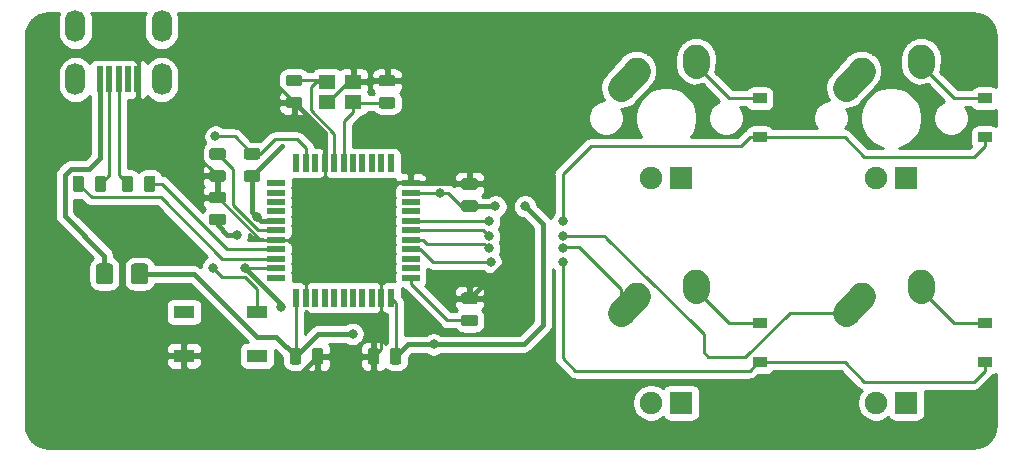
<source format=gbr>
G04 #@! TF.GenerationSoftware,KiCad,Pcbnew,5.1.5*
G04 #@! TF.CreationDate,2020-05-13T22:07:09+08:00*
G04 #@! TF.ProjectId,Balisong,42616c69-736f-46e6-972e-6b696361645f,rev?*
G04 #@! TF.SameCoordinates,Original*
G04 #@! TF.FileFunction,Copper,L2,Bot*
G04 #@! TF.FilePolarity,Positive*
%FSLAX46Y46*%
G04 Gerber Fmt 4.6, Leading zero omitted, Abs format (unit mm)*
G04 Created by KiCad (PCBNEW 5.1.5) date 2020-05-13 22:07:09*
%MOMM*%
%LPD*%
G04 APERTURE LIST*
%ADD10R,1.400000X1.200000*%
%ADD11O,1.700000X2.700000*%
%ADD12R,0.500000X2.250000*%
%ADD13R,0.550000X1.500000*%
%ADD14R,1.500000X0.550000*%
%ADD15R,1.800000X1.100000*%
%ADD16C,0.100000*%
%ADD17R,1.905000X1.905000*%
%ADD18C,1.905000*%
%ADD19C,2.250000*%
%ADD20C,2.250000*%
%ADD21R,1.200000X0.900000*%
%ADD22C,0.800000*%
%ADD23C,0.254000*%
%ADD24C,0.381000*%
G04 APERTURE END LIST*
D10*
X56048000Y-60452000D03*
X53848000Y-60452000D03*
X53848000Y-62152000D03*
X56048000Y-62152000D03*
D11*
X32545000Y-55753000D03*
X39845000Y-55753000D03*
X39845000Y-60253000D03*
X32545000Y-60253000D03*
D12*
X34595000Y-60253000D03*
X35395000Y-60253000D03*
X36195000Y-60253000D03*
X36995000Y-60253000D03*
X37795000Y-60253000D03*
D13*
X51245000Y-78725000D03*
X52045000Y-78725000D03*
X52845000Y-78725000D03*
X53645000Y-78725000D03*
X54445000Y-78725000D03*
X55245000Y-78725000D03*
X56045000Y-78725000D03*
X56845000Y-78725000D03*
X57645000Y-78725000D03*
X58445000Y-78725000D03*
X59245000Y-78725000D03*
D14*
X60945000Y-77025000D03*
X60945000Y-76225000D03*
X60945000Y-75425000D03*
X60945000Y-74625000D03*
X60945000Y-73825000D03*
X60945000Y-73025000D03*
X60945000Y-72225000D03*
X60945000Y-71425000D03*
X60945000Y-70625000D03*
X60945000Y-69825000D03*
X60945000Y-69025000D03*
D13*
X59245000Y-67325000D03*
X58445000Y-67325000D03*
X57645000Y-67325000D03*
X56845000Y-67325000D03*
X56045000Y-67325000D03*
X55245000Y-67325000D03*
X54445000Y-67325000D03*
X53645000Y-67325000D03*
X52845000Y-67325000D03*
X52045000Y-67325000D03*
X51245000Y-67325000D03*
D14*
X49545000Y-69025000D03*
X49545000Y-69825000D03*
X49545000Y-70625000D03*
X49545000Y-71425000D03*
X49545000Y-72225000D03*
X49545000Y-73025000D03*
X49545000Y-73825000D03*
X49545000Y-74625000D03*
X49545000Y-75425000D03*
X49545000Y-76225000D03*
X49545000Y-77025000D03*
D15*
X47931000Y-83638000D03*
X41731000Y-79938000D03*
X47931000Y-79938000D03*
X41731000Y-83638000D03*
G04 #@! TA.AperFunction,SMDPad,CuDef*
D16*
G36*
X47978142Y-66061674D02*
G01*
X48001803Y-66065184D01*
X48025007Y-66070996D01*
X48047529Y-66079054D01*
X48069153Y-66089282D01*
X48089670Y-66101579D01*
X48108883Y-66115829D01*
X48126607Y-66131893D01*
X48142671Y-66149617D01*
X48156921Y-66168830D01*
X48169218Y-66189347D01*
X48179446Y-66210971D01*
X48187504Y-66233493D01*
X48193316Y-66256697D01*
X48196826Y-66280358D01*
X48198000Y-66304250D01*
X48198000Y-66791750D01*
X48196826Y-66815642D01*
X48193316Y-66839303D01*
X48187504Y-66862507D01*
X48179446Y-66885029D01*
X48169218Y-66906653D01*
X48156921Y-66927170D01*
X48142671Y-66946383D01*
X48126607Y-66964107D01*
X48108883Y-66980171D01*
X48089670Y-66994421D01*
X48069153Y-67006718D01*
X48047529Y-67016946D01*
X48025007Y-67025004D01*
X48001803Y-67030816D01*
X47978142Y-67034326D01*
X47954250Y-67035500D01*
X47041750Y-67035500D01*
X47017858Y-67034326D01*
X46994197Y-67030816D01*
X46970993Y-67025004D01*
X46948471Y-67016946D01*
X46926847Y-67006718D01*
X46906330Y-66994421D01*
X46887117Y-66980171D01*
X46869393Y-66964107D01*
X46853329Y-66946383D01*
X46839079Y-66927170D01*
X46826782Y-66906653D01*
X46816554Y-66885029D01*
X46808496Y-66862507D01*
X46802684Y-66839303D01*
X46799174Y-66815642D01*
X46798000Y-66791750D01*
X46798000Y-66304250D01*
X46799174Y-66280358D01*
X46802684Y-66256697D01*
X46808496Y-66233493D01*
X46816554Y-66210971D01*
X46826782Y-66189347D01*
X46839079Y-66168830D01*
X46853329Y-66149617D01*
X46869393Y-66131893D01*
X46887117Y-66115829D01*
X46906330Y-66101579D01*
X46926847Y-66089282D01*
X46948471Y-66079054D01*
X46970993Y-66070996D01*
X46994197Y-66065184D01*
X47017858Y-66061674D01*
X47041750Y-66060500D01*
X47954250Y-66060500D01*
X47978142Y-66061674D01*
G37*
G04 #@! TD.AperFunction*
G04 #@! TA.AperFunction,SMDPad,CuDef*
G36*
X47978142Y-67936674D02*
G01*
X48001803Y-67940184D01*
X48025007Y-67945996D01*
X48047529Y-67954054D01*
X48069153Y-67964282D01*
X48089670Y-67976579D01*
X48108883Y-67990829D01*
X48126607Y-68006893D01*
X48142671Y-68024617D01*
X48156921Y-68043830D01*
X48169218Y-68064347D01*
X48179446Y-68085971D01*
X48187504Y-68108493D01*
X48193316Y-68131697D01*
X48196826Y-68155358D01*
X48198000Y-68179250D01*
X48198000Y-68666750D01*
X48196826Y-68690642D01*
X48193316Y-68714303D01*
X48187504Y-68737507D01*
X48179446Y-68760029D01*
X48169218Y-68781653D01*
X48156921Y-68802170D01*
X48142671Y-68821383D01*
X48126607Y-68839107D01*
X48108883Y-68855171D01*
X48089670Y-68869421D01*
X48069153Y-68881718D01*
X48047529Y-68891946D01*
X48025007Y-68900004D01*
X48001803Y-68905816D01*
X47978142Y-68909326D01*
X47954250Y-68910500D01*
X47041750Y-68910500D01*
X47017858Y-68909326D01*
X46994197Y-68905816D01*
X46970993Y-68900004D01*
X46948471Y-68891946D01*
X46926847Y-68881718D01*
X46906330Y-68869421D01*
X46887117Y-68855171D01*
X46869393Y-68839107D01*
X46853329Y-68821383D01*
X46839079Y-68802170D01*
X46826782Y-68781653D01*
X46816554Y-68760029D01*
X46808496Y-68737507D01*
X46802684Y-68714303D01*
X46799174Y-68690642D01*
X46798000Y-68666750D01*
X46798000Y-68179250D01*
X46799174Y-68155358D01*
X46802684Y-68131697D01*
X46808496Y-68108493D01*
X46816554Y-68085971D01*
X46826782Y-68064347D01*
X46839079Y-68043830D01*
X46853329Y-68024617D01*
X46869393Y-68006893D01*
X46887117Y-67990829D01*
X46906330Y-67976579D01*
X46926847Y-67964282D01*
X46948471Y-67954054D01*
X46970993Y-67945996D01*
X46994197Y-67940184D01*
X47017858Y-67936674D01*
X47041750Y-67935500D01*
X47954250Y-67935500D01*
X47978142Y-67936674D01*
G37*
G04 #@! TD.AperFunction*
G04 #@! TA.AperFunction,SMDPad,CuDef*
G36*
X37224642Y-68389174D02*
G01*
X37248303Y-68392684D01*
X37271507Y-68398496D01*
X37294029Y-68406554D01*
X37315653Y-68416782D01*
X37336170Y-68429079D01*
X37355383Y-68443329D01*
X37373107Y-68459393D01*
X37389171Y-68477117D01*
X37403421Y-68496330D01*
X37415718Y-68516847D01*
X37425946Y-68538471D01*
X37434004Y-68560993D01*
X37439816Y-68584197D01*
X37443326Y-68607858D01*
X37444500Y-68631750D01*
X37444500Y-69544250D01*
X37443326Y-69568142D01*
X37439816Y-69591803D01*
X37434004Y-69615007D01*
X37425946Y-69637529D01*
X37415718Y-69659153D01*
X37403421Y-69679670D01*
X37389171Y-69698883D01*
X37373107Y-69716607D01*
X37355383Y-69732671D01*
X37336170Y-69746921D01*
X37315653Y-69759218D01*
X37294029Y-69769446D01*
X37271507Y-69777504D01*
X37248303Y-69783316D01*
X37224642Y-69786826D01*
X37200750Y-69788000D01*
X36713250Y-69788000D01*
X36689358Y-69786826D01*
X36665697Y-69783316D01*
X36642493Y-69777504D01*
X36619971Y-69769446D01*
X36598347Y-69759218D01*
X36577830Y-69746921D01*
X36558617Y-69732671D01*
X36540893Y-69716607D01*
X36524829Y-69698883D01*
X36510579Y-69679670D01*
X36498282Y-69659153D01*
X36488054Y-69637529D01*
X36479996Y-69615007D01*
X36474184Y-69591803D01*
X36470674Y-69568142D01*
X36469500Y-69544250D01*
X36469500Y-68631750D01*
X36470674Y-68607858D01*
X36474184Y-68584197D01*
X36479996Y-68560993D01*
X36488054Y-68538471D01*
X36498282Y-68516847D01*
X36510579Y-68496330D01*
X36524829Y-68477117D01*
X36540893Y-68459393D01*
X36558617Y-68443329D01*
X36577830Y-68429079D01*
X36598347Y-68416782D01*
X36619971Y-68406554D01*
X36642493Y-68398496D01*
X36665697Y-68392684D01*
X36689358Y-68389174D01*
X36713250Y-68388000D01*
X37200750Y-68388000D01*
X37224642Y-68389174D01*
G37*
G04 #@! TD.AperFunction*
G04 #@! TA.AperFunction,SMDPad,CuDef*
G36*
X39099642Y-68389174D02*
G01*
X39123303Y-68392684D01*
X39146507Y-68398496D01*
X39169029Y-68406554D01*
X39190653Y-68416782D01*
X39211170Y-68429079D01*
X39230383Y-68443329D01*
X39248107Y-68459393D01*
X39264171Y-68477117D01*
X39278421Y-68496330D01*
X39290718Y-68516847D01*
X39300946Y-68538471D01*
X39309004Y-68560993D01*
X39314816Y-68584197D01*
X39318326Y-68607858D01*
X39319500Y-68631750D01*
X39319500Y-69544250D01*
X39318326Y-69568142D01*
X39314816Y-69591803D01*
X39309004Y-69615007D01*
X39300946Y-69637529D01*
X39290718Y-69659153D01*
X39278421Y-69679670D01*
X39264171Y-69698883D01*
X39248107Y-69716607D01*
X39230383Y-69732671D01*
X39211170Y-69746921D01*
X39190653Y-69759218D01*
X39169029Y-69769446D01*
X39146507Y-69777504D01*
X39123303Y-69783316D01*
X39099642Y-69786826D01*
X39075750Y-69788000D01*
X38588250Y-69788000D01*
X38564358Y-69786826D01*
X38540697Y-69783316D01*
X38517493Y-69777504D01*
X38494971Y-69769446D01*
X38473347Y-69759218D01*
X38452830Y-69746921D01*
X38433617Y-69732671D01*
X38415893Y-69716607D01*
X38399829Y-69698883D01*
X38385579Y-69679670D01*
X38373282Y-69659153D01*
X38363054Y-69637529D01*
X38354996Y-69615007D01*
X38349184Y-69591803D01*
X38345674Y-69568142D01*
X38344500Y-69544250D01*
X38344500Y-68631750D01*
X38345674Y-68607858D01*
X38349184Y-68584197D01*
X38354996Y-68560993D01*
X38363054Y-68538471D01*
X38373282Y-68516847D01*
X38385579Y-68496330D01*
X38399829Y-68477117D01*
X38415893Y-68459393D01*
X38433617Y-68443329D01*
X38452830Y-68429079D01*
X38473347Y-68416782D01*
X38494971Y-68406554D01*
X38517493Y-68398496D01*
X38540697Y-68392684D01*
X38564358Y-68389174D01*
X38588250Y-68388000D01*
X39075750Y-68388000D01*
X39099642Y-68389174D01*
G37*
G04 #@! TD.AperFunction*
G04 #@! TA.AperFunction,SMDPad,CuDef*
G36*
X34938642Y-68389174D02*
G01*
X34962303Y-68392684D01*
X34985507Y-68398496D01*
X35008029Y-68406554D01*
X35029653Y-68416782D01*
X35050170Y-68429079D01*
X35069383Y-68443329D01*
X35087107Y-68459393D01*
X35103171Y-68477117D01*
X35117421Y-68496330D01*
X35129718Y-68516847D01*
X35139946Y-68538471D01*
X35148004Y-68560993D01*
X35153816Y-68584197D01*
X35157326Y-68607858D01*
X35158500Y-68631750D01*
X35158500Y-69544250D01*
X35157326Y-69568142D01*
X35153816Y-69591803D01*
X35148004Y-69615007D01*
X35139946Y-69637529D01*
X35129718Y-69659153D01*
X35117421Y-69679670D01*
X35103171Y-69698883D01*
X35087107Y-69716607D01*
X35069383Y-69732671D01*
X35050170Y-69746921D01*
X35029653Y-69759218D01*
X35008029Y-69769446D01*
X34985507Y-69777504D01*
X34962303Y-69783316D01*
X34938642Y-69786826D01*
X34914750Y-69788000D01*
X34427250Y-69788000D01*
X34403358Y-69786826D01*
X34379697Y-69783316D01*
X34356493Y-69777504D01*
X34333971Y-69769446D01*
X34312347Y-69759218D01*
X34291830Y-69746921D01*
X34272617Y-69732671D01*
X34254893Y-69716607D01*
X34238829Y-69698883D01*
X34224579Y-69679670D01*
X34212282Y-69659153D01*
X34202054Y-69637529D01*
X34193996Y-69615007D01*
X34188184Y-69591803D01*
X34184674Y-69568142D01*
X34183500Y-69544250D01*
X34183500Y-68631750D01*
X34184674Y-68607858D01*
X34188184Y-68584197D01*
X34193996Y-68560993D01*
X34202054Y-68538471D01*
X34212282Y-68516847D01*
X34224579Y-68496330D01*
X34238829Y-68477117D01*
X34254893Y-68459393D01*
X34272617Y-68443329D01*
X34291830Y-68429079D01*
X34312347Y-68416782D01*
X34333971Y-68406554D01*
X34356493Y-68398496D01*
X34379697Y-68392684D01*
X34403358Y-68389174D01*
X34427250Y-68388000D01*
X34914750Y-68388000D01*
X34938642Y-68389174D01*
G37*
G04 #@! TD.AperFunction*
G04 #@! TA.AperFunction,SMDPad,CuDef*
G36*
X33063642Y-68389174D02*
G01*
X33087303Y-68392684D01*
X33110507Y-68398496D01*
X33133029Y-68406554D01*
X33154653Y-68416782D01*
X33175170Y-68429079D01*
X33194383Y-68443329D01*
X33212107Y-68459393D01*
X33228171Y-68477117D01*
X33242421Y-68496330D01*
X33254718Y-68516847D01*
X33264946Y-68538471D01*
X33273004Y-68560993D01*
X33278816Y-68584197D01*
X33282326Y-68607858D01*
X33283500Y-68631750D01*
X33283500Y-69544250D01*
X33282326Y-69568142D01*
X33278816Y-69591803D01*
X33273004Y-69615007D01*
X33264946Y-69637529D01*
X33254718Y-69659153D01*
X33242421Y-69679670D01*
X33228171Y-69698883D01*
X33212107Y-69716607D01*
X33194383Y-69732671D01*
X33175170Y-69746921D01*
X33154653Y-69759218D01*
X33133029Y-69769446D01*
X33110507Y-69777504D01*
X33087303Y-69783316D01*
X33063642Y-69786826D01*
X33039750Y-69788000D01*
X32552250Y-69788000D01*
X32528358Y-69786826D01*
X32504697Y-69783316D01*
X32481493Y-69777504D01*
X32458971Y-69769446D01*
X32437347Y-69759218D01*
X32416830Y-69746921D01*
X32397617Y-69732671D01*
X32379893Y-69716607D01*
X32363829Y-69698883D01*
X32349579Y-69679670D01*
X32337282Y-69659153D01*
X32327054Y-69637529D01*
X32318996Y-69615007D01*
X32313184Y-69591803D01*
X32309674Y-69568142D01*
X32308500Y-69544250D01*
X32308500Y-68631750D01*
X32309674Y-68607858D01*
X32313184Y-68584197D01*
X32318996Y-68560993D01*
X32327054Y-68538471D01*
X32337282Y-68516847D01*
X32349579Y-68496330D01*
X32363829Y-68477117D01*
X32379893Y-68459393D01*
X32397617Y-68443329D01*
X32416830Y-68429079D01*
X32437347Y-68416782D01*
X32458971Y-68406554D01*
X32481493Y-68398496D01*
X32504697Y-68392684D01*
X32528358Y-68389174D01*
X32552250Y-68388000D01*
X33039750Y-68388000D01*
X33063642Y-68389174D01*
G37*
G04 #@! TD.AperFunction*
G04 #@! TA.AperFunction,SMDPad,CuDef*
G36*
X66393142Y-80158674D02*
G01*
X66416803Y-80162184D01*
X66440007Y-80167996D01*
X66462529Y-80176054D01*
X66484153Y-80186282D01*
X66504670Y-80198579D01*
X66523883Y-80212829D01*
X66541607Y-80228893D01*
X66557671Y-80246617D01*
X66571921Y-80265830D01*
X66584218Y-80286347D01*
X66594446Y-80307971D01*
X66602504Y-80330493D01*
X66608316Y-80353697D01*
X66611826Y-80377358D01*
X66613000Y-80401250D01*
X66613000Y-80888750D01*
X66611826Y-80912642D01*
X66608316Y-80936303D01*
X66602504Y-80959507D01*
X66594446Y-80982029D01*
X66584218Y-81003653D01*
X66571921Y-81024170D01*
X66557671Y-81043383D01*
X66541607Y-81061107D01*
X66523883Y-81077171D01*
X66504670Y-81091421D01*
X66484153Y-81103718D01*
X66462529Y-81113946D01*
X66440007Y-81122004D01*
X66416803Y-81127816D01*
X66393142Y-81131326D01*
X66369250Y-81132500D01*
X65456750Y-81132500D01*
X65432858Y-81131326D01*
X65409197Y-81127816D01*
X65385993Y-81122004D01*
X65363471Y-81113946D01*
X65341847Y-81103718D01*
X65321330Y-81091421D01*
X65302117Y-81077171D01*
X65284393Y-81061107D01*
X65268329Y-81043383D01*
X65254079Y-81024170D01*
X65241782Y-81003653D01*
X65231554Y-80982029D01*
X65223496Y-80959507D01*
X65217684Y-80936303D01*
X65214174Y-80912642D01*
X65213000Y-80888750D01*
X65213000Y-80401250D01*
X65214174Y-80377358D01*
X65217684Y-80353697D01*
X65223496Y-80330493D01*
X65231554Y-80307971D01*
X65241782Y-80286347D01*
X65254079Y-80265830D01*
X65268329Y-80246617D01*
X65284393Y-80228893D01*
X65302117Y-80212829D01*
X65321330Y-80198579D01*
X65341847Y-80186282D01*
X65363471Y-80176054D01*
X65385993Y-80167996D01*
X65409197Y-80162184D01*
X65432858Y-80158674D01*
X65456750Y-80157500D01*
X66369250Y-80157500D01*
X66393142Y-80158674D01*
G37*
G04 #@! TD.AperFunction*
G04 #@! TA.AperFunction,SMDPad,CuDef*
G36*
X66393142Y-78283674D02*
G01*
X66416803Y-78287184D01*
X66440007Y-78292996D01*
X66462529Y-78301054D01*
X66484153Y-78311282D01*
X66504670Y-78323579D01*
X66523883Y-78337829D01*
X66541607Y-78353893D01*
X66557671Y-78371617D01*
X66571921Y-78390830D01*
X66584218Y-78411347D01*
X66594446Y-78432971D01*
X66602504Y-78455493D01*
X66608316Y-78478697D01*
X66611826Y-78502358D01*
X66613000Y-78526250D01*
X66613000Y-79013750D01*
X66611826Y-79037642D01*
X66608316Y-79061303D01*
X66602504Y-79084507D01*
X66594446Y-79107029D01*
X66584218Y-79128653D01*
X66571921Y-79149170D01*
X66557671Y-79168383D01*
X66541607Y-79186107D01*
X66523883Y-79202171D01*
X66504670Y-79216421D01*
X66484153Y-79228718D01*
X66462529Y-79238946D01*
X66440007Y-79247004D01*
X66416803Y-79252816D01*
X66393142Y-79256326D01*
X66369250Y-79257500D01*
X65456750Y-79257500D01*
X65432858Y-79256326D01*
X65409197Y-79252816D01*
X65385993Y-79247004D01*
X65363471Y-79238946D01*
X65341847Y-79228718D01*
X65321330Y-79216421D01*
X65302117Y-79202171D01*
X65284393Y-79186107D01*
X65268329Y-79168383D01*
X65254079Y-79149170D01*
X65241782Y-79128653D01*
X65231554Y-79107029D01*
X65223496Y-79084507D01*
X65217684Y-79061303D01*
X65214174Y-79037642D01*
X65213000Y-79013750D01*
X65213000Y-78526250D01*
X65214174Y-78502358D01*
X65217684Y-78478697D01*
X65223496Y-78455493D01*
X65231554Y-78432971D01*
X65241782Y-78411347D01*
X65254079Y-78390830D01*
X65268329Y-78371617D01*
X65284393Y-78353893D01*
X65302117Y-78337829D01*
X65321330Y-78323579D01*
X65341847Y-78311282D01*
X65363471Y-78301054D01*
X65385993Y-78292996D01*
X65409197Y-78287184D01*
X65432858Y-78283674D01*
X65456750Y-78282500D01*
X66369250Y-78282500D01*
X66393142Y-78283674D01*
G37*
G04 #@! TD.AperFunction*
D17*
X102870000Y-87630000D03*
D18*
X100330000Y-87630000D03*
D19*
X99100000Y-78550000D03*
D20*
X97790000Y-80010000D02*
X99100002Y-78550000D01*
D19*
X104140000Y-77470000D03*
D20*
X104100000Y-78050000D02*
X104140000Y-77470000D01*
D17*
X102870000Y-68580000D03*
D18*
X100330000Y-68580000D03*
D19*
X99100000Y-59500000D03*
D20*
X97790000Y-60960000D02*
X99100002Y-59500000D01*
D19*
X104140000Y-58420000D03*
D20*
X104100000Y-59000000D02*
X104140000Y-58420000D01*
D17*
X83820000Y-87630000D03*
D18*
X81280000Y-87630000D03*
D19*
X80050000Y-78550000D03*
D20*
X78740000Y-80010000D02*
X80050002Y-78550000D01*
D19*
X85090000Y-77470000D03*
D20*
X85050000Y-78050000D02*
X85090000Y-77470000D01*
D17*
X83820000Y-68580000D03*
D18*
X81280000Y-68580000D03*
D19*
X80050000Y-59500000D03*
D20*
X78740000Y-60960000D02*
X80050002Y-59500000D01*
D19*
X85090000Y-58420000D03*
D20*
X85050000Y-59000000D02*
X85090000Y-58420000D01*
G04 #@! TA.AperFunction,SMDPad,CuDef*
D16*
G36*
X38460004Y-75834204D02*
G01*
X38484273Y-75837804D01*
X38508071Y-75843765D01*
X38531171Y-75852030D01*
X38553349Y-75862520D01*
X38574393Y-75875133D01*
X38594098Y-75889747D01*
X38612277Y-75906223D01*
X38628753Y-75924402D01*
X38643367Y-75944107D01*
X38655980Y-75965151D01*
X38666470Y-75987329D01*
X38674735Y-76010429D01*
X38680696Y-76034227D01*
X38684296Y-76058496D01*
X38685500Y-76083000D01*
X38685500Y-77333000D01*
X38684296Y-77357504D01*
X38680696Y-77381773D01*
X38674735Y-77405571D01*
X38666470Y-77428671D01*
X38655980Y-77450849D01*
X38643367Y-77471893D01*
X38628753Y-77491598D01*
X38612277Y-77509777D01*
X38594098Y-77526253D01*
X38574393Y-77540867D01*
X38553349Y-77553480D01*
X38531171Y-77563970D01*
X38508071Y-77572235D01*
X38484273Y-77578196D01*
X38460004Y-77581796D01*
X38435500Y-77583000D01*
X37510500Y-77583000D01*
X37485996Y-77581796D01*
X37461727Y-77578196D01*
X37437929Y-77572235D01*
X37414829Y-77563970D01*
X37392651Y-77553480D01*
X37371607Y-77540867D01*
X37351902Y-77526253D01*
X37333723Y-77509777D01*
X37317247Y-77491598D01*
X37302633Y-77471893D01*
X37290020Y-77450849D01*
X37279530Y-77428671D01*
X37271265Y-77405571D01*
X37265304Y-77381773D01*
X37261704Y-77357504D01*
X37260500Y-77333000D01*
X37260500Y-76083000D01*
X37261704Y-76058496D01*
X37265304Y-76034227D01*
X37271265Y-76010429D01*
X37279530Y-75987329D01*
X37290020Y-75965151D01*
X37302633Y-75944107D01*
X37317247Y-75924402D01*
X37333723Y-75906223D01*
X37351902Y-75889747D01*
X37371607Y-75875133D01*
X37392651Y-75862520D01*
X37414829Y-75852030D01*
X37437929Y-75843765D01*
X37461727Y-75837804D01*
X37485996Y-75834204D01*
X37510500Y-75833000D01*
X38435500Y-75833000D01*
X38460004Y-75834204D01*
G37*
G04 #@! TD.AperFunction*
G04 #@! TA.AperFunction,SMDPad,CuDef*
G36*
X35485004Y-75834204D02*
G01*
X35509273Y-75837804D01*
X35533071Y-75843765D01*
X35556171Y-75852030D01*
X35578349Y-75862520D01*
X35599393Y-75875133D01*
X35619098Y-75889747D01*
X35637277Y-75906223D01*
X35653753Y-75924402D01*
X35668367Y-75944107D01*
X35680980Y-75965151D01*
X35691470Y-75987329D01*
X35699735Y-76010429D01*
X35705696Y-76034227D01*
X35709296Y-76058496D01*
X35710500Y-76083000D01*
X35710500Y-77333000D01*
X35709296Y-77357504D01*
X35705696Y-77381773D01*
X35699735Y-77405571D01*
X35691470Y-77428671D01*
X35680980Y-77450849D01*
X35668367Y-77471893D01*
X35653753Y-77491598D01*
X35637277Y-77509777D01*
X35619098Y-77526253D01*
X35599393Y-77540867D01*
X35578349Y-77553480D01*
X35556171Y-77563970D01*
X35533071Y-77572235D01*
X35509273Y-77578196D01*
X35485004Y-77581796D01*
X35460500Y-77583000D01*
X34535500Y-77583000D01*
X34510996Y-77581796D01*
X34486727Y-77578196D01*
X34462929Y-77572235D01*
X34439829Y-77563970D01*
X34417651Y-77553480D01*
X34396607Y-77540867D01*
X34376902Y-77526253D01*
X34358723Y-77509777D01*
X34342247Y-77491598D01*
X34327633Y-77471893D01*
X34315020Y-77450849D01*
X34304530Y-77428671D01*
X34296265Y-77405571D01*
X34290304Y-77381773D01*
X34286704Y-77357504D01*
X34285500Y-77333000D01*
X34285500Y-76083000D01*
X34286704Y-76058496D01*
X34290304Y-76034227D01*
X34296265Y-76010429D01*
X34304530Y-75987329D01*
X34315020Y-75965151D01*
X34327633Y-75944107D01*
X34342247Y-75924402D01*
X34358723Y-75906223D01*
X34376902Y-75889747D01*
X34396607Y-75875133D01*
X34417651Y-75862520D01*
X34439829Y-75852030D01*
X34462929Y-75843765D01*
X34486727Y-75837804D01*
X34510996Y-75834204D01*
X34535500Y-75833000D01*
X35460500Y-75833000D01*
X35485004Y-75834204D01*
G37*
G04 #@! TD.AperFunction*
D21*
X109537500Y-80900000D03*
X109537500Y-84200000D03*
X109537500Y-61850000D03*
X109537500Y-65150000D03*
X90487500Y-80900000D03*
X90487500Y-84200000D03*
X90487500Y-61850000D03*
X90487500Y-65150000D03*
G04 #@! TA.AperFunction,SMDPad,CuDef*
D16*
G36*
X45057142Y-67936674D02*
G01*
X45080803Y-67940184D01*
X45104007Y-67945996D01*
X45126529Y-67954054D01*
X45148153Y-67964282D01*
X45168670Y-67976579D01*
X45187883Y-67990829D01*
X45205607Y-68006893D01*
X45221671Y-68024617D01*
X45235921Y-68043830D01*
X45248218Y-68064347D01*
X45258446Y-68085971D01*
X45266504Y-68108493D01*
X45272316Y-68131697D01*
X45275826Y-68155358D01*
X45277000Y-68179250D01*
X45277000Y-68666750D01*
X45275826Y-68690642D01*
X45272316Y-68714303D01*
X45266504Y-68737507D01*
X45258446Y-68760029D01*
X45248218Y-68781653D01*
X45235921Y-68802170D01*
X45221671Y-68821383D01*
X45205607Y-68839107D01*
X45187883Y-68855171D01*
X45168670Y-68869421D01*
X45148153Y-68881718D01*
X45126529Y-68891946D01*
X45104007Y-68900004D01*
X45080803Y-68905816D01*
X45057142Y-68909326D01*
X45033250Y-68910500D01*
X44120750Y-68910500D01*
X44096858Y-68909326D01*
X44073197Y-68905816D01*
X44049993Y-68900004D01*
X44027471Y-68891946D01*
X44005847Y-68881718D01*
X43985330Y-68869421D01*
X43966117Y-68855171D01*
X43948393Y-68839107D01*
X43932329Y-68821383D01*
X43918079Y-68802170D01*
X43905782Y-68781653D01*
X43895554Y-68760029D01*
X43887496Y-68737507D01*
X43881684Y-68714303D01*
X43878174Y-68690642D01*
X43877000Y-68666750D01*
X43877000Y-68179250D01*
X43878174Y-68155358D01*
X43881684Y-68131697D01*
X43887496Y-68108493D01*
X43895554Y-68085971D01*
X43905782Y-68064347D01*
X43918079Y-68043830D01*
X43932329Y-68024617D01*
X43948393Y-68006893D01*
X43966117Y-67990829D01*
X43985330Y-67976579D01*
X44005847Y-67964282D01*
X44027471Y-67954054D01*
X44049993Y-67945996D01*
X44073197Y-67940184D01*
X44096858Y-67936674D01*
X44120750Y-67935500D01*
X45033250Y-67935500D01*
X45057142Y-67936674D01*
G37*
G04 #@! TD.AperFunction*
G04 #@! TA.AperFunction,SMDPad,CuDef*
G36*
X45057142Y-66061674D02*
G01*
X45080803Y-66065184D01*
X45104007Y-66070996D01*
X45126529Y-66079054D01*
X45148153Y-66089282D01*
X45168670Y-66101579D01*
X45187883Y-66115829D01*
X45205607Y-66131893D01*
X45221671Y-66149617D01*
X45235921Y-66168830D01*
X45248218Y-66189347D01*
X45258446Y-66210971D01*
X45266504Y-66233493D01*
X45272316Y-66256697D01*
X45275826Y-66280358D01*
X45277000Y-66304250D01*
X45277000Y-66791750D01*
X45275826Y-66815642D01*
X45272316Y-66839303D01*
X45266504Y-66862507D01*
X45258446Y-66885029D01*
X45248218Y-66906653D01*
X45235921Y-66927170D01*
X45221671Y-66946383D01*
X45205607Y-66964107D01*
X45187883Y-66980171D01*
X45168670Y-66994421D01*
X45148153Y-67006718D01*
X45126529Y-67016946D01*
X45104007Y-67025004D01*
X45080803Y-67030816D01*
X45057142Y-67034326D01*
X45033250Y-67035500D01*
X44120750Y-67035500D01*
X44096858Y-67034326D01*
X44073197Y-67030816D01*
X44049993Y-67025004D01*
X44027471Y-67016946D01*
X44005847Y-67006718D01*
X43985330Y-66994421D01*
X43966117Y-66980171D01*
X43948393Y-66964107D01*
X43932329Y-66946383D01*
X43918079Y-66927170D01*
X43905782Y-66906653D01*
X43895554Y-66885029D01*
X43887496Y-66862507D01*
X43881684Y-66839303D01*
X43878174Y-66815642D01*
X43877000Y-66791750D01*
X43877000Y-66304250D01*
X43878174Y-66280358D01*
X43881684Y-66256697D01*
X43887496Y-66233493D01*
X43895554Y-66210971D01*
X43905782Y-66189347D01*
X43918079Y-66168830D01*
X43932329Y-66149617D01*
X43948393Y-66131893D01*
X43966117Y-66115829D01*
X43985330Y-66101579D01*
X44005847Y-66089282D01*
X44027471Y-66079054D01*
X44049993Y-66070996D01*
X44073197Y-66065184D01*
X44096858Y-66061674D01*
X44120750Y-66060500D01*
X45033250Y-66060500D01*
X45057142Y-66061674D01*
G37*
G04 #@! TD.AperFunction*
G04 #@! TA.AperFunction,SMDPad,CuDef*
G36*
X53323642Y-82994174D02*
G01*
X53347303Y-82997684D01*
X53370507Y-83003496D01*
X53393029Y-83011554D01*
X53414653Y-83021782D01*
X53435170Y-83034079D01*
X53454383Y-83048329D01*
X53472107Y-83064393D01*
X53488171Y-83082117D01*
X53502421Y-83101330D01*
X53514718Y-83121847D01*
X53524946Y-83143471D01*
X53533004Y-83165993D01*
X53538816Y-83189197D01*
X53542326Y-83212858D01*
X53543500Y-83236750D01*
X53543500Y-84149250D01*
X53542326Y-84173142D01*
X53538816Y-84196803D01*
X53533004Y-84220007D01*
X53524946Y-84242529D01*
X53514718Y-84264153D01*
X53502421Y-84284670D01*
X53488171Y-84303883D01*
X53472107Y-84321607D01*
X53454383Y-84337671D01*
X53435170Y-84351921D01*
X53414653Y-84364218D01*
X53393029Y-84374446D01*
X53370507Y-84382504D01*
X53347303Y-84388316D01*
X53323642Y-84391826D01*
X53299750Y-84393000D01*
X52812250Y-84393000D01*
X52788358Y-84391826D01*
X52764697Y-84388316D01*
X52741493Y-84382504D01*
X52718971Y-84374446D01*
X52697347Y-84364218D01*
X52676830Y-84351921D01*
X52657617Y-84337671D01*
X52639893Y-84321607D01*
X52623829Y-84303883D01*
X52609579Y-84284670D01*
X52597282Y-84264153D01*
X52587054Y-84242529D01*
X52578996Y-84220007D01*
X52573184Y-84196803D01*
X52569674Y-84173142D01*
X52568500Y-84149250D01*
X52568500Y-83236750D01*
X52569674Y-83212858D01*
X52573184Y-83189197D01*
X52578996Y-83165993D01*
X52587054Y-83143471D01*
X52597282Y-83121847D01*
X52609579Y-83101330D01*
X52623829Y-83082117D01*
X52639893Y-83064393D01*
X52657617Y-83048329D01*
X52676830Y-83034079D01*
X52697347Y-83021782D01*
X52718971Y-83011554D01*
X52741493Y-83003496D01*
X52764697Y-82997684D01*
X52788358Y-82994174D01*
X52812250Y-82993000D01*
X53299750Y-82993000D01*
X53323642Y-82994174D01*
G37*
G04 #@! TD.AperFunction*
G04 #@! TA.AperFunction,SMDPad,CuDef*
G36*
X51448642Y-82994174D02*
G01*
X51472303Y-82997684D01*
X51495507Y-83003496D01*
X51518029Y-83011554D01*
X51539653Y-83021782D01*
X51560170Y-83034079D01*
X51579383Y-83048329D01*
X51597107Y-83064393D01*
X51613171Y-83082117D01*
X51627421Y-83101330D01*
X51639718Y-83121847D01*
X51649946Y-83143471D01*
X51658004Y-83165993D01*
X51663816Y-83189197D01*
X51667326Y-83212858D01*
X51668500Y-83236750D01*
X51668500Y-84149250D01*
X51667326Y-84173142D01*
X51663816Y-84196803D01*
X51658004Y-84220007D01*
X51649946Y-84242529D01*
X51639718Y-84264153D01*
X51627421Y-84284670D01*
X51613171Y-84303883D01*
X51597107Y-84321607D01*
X51579383Y-84337671D01*
X51560170Y-84351921D01*
X51539653Y-84364218D01*
X51518029Y-84374446D01*
X51495507Y-84382504D01*
X51472303Y-84388316D01*
X51448642Y-84391826D01*
X51424750Y-84393000D01*
X50937250Y-84393000D01*
X50913358Y-84391826D01*
X50889697Y-84388316D01*
X50866493Y-84382504D01*
X50843971Y-84374446D01*
X50822347Y-84364218D01*
X50801830Y-84351921D01*
X50782617Y-84337671D01*
X50764893Y-84321607D01*
X50748829Y-84303883D01*
X50734579Y-84284670D01*
X50722282Y-84264153D01*
X50712054Y-84242529D01*
X50703996Y-84220007D01*
X50698184Y-84196803D01*
X50694674Y-84173142D01*
X50693500Y-84149250D01*
X50693500Y-83236750D01*
X50694674Y-83212858D01*
X50698184Y-83189197D01*
X50703996Y-83165993D01*
X50712054Y-83143471D01*
X50722282Y-83121847D01*
X50734579Y-83101330D01*
X50748829Y-83082117D01*
X50764893Y-83064393D01*
X50782617Y-83048329D01*
X50801830Y-83034079D01*
X50822347Y-83021782D01*
X50843971Y-83011554D01*
X50866493Y-83003496D01*
X50889697Y-82997684D01*
X50913358Y-82994174D01*
X50937250Y-82993000D01*
X51424750Y-82993000D01*
X51448642Y-82994174D01*
G37*
G04 #@! TD.AperFunction*
G04 #@! TA.AperFunction,SMDPad,CuDef*
G36*
X51534142Y-59838674D02*
G01*
X51557803Y-59842184D01*
X51581007Y-59847996D01*
X51603529Y-59856054D01*
X51625153Y-59866282D01*
X51645670Y-59878579D01*
X51664883Y-59892829D01*
X51682607Y-59908893D01*
X51698671Y-59926617D01*
X51712921Y-59945830D01*
X51725218Y-59966347D01*
X51735446Y-59987971D01*
X51743504Y-60010493D01*
X51749316Y-60033697D01*
X51752826Y-60057358D01*
X51754000Y-60081250D01*
X51754000Y-60568750D01*
X51752826Y-60592642D01*
X51749316Y-60616303D01*
X51743504Y-60639507D01*
X51735446Y-60662029D01*
X51725218Y-60683653D01*
X51712921Y-60704170D01*
X51698671Y-60723383D01*
X51682607Y-60741107D01*
X51664883Y-60757171D01*
X51645670Y-60771421D01*
X51625153Y-60783718D01*
X51603529Y-60793946D01*
X51581007Y-60802004D01*
X51557803Y-60807816D01*
X51534142Y-60811326D01*
X51510250Y-60812500D01*
X50597750Y-60812500D01*
X50573858Y-60811326D01*
X50550197Y-60807816D01*
X50526993Y-60802004D01*
X50504471Y-60793946D01*
X50482847Y-60783718D01*
X50462330Y-60771421D01*
X50443117Y-60757171D01*
X50425393Y-60741107D01*
X50409329Y-60723383D01*
X50395079Y-60704170D01*
X50382782Y-60683653D01*
X50372554Y-60662029D01*
X50364496Y-60639507D01*
X50358684Y-60616303D01*
X50355174Y-60592642D01*
X50354000Y-60568750D01*
X50354000Y-60081250D01*
X50355174Y-60057358D01*
X50358684Y-60033697D01*
X50364496Y-60010493D01*
X50372554Y-59987971D01*
X50382782Y-59966347D01*
X50395079Y-59945830D01*
X50409329Y-59926617D01*
X50425393Y-59908893D01*
X50443117Y-59892829D01*
X50462330Y-59878579D01*
X50482847Y-59866282D01*
X50504471Y-59856054D01*
X50526993Y-59847996D01*
X50550197Y-59842184D01*
X50573858Y-59838674D01*
X50597750Y-59837500D01*
X51510250Y-59837500D01*
X51534142Y-59838674D01*
G37*
G04 #@! TD.AperFunction*
G04 #@! TA.AperFunction,SMDPad,CuDef*
G36*
X51534142Y-61713674D02*
G01*
X51557803Y-61717184D01*
X51581007Y-61722996D01*
X51603529Y-61731054D01*
X51625153Y-61741282D01*
X51645670Y-61753579D01*
X51664883Y-61767829D01*
X51682607Y-61783893D01*
X51698671Y-61801617D01*
X51712921Y-61820830D01*
X51725218Y-61841347D01*
X51735446Y-61862971D01*
X51743504Y-61885493D01*
X51749316Y-61908697D01*
X51752826Y-61932358D01*
X51754000Y-61956250D01*
X51754000Y-62443750D01*
X51752826Y-62467642D01*
X51749316Y-62491303D01*
X51743504Y-62514507D01*
X51735446Y-62537029D01*
X51725218Y-62558653D01*
X51712921Y-62579170D01*
X51698671Y-62598383D01*
X51682607Y-62616107D01*
X51664883Y-62632171D01*
X51645670Y-62646421D01*
X51625153Y-62658718D01*
X51603529Y-62668946D01*
X51581007Y-62677004D01*
X51557803Y-62682816D01*
X51534142Y-62686326D01*
X51510250Y-62687500D01*
X50597750Y-62687500D01*
X50573858Y-62686326D01*
X50550197Y-62682816D01*
X50526993Y-62677004D01*
X50504471Y-62668946D01*
X50482847Y-62658718D01*
X50462330Y-62646421D01*
X50443117Y-62632171D01*
X50425393Y-62616107D01*
X50409329Y-62598383D01*
X50395079Y-62579170D01*
X50382782Y-62558653D01*
X50372554Y-62537029D01*
X50364496Y-62514507D01*
X50358684Y-62491303D01*
X50355174Y-62467642D01*
X50354000Y-62443750D01*
X50354000Y-61956250D01*
X50355174Y-61932358D01*
X50358684Y-61908697D01*
X50364496Y-61885493D01*
X50372554Y-61862971D01*
X50382782Y-61841347D01*
X50395079Y-61820830D01*
X50409329Y-61801617D01*
X50425393Y-61783893D01*
X50443117Y-61767829D01*
X50462330Y-61753579D01*
X50482847Y-61741282D01*
X50504471Y-61731054D01*
X50526993Y-61722996D01*
X50550197Y-61717184D01*
X50573858Y-61713674D01*
X50597750Y-61712500D01*
X51510250Y-61712500D01*
X51534142Y-61713674D01*
G37*
G04 #@! TD.AperFunction*
G04 #@! TA.AperFunction,SMDPad,CuDef*
G36*
X59408142Y-61743674D02*
G01*
X59431803Y-61747184D01*
X59455007Y-61752996D01*
X59477529Y-61761054D01*
X59499153Y-61771282D01*
X59519670Y-61783579D01*
X59538883Y-61797829D01*
X59556607Y-61813893D01*
X59572671Y-61831617D01*
X59586921Y-61850830D01*
X59599218Y-61871347D01*
X59609446Y-61892971D01*
X59617504Y-61915493D01*
X59623316Y-61938697D01*
X59626826Y-61962358D01*
X59628000Y-61986250D01*
X59628000Y-62473750D01*
X59626826Y-62497642D01*
X59623316Y-62521303D01*
X59617504Y-62544507D01*
X59609446Y-62567029D01*
X59599218Y-62588653D01*
X59586921Y-62609170D01*
X59572671Y-62628383D01*
X59556607Y-62646107D01*
X59538883Y-62662171D01*
X59519670Y-62676421D01*
X59499153Y-62688718D01*
X59477529Y-62698946D01*
X59455007Y-62707004D01*
X59431803Y-62712816D01*
X59408142Y-62716326D01*
X59384250Y-62717500D01*
X58471750Y-62717500D01*
X58447858Y-62716326D01*
X58424197Y-62712816D01*
X58400993Y-62707004D01*
X58378471Y-62698946D01*
X58356847Y-62688718D01*
X58336330Y-62676421D01*
X58317117Y-62662171D01*
X58299393Y-62646107D01*
X58283329Y-62628383D01*
X58269079Y-62609170D01*
X58256782Y-62588653D01*
X58246554Y-62567029D01*
X58238496Y-62544507D01*
X58232684Y-62521303D01*
X58229174Y-62497642D01*
X58228000Y-62473750D01*
X58228000Y-61986250D01*
X58229174Y-61962358D01*
X58232684Y-61938697D01*
X58238496Y-61915493D01*
X58246554Y-61892971D01*
X58256782Y-61871347D01*
X58269079Y-61850830D01*
X58283329Y-61831617D01*
X58299393Y-61813893D01*
X58317117Y-61797829D01*
X58336330Y-61783579D01*
X58356847Y-61771282D01*
X58378471Y-61761054D01*
X58400993Y-61752996D01*
X58424197Y-61747184D01*
X58447858Y-61743674D01*
X58471750Y-61742500D01*
X59384250Y-61742500D01*
X59408142Y-61743674D01*
G37*
G04 #@! TD.AperFunction*
G04 #@! TA.AperFunction,SMDPad,CuDef*
G36*
X59408142Y-59868674D02*
G01*
X59431803Y-59872184D01*
X59455007Y-59877996D01*
X59477529Y-59886054D01*
X59499153Y-59896282D01*
X59519670Y-59908579D01*
X59538883Y-59922829D01*
X59556607Y-59938893D01*
X59572671Y-59956617D01*
X59586921Y-59975830D01*
X59599218Y-59996347D01*
X59609446Y-60017971D01*
X59617504Y-60040493D01*
X59623316Y-60063697D01*
X59626826Y-60087358D01*
X59628000Y-60111250D01*
X59628000Y-60598750D01*
X59626826Y-60622642D01*
X59623316Y-60646303D01*
X59617504Y-60669507D01*
X59609446Y-60692029D01*
X59599218Y-60713653D01*
X59586921Y-60734170D01*
X59572671Y-60753383D01*
X59556607Y-60771107D01*
X59538883Y-60787171D01*
X59519670Y-60801421D01*
X59499153Y-60813718D01*
X59477529Y-60823946D01*
X59455007Y-60832004D01*
X59431803Y-60837816D01*
X59408142Y-60841326D01*
X59384250Y-60842500D01*
X58471750Y-60842500D01*
X58447858Y-60841326D01*
X58424197Y-60837816D01*
X58400993Y-60832004D01*
X58378471Y-60823946D01*
X58356847Y-60813718D01*
X58336330Y-60801421D01*
X58317117Y-60787171D01*
X58299393Y-60771107D01*
X58283329Y-60753383D01*
X58269079Y-60734170D01*
X58256782Y-60713653D01*
X58246554Y-60692029D01*
X58238496Y-60669507D01*
X58232684Y-60646303D01*
X58229174Y-60622642D01*
X58228000Y-60598750D01*
X58228000Y-60111250D01*
X58229174Y-60087358D01*
X58232684Y-60063697D01*
X58238496Y-60040493D01*
X58246554Y-60017971D01*
X58256782Y-59996347D01*
X58269079Y-59975830D01*
X58283329Y-59956617D01*
X58299393Y-59938893D01*
X58317117Y-59922829D01*
X58336330Y-59908579D01*
X58356847Y-59896282D01*
X58378471Y-59886054D01*
X58400993Y-59877996D01*
X58424197Y-59872184D01*
X58447858Y-59868674D01*
X58471750Y-59867500D01*
X59384250Y-59867500D01*
X59408142Y-59868674D01*
G37*
G04 #@! TD.AperFunction*
G04 #@! TA.AperFunction,SMDPad,CuDef*
G36*
X58052642Y-82994174D02*
G01*
X58076303Y-82997684D01*
X58099507Y-83003496D01*
X58122029Y-83011554D01*
X58143653Y-83021782D01*
X58164170Y-83034079D01*
X58183383Y-83048329D01*
X58201107Y-83064393D01*
X58217171Y-83082117D01*
X58231421Y-83101330D01*
X58243718Y-83121847D01*
X58253946Y-83143471D01*
X58262004Y-83165993D01*
X58267816Y-83189197D01*
X58271326Y-83212858D01*
X58272500Y-83236750D01*
X58272500Y-84149250D01*
X58271326Y-84173142D01*
X58267816Y-84196803D01*
X58262004Y-84220007D01*
X58253946Y-84242529D01*
X58243718Y-84264153D01*
X58231421Y-84284670D01*
X58217171Y-84303883D01*
X58201107Y-84321607D01*
X58183383Y-84337671D01*
X58164170Y-84351921D01*
X58143653Y-84364218D01*
X58122029Y-84374446D01*
X58099507Y-84382504D01*
X58076303Y-84388316D01*
X58052642Y-84391826D01*
X58028750Y-84393000D01*
X57541250Y-84393000D01*
X57517358Y-84391826D01*
X57493697Y-84388316D01*
X57470493Y-84382504D01*
X57447971Y-84374446D01*
X57426347Y-84364218D01*
X57405830Y-84351921D01*
X57386617Y-84337671D01*
X57368893Y-84321607D01*
X57352829Y-84303883D01*
X57338579Y-84284670D01*
X57326282Y-84264153D01*
X57316054Y-84242529D01*
X57307996Y-84220007D01*
X57302184Y-84196803D01*
X57298674Y-84173142D01*
X57297500Y-84149250D01*
X57297500Y-83236750D01*
X57298674Y-83212858D01*
X57302184Y-83189197D01*
X57307996Y-83165993D01*
X57316054Y-83143471D01*
X57326282Y-83121847D01*
X57338579Y-83101330D01*
X57352829Y-83082117D01*
X57368893Y-83064393D01*
X57386617Y-83048329D01*
X57405830Y-83034079D01*
X57426347Y-83021782D01*
X57447971Y-83011554D01*
X57470493Y-83003496D01*
X57493697Y-82997684D01*
X57517358Y-82994174D01*
X57541250Y-82993000D01*
X58028750Y-82993000D01*
X58052642Y-82994174D01*
G37*
G04 #@! TD.AperFunction*
G04 #@! TA.AperFunction,SMDPad,CuDef*
G36*
X59927642Y-82994174D02*
G01*
X59951303Y-82997684D01*
X59974507Y-83003496D01*
X59997029Y-83011554D01*
X60018653Y-83021782D01*
X60039170Y-83034079D01*
X60058383Y-83048329D01*
X60076107Y-83064393D01*
X60092171Y-83082117D01*
X60106421Y-83101330D01*
X60118718Y-83121847D01*
X60128946Y-83143471D01*
X60137004Y-83165993D01*
X60142816Y-83189197D01*
X60146326Y-83212858D01*
X60147500Y-83236750D01*
X60147500Y-84149250D01*
X60146326Y-84173142D01*
X60142816Y-84196803D01*
X60137004Y-84220007D01*
X60128946Y-84242529D01*
X60118718Y-84264153D01*
X60106421Y-84284670D01*
X60092171Y-84303883D01*
X60076107Y-84321607D01*
X60058383Y-84337671D01*
X60039170Y-84351921D01*
X60018653Y-84364218D01*
X59997029Y-84374446D01*
X59974507Y-84382504D01*
X59951303Y-84388316D01*
X59927642Y-84391826D01*
X59903750Y-84393000D01*
X59416250Y-84393000D01*
X59392358Y-84391826D01*
X59368697Y-84388316D01*
X59345493Y-84382504D01*
X59322971Y-84374446D01*
X59301347Y-84364218D01*
X59280830Y-84351921D01*
X59261617Y-84337671D01*
X59243893Y-84321607D01*
X59227829Y-84303883D01*
X59213579Y-84284670D01*
X59201282Y-84264153D01*
X59191054Y-84242529D01*
X59182996Y-84220007D01*
X59177184Y-84196803D01*
X59173674Y-84173142D01*
X59172500Y-84149250D01*
X59172500Y-83236750D01*
X59173674Y-83212858D01*
X59177184Y-83189197D01*
X59182996Y-83165993D01*
X59191054Y-83143471D01*
X59201282Y-83121847D01*
X59213579Y-83101330D01*
X59227829Y-83082117D01*
X59243893Y-83064393D01*
X59261617Y-83048329D01*
X59280830Y-83034079D01*
X59301347Y-83021782D01*
X59322971Y-83011554D01*
X59345493Y-83003496D01*
X59368697Y-82997684D01*
X59392358Y-82994174D01*
X59416250Y-82993000D01*
X59903750Y-82993000D01*
X59927642Y-82994174D01*
G37*
G04 #@! TD.AperFunction*
G04 #@! TA.AperFunction,SMDPad,CuDef*
G36*
X45057142Y-69744674D02*
G01*
X45080803Y-69748184D01*
X45104007Y-69753996D01*
X45126529Y-69762054D01*
X45148153Y-69772282D01*
X45168670Y-69784579D01*
X45187883Y-69798829D01*
X45205607Y-69814893D01*
X45221671Y-69832617D01*
X45235921Y-69851830D01*
X45248218Y-69872347D01*
X45258446Y-69893971D01*
X45266504Y-69916493D01*
X45272316Y-69939697D01*
X45275826Y-69963358D01*
X45277000Y-69987250D01*
X45277000Y-70474750D01*
X45275826Y-70498642D01*
X45272316Y-70522303D01*
X45266504Y-70545507D01*
X45258446Y-70568029D01*
X45248218Y-70589653D01*
X45235921Y-70610170D01*
X45221671Y-70629383D01*
X45205607Y-70647107D01*
X45187883Y-70663171D01*
X45168670Y-70677421D01*
X45148153Y-70689718D01*
X45126529Y-70699946D01*
X45104007Y-70708004D01*
X45080803Y-70713816D01*
X45057142Y-70717326D01*
X45033250Y-70718500D01*
X44120750Y-70718500D01*
X44096858Y-70717326D01*
X44073197Y-70713816D01*
X44049993Y-70708004D01*
X44027471Y-70699946D01*
X44005847Y-70689718D01*
X43985330Y-70677421D01*
X43966117Y-70663171D01*
X43948393Y-70647107D01*
X43932329Y-70629383D01*
X43918079Y-70610170D01*
X43905782Y-70589653D01*
X43895554Y-70568029D01*
X43887496Y-70545507D01*
X43881684Y-70522303D01*
X43878174Y-70498642D01*
X43877000Y-70474750D01*
X43877000Y-69987250D01*
X43878174Y-69963358D01*
X43881684Y-69939697D01*
X43887496Y-69916493D01*
X43895554Y-69893971D01*
X43905782Y-69872347D01*
X43918079Y-69851830D01*
X43932329Y-69832617D01*
X43948393Y-69814893D01*
X43966117Y-69798829D01*
X43985330Y-69784579D01*
X44005847Y-69772282D01*
X44027471Y-69762054D01*
X44049993Y-69753996D01*
X44073197Y-69748184D01*
X44096858Y-69744674D01*
X44120750Y-69743500D01*
X45033250Y-69743500D01*
X45057142Y-69744674D01*
G37*
G04 #@! TD.AperFunction*
G04 #@! TA.AperFunction,SMDPad,CuDef*
G36*
X45057142Y-71619674D02*
G01*
X45080803Y-71623184D01*
X45104007Y-71628996D01*
X45126529Y-71637054D01*
X45148153Y-71647282D01*
X45168670Y-71659579D01*
X45187883Y-71673829D01*
X45205607Y-71689893D01*
X45221671Y-71707617D01*
X45235921Y-71726830D01*
X45248218Y-71747347D01*
X45258446Y-71768971D01*
X45266504Y-71791493D01*
X45272316Y-71814697D01*
X45275826Y-71838358D01*
X45277000Y-71862250D01*
X45277000Y-72349750D01*
X45275826Y-72373642D01*
X45272316Y-72397303D01*
X45266504Y-72420507D01*
X45258446Y-72443029D01*
X45248218Y-72464653D01*
X45235921Y-72485170D01*
X45221671Y-72504383D01*
X45205607Y-72522107D01*
X45187883Y-72538171D01*
X45168670Y-72552421D01*
X45148153Y-72564718D01*
X45126529Y-72574946D01*
X45104007Y-72583004D01*
X45080803Y-72588816D01*
X45057142Y-72592326D01*
X45033250Y-72593500D01*
X44120750Y-72593500D01*
X44096858Y-72592326D01*
X44073197Y-72588816D01*
X44049993Y-72583004D01*
X44027471Y-72574946D01*
X44005847Y-72564718D01*
X43985330Y-72552421D01*
X43966117Y-72538171D01*
X43948393Y-72522107D01*
X43932329Y-72504383D01*
X43918079Y-72485170D01*
X43905782Y-72464653D01*
X43895554Y-72443029D01*
X43887496Y-72420507D01*
X43881684Y-72397303D01*
X43878174Y-72373642D01*
X43877000Y-72349750D01*
X43877000Y-71862250D01*
X43878174Y-71838358D01*
X43881684Y-71814697D01*
X43887496Y-71791493D01*
X43895554Y-71768971D01*
X43905782Y-71747347D01*
X43918079Y-71726830D01*
X43932329Y-71707617D01*
X43948393Y-71689893D01*
X43966117Y-71673829D01*
X43985330Y-71659579D01*
X44005847Y-71647282D01*
X44027471Y-71637054D01*
X44049993Y-71628996D01*
X44073197Y-71623184D01*
X44096858Y-71619674D01*
X44120750Y-71618500D01*
X45033250Y-71618500D01*
X45057142Y-71619674D01*
G37*
G04 #@! TD.AperFunction*
G04 #@! TA.AperFunction,SMDPad,CuDef*
G36*
X66393142Y-68601674D02*
G01*
X66416803Y-68605184D01*
X66440007Y-68610996D01*
X66462529Y-68619054D01*
X66484153Y-68629282D01*
X66504670Y-68641579D01*
X66523883Y-68655829D01*
X66541607Y-68671893D01*
X66557671Y-68689617D01*
X66571921Y-68708830D01*
X66584218Y-68729347D01*
X66594446Y-68750971D01*
X66602504Y-68773493D01*
X66608316Y-68796697D01*
X66611826Y-68820358D01*
X66613000Y-68844250D01*
X66613000Y-69331750D01*
X66611826Y-69355642D01*
X66608316Y-69379303D01*
X66602504Y-69402507D01*
X66594446Y-69425029D01*
X66584218Y-69446653D01*
X66571921Y-69467170D01*
X66557671Y-69486383D01*
X66541607Y-69504107D01*
X66523883Y-69520171D01*
X66504670Y-69534421D01*
X66484153Y-69546718D01*
X66462529Y-69556946D01*
X66440007Y-69565004D01*
X66416803Y-69570816D01*
X66393142Y-69574326D01*
X66369250Y-69575500D01*
X65456750Y-69575500D01*
X65432858Y-69574326D01*
X65409197Y-69570816D01*
X65385993Y-69565004D01*
X65363471Y-69556946D01*
X65341847Y-69546718D01*
X65321330Y-69534421D01*
X65302117Y-69520171D01*
X65284393Y-69504107D01*
X65268329Y-69486383D01*
X65254079Y-69467170D01*
X65241782Y-69446653D01*
X65231554Y-69425029D01*
X65223496Y-69402507D01*
X65217684Y-69379303D01*
X65214174Y-69355642D01*
X65213000Y-69331750D01*
X65213000Y-68844250D01*
X65214174Y-68820358D01*
X65217684Y-68796697D01*
X65223496Y-68773493D01*
X65231554Y-68750971D01*
X65241782Y-68729347D01*
X65254079Y-68708830D01*
X65268329Y-68689617D01*
X65284393Y-68671893D01*
X65302117Y-68655829D01*
X65321330Y-68641579D01*
X65341847Y-68629282D01*
X65363471Y-68619054D01*
X65385993Y-68610996D01*
X65409197Y-68605184D01*
X65432858Y-68601674D01*
X65456750Y-68600500D01*
X66369250Y-68600500D01*
X66393142Y-68601674D01*
G37*
G04 #@! TD.AperFunction*
G04 #@! TA.AperFunction,SMDPad,CuDef*
G36*
X66393142Y-70476674D02*
G01*
X66416803Y-70480184D01*
X66440007Y-70485996D01*
X66462529Y-70494054D01*
X66484153Y-70504282D01*
X66504670Y-70516579D01*
X66523883Y-70530829D01*
X66541607Y-70546893D01*
X66557671Y-70564617D01*
X66571921Y-70583830D01*
X66584218Y-70604347D01*
X66594446Y-70625971D01*
X66602504Y-70648493D01*
X66608316Y-70671697D01*
X66611826Y-70695358D01*
X66613000Y-70719250D01*
X66613000Y-71206750D01*
X66611826Y-71230642D01*
X66608316Y-71254303D01*
X66602504Y-71277507D01*
X66594446Y-71300029D01*
X66584218Y-71321653D01*
X66571921Y-71342170D01*
X66557671Y-71361383D01*
X66541607Y-71379107D01*
X66523883Y-71395171D01*
X66504670Y-71409421D01*
X66484153Y-71421718D01*
X66462529Y-71431946D01*
X66440007Y-71440004D01*
X66416803Y-71445816D01*
X66393142Y-71449326D01*
X66369250Y-71450500D01*
X65456750Y-71450500D01*
X65432858Y-71449326D01*
X65409197Y-71445816D01*
X65385993Y-71440004D01*
X65363471Y-71431946D01*
X65341847Y-71421718D01*
X65321330Y-71409421D01*
X65302117Y-71395171D01*
X65284393Y-71379107D01*
X65268329Y-71361383D01*
X65254079Y-71342170D01*
X65241782Y-71321653D01*
X65231554Y-71300029D01*
X65223496Y-71277507D01*
X65217684Y-71254303D01*
X65214174Y-71230642D01*
X65213000Y-71206750D01*
X65213000Y-70719250D01*
X65214174Y-70695358D01*
X65217684Y-70671697D01*
X65223496Y-70648493D01*
X65231554Y-70625971D01*
X65241782Y-70604347D01*
X65254079Y-70583830D01*
X65268329Y-70564617D01*
X65284393Y-70546893D01*
X65302117Y-70530829D01*
X65321330Y-70516579D01*
X65341847Y-70504282D01*
X65363471Y-70494054D01*
X65385993Y-70485996D01*
X65409197Y-70480184D01*
X65432858Y-70476674D01*
X65456750Y-70475500D01*
X66369250Y-70475500D01*
X66393142Y-70476674D01*
G37*
G04 #@! TD.AperFunction*
D22*
X62865000Y-82677000D03*
X56007000Y-81788000D03*
X63373000Y-69850000D03*
X46888000Y-76225000D03*
X46228000Y-73406000D03*
X47952100Y-71935900D03*
X70612000Y-70993000D03*
X68107000Y-70993000D03*
X49911000Y-79502000D03*
X73787000Y-72263000D03*
X67564000Y-72263000D03*
X73787000Y-75692000D03*
X67691000Y-75692000D03*
X73787000Y-74533003D03*
X67564000Y-74549000D03*
X73787000Y-73533000D03*
X67564000Y-73533000D03*
X44196000Y-76200000D03*
X44399200Y-65074800D03*
D23*
X56145000Y-60355000D02*
X56048000Y-60452000D01*
X58928000Y-60355000D02*
X56145000Y-60355000D01*
X55648000Y-60452000D02*
X53948000Y-62152000D01*
X53948000Y-62152000D02*
X53848000Y-62152000D01*
X56048000Y-60452000D02*
X55648000Y-60452000D01*
X53800000Y-62200000D02*
X53848000Y-62152000D01*
X51054000Y-62200000D02*
X49149000Y-60295000D01*
X49149000Y-60295000D02*
X49149000Y-58928000D01*
X49149000Y-58928000D02*
X49657000Y-58420000D01*
X49657000Y-58420000D02*
X55499000Y-58420000D01*
X56048000Y-58969000D02*
X56048000Y-60452000D01*
X55499000Y-58420000D02*
X56048000Y-58969000D01*
X61008000Y-69088000D02*
X60945000Y-69025000D01*
X65913000Y-69088000D02*
X61008000Y-69088000D01*
X52045000Y-77721000D02*
X52045000Y-78725000D01*
X52045000Y-75321000D02*
X52045000Y-77721000D01*
X50549000Y-73825000D02*
X52045000Y-75321000D01*
X49545000Y-73825000D02*
X50549000Y-73825000D01*
X49545000Y-73825000D02*
X51778000Y-73825000D01*
X51778000Y-73825000D02*
X53645000Y-71958000D01*
X55181000Y-69025000D02*
X53594000Y-70612000D01*
X60945000Y-69025000D02*
X55181000Y-69025000D01*
X53645000Y-71958000D02*
X53594000Y-70612000D01*
X53594000Y-70612000D02*
X53645000Y-67325000D01*
X58445000Y-77721000D02*
X58420000Y-77696000D01*
X58445000Y-78725000D02*
X58445000Y-77721000D01*
X58420000Y-77696000D02*
X58420000Y-73914000D01*
X56464000Y-71958000D02*
X53645000Y-71958000D01*
X58420000Y-73914000D02*
X56464000Y-71958000D01*
X58445000Y-83033000D02*
X58445000Y-78725000D01*
X57785000Y-83693000D02*
X58445000Y-83033000D01*
X37795000Y-61641000D02*
X44577000Y-68423000D01*
X37795000Y-60253000D02*
X37795000Y-61641000D01*
X48171000Y-73825000D02*
X49545000Y-73825000D01*
X44577000Y-70231000D02*
X48171000Y-73825000D01*
X44577000Y-68423000D02*
X44577000Y-70231000D01*
D24*
X65913000Y-78770000D02*
X69342000Y-75341000D01*
X69342000Y-70612000D02*
X67818000Y-69088000D01*
X69342000Y-75341000D02*
X69342000Y-70612000D01*
X67818000Y-69088000D02*
X65913000Y-69088000D01*
X53645000Y-64791000D02*
X51054000Y-62200000D01*
X53645000Y-67325000D02*
X53645000Y-64791000D01*
X41731000Y-84569000D02*
X42439001Y-85277001D01*
X41731000Y-83638000D02*
X41731000Y-84569000D01*
X42439001Y-85277001D02*
X51471999Y-85277001D01*
X51471999Y-85277001D02*
X53056000Y-83693000D01*
X53056000Y-83693000D02*
X57785000Y-83693000D01*
D23*
X61949000Y-69825000D02*
X60945000Y-69825000D01*
X65213000Y-70963000D02*
X64075000Y-69825000D01*
X65913000Y-70963000D02*
X65213000Y-70963000D01*
X59660000Y-79140000D02*
X59245000Y-78725000D01*
X59660000Y-83693000D02*
X59660000Y-79140000D01*
X51181000Y-78789000D02*
X51245000Y-78725000D01*
X51181000Y-83693000D02*
X51181000Y-78789000D01*
D24*
X44577000Y-72593500D02*
X45389500Y-73406000D01*
X44577000Y-72106000D02*
X44577000Y-72593500D01*
X45389500Y-73406000D02*
X46101000Y-73406000D01*
X49520000Y-76200000D02*
X49545000Y-76225000D01*
X60676000Y-82677000D02*
X59660000Y-83693000D01*
X62865000Y-82677000D02*
X60676000Y-82677000D01*
X51181000Y-83693000D02*
X53086000Y-81788000D01*
X53086000Y-81788000D02*
X56007000Y-81788000D01*
D23*
X46888000Y-76225000D02*
X46863000Y-76200000D01*
X49545000Y-76225000D02*
X46888000Y-76225000D01*
X63398000Y-69825000D02*
X61949000Y-69825000D01*
X63398000Y-69825000D02*
X63373000Y-69850000D01*
X64075000Y-69825000D02*
X63398000Y-69825000D01*
X46101000Y-73406000D02*
X46228000Y-73406000D01*
D24*
X48241200Y-72225000D02*
X49545000Y-72225000D01*
X47952100Y-71935900D02*
X48241200Y-72225000D01*
X72136000Y-81026000D02*
X72136000Y-77089000D01*
X62865000Y-82677000D02*
X70485000Y-82677000D01*
X70485000Y-82677000D02*
X72136000Y-81026000D01*
X72136000Y-77089000D02*
X72136000Y-72517000D01*
X72136000Y-72517000D02*
X70612000Y-70993000D01*
X65943000Y-70993000D02*
X65913000Y-70963000D01*
X68107000Y-70993000D02*
X65943000Y-70993000D01*
X47498000Y-71481800D02*
X47952100Y-71935900D01*
X47498000Y-68423000D02*
X47498000Y-71481800D01*
X47498000Y-68423000D02*
X50074690Y-65846310D01*
X49911000Y-79248000D02*
X49911000Y-79502000D01*
X46888000Y-76225000D02*
X49911000Y-79248000D01*
X42548098Y-76708000D02*
X47879000Y-82038902D01*
X37973000Y-76708000D02*
X42548098Y-76708000D01*
X49526902Y-82038902D02*
X51181000Y-83693000D01*
X47879000Y-82038902D02*
X49526902Y-82038902D01*
D23*
X56126000Y-62230000D02*
X56048000Y-62152000D01*
X58928000Y-62230000D02*
X56126000Y-62230000D01*
X55245000Y-66321000D02*
X55245000Y-67325000D01*
X55245000Y-63809000D02*
X55245000Y-66321000D01*
X56048000Y-63006000D02*
X55245000Y-63809000D01*
X56048000Y-62152000D02*
X56048000Y-63006000D01*
X53721000Y-60325000D02*
X53848000Y-60452000D01*
X51054000Y-60325000D02*
X53721000Y-60325000D01*
X52451000Y-60895000D02*
X52894000Y-60452000D01*
X52451000Y-62865132D02*
X52451000Y-60895000D01*
X54445000Y-67325000D02*
X54445000Y-64859131D01*
X52894000Y-60452000D02*
X53848000Y-60452000D01*
X54445000Y-64859131D02*
X52451000Y-62865132D01*
X44577000Y-66548000D02*
X44577000Y-66915822D01*
X45850533Y-67821533D02*
X44577000Y-66548000D01*
X45850533Y-70862467D02*
X45850533Y-67821533D01*
X49545000Y-73025000D02*
X48013066Y-73025000D01*
X48013066Y-73025000D02*
X45850533Y-70862467D01*
X87900000Y-61850000D02*
X90487500Y-61850000D01*
X85050000Y-59000000D02*
X87900000Y-61850000D01*
X90487500Y-65150000D02*
X97662000Y-65150000D01*
X97662000Y-65150000D02*
X99314000Y-66802000D01*
X109537500Y-65854000D02*
X109537500Y-65150000D01*
X108589500Y-66802000D02*
X109537500Y-65854000D01*
X99314000Y-66802000D02*
X108589500Y-66802000D01*
X90487500Y-65150000D02*
X89633500Y-65150000D01*
X60983000Y-72263000D02*
X60945000Y-72225000D01*
X67564000Y-72263000D02*
X60983000Y-72263000D01*
X89633500Y-65150000D02*
X88902250Y-65881250D01*
X88902250Y-65881250D02*
X76200000Y-65881250D01*
X73787000Y-68294250D02*
X73787000Y-72263000D01*
X76200000Y-65881250D02*
X73787000Y-68294250D01*
X87900000Y-80900000D02*
X90931000Y-80900000D01*
X85050000Y-78050000D02*
X87900000Y-80900000D01*
X90487500Y-84200000D02*
X97662000Y-84200000D01*
X97662000Y-84200000D02*
X99314000Y-85852000D01*
X109537500Y-84904000D02*
X109537500Y-84200000D01*
X108589500Y-85852000D02*
X109537500Y-84904000D01*
X99314000Y-85852000D02*
X108589500Y-85852000D01*
X89633500Y-84904000D02*
X74871000Y-84904000D01*
X90487500Y-84200000D02*
X90337500Y-84200000D01*
X90337500Y-84200000D02*
X89633500Y-84904000D01*
X74871000Y-84904000D02*
X73787000Y-83820000D01*
X73787000Y-83820000D02*
X73787000Y-75692000D01*
X61758602Y-74625000D02*
X60945000Y-74625000D01*
X62825602Y-75692000D02*
X61758602Y-74625000D01*
X67691000Y-75692000D02*
X62825602Y-75692000D01*
X106950000Y-61850000D02*
X109537500Y-61850000D01*
X104100000Y-59000000D02*
X106950000Y-61850000D01*
X106950000Y-80900000D02*
X109537500Y-80900000D01*
X104100000Y-78050000D02*
X106950000Y-80900000D01*
D24*
X34998000Y-75171000D02*
X34998000Y-76708000D01*
X34595000Y-66941500D02*
X33718500Y-67818000D01*
X32131000Y-67818000D02*
X31623000Y-68326000D01*
X34595000Y-60253000D02*
X34595000Y-66941500D01*
X33718500Y-67818000D02*
X32131000Y-67818000D01*
X31623000Y-71796000D02*
X34998000Y-75171000D01*
X31623000Y-68326000D02*
X31623000Y-71796000D01*
D23*
X78740000Y-80010000D02*
X78740000Y-77978000D01*
X78740000Y-77978000D02*
X75184000Y-74422000D01*
X75184000Y-74422000D02*
X73787000Y-74422000D01*
X73787000Y-74422000D02*
X73787000Y-74533003D01*
X61949000Y-73825000D02*
X60945000Y-73825000D01*
X62273001Y-74149001D02*
X61949000Y-73825000D01*
X67164001Y-74149001D02*
X62273001Y-74149001D01*
X67564000Y-74549000D02*
X67164001Y-74149001D01*
X67056000Y-73025000D02*
X60945000Y-73025000D01*
X67564000Y-73533000D02*
X67056000Y-73025000D01*
X93016102Y-80010000D02*
X89274101Y-83752001D01*
X97790000Y-80010000D02*
X93016102Y-80010000D01*
X89274101Y-83752001D02*
X86133251Y-83752001D01*
X86133251Y-83752001D02*
X85725000Y-83343750D01*
X84931250Y-80994250D02*
X85725000Y-81788000D01*
X85725000Y-83343750D02*
X85725000Y-81788000D01*
X73787000Y-73533000D02*
X77343000Y-73533000D01*
X84931250Y-80994250D02*
X77470000Y-73660000D01*
X77343000Y-73533000D02*
X77470000Y-73660000D01*
X60979000Y-77059000D02*
X60945000Y-77025000D01*
X64036000Y-80645000D02*
X65213000Y-80645000D01*
X60945000Y-77554000D02*
X64036000Y-80645000D01*
X65213000Y-80645000D02*
X65913000Y-80645000D01*
X60945000Y-77025000D02*
X60945000Y-77554000D01*
X35395000Y-60253000D02*
X35395000Y-60998000D01*
X35395000Y-60253000D02*
X35395000Y-68364000D01*
X35395000Y-68364000D02*
X34671000Y-69088000D01*
X33939000Y-70231000D02*
X32796000Y-69088000D01*
X39751000Y-70231000D02*
X33939000Y-70231000D01*
X49545000Y-75425000D02*
X44945000Y-75425000D01*
X44945000Y-75425000D02*
X39751000Y-70231000D01*
X36195000Y-60253000D02*
X36195000Y-68326000D01*
X36195000Y-68326000D02*
X36957000Y-69088000D01*
X39878000Y-69088000D02*
X38832000Y-69088000D01*
X49545000Y-74625000D02*
X45415000Y-74625000D01*
X45415000Y-74625000D02*
X39878000Y-69088000D01*
X46024800Y-65074800D02*
X47498000Y-66548000D01*
X44399200Y-65074800D02*
X46024800Y-65074800D01*
X51333400Y-65328800D02*
X52045000Y-66040400D01*
X49417200Y-65328800D02*
X51333400Y-65328800D01*
X47498000Y-66548000D02*
X48198000Y-66548000D01*
X52045000Y-66040400D02*
X52045000Y-67325000D01*
X48198000Y-66548000D02*
X49417200Y-65328800D01*
X47931000Y-79938000D02*
X47931000Y-77999868D01*
X44595999Y-76599999D02*
X44196000Y-76200000D01*
X44948001Y-76952001D02*
X44595999Y-76599999D01*
X46883133Y-76952001D02*
X44948001Y-76952001D01*
X47931000Y-77999868D02*
X46883133Y-76952001D01*
G36*
X31166401Y-54681966D02*
G01*
X31081487Y-54961889D01*
X31060000Y-55180050D01*
X31060000Y-56325949D01*
X31081487Y-56544110D01*
X31166401Y-56824033D01*
X31304294Y-57082013D01*
X31489866Y-57308134D01*
X31715986Y-57493706D01*
X31973966Y-57631599D01*
X32253889Y-57716513D01*
X32545000Y-57745185D01*
X32836110Y-57716513D01*
X33116033Y-57631599D01*
X33374013Y-57493706D01*
X33600134Y-57308134D01*
X33785706Y-57082014D01*
X33923599Y-56824034D01*
X34008513Y-56544111D01*
X34030000Y-56325950D01*
X34030000Y-55180050D01*
X34008513Y-54961889D01*
X33923599Y-54681966D01*
X33898495Y-54635000D01*
X38491505Y-54635000D01*
X38466401Y-54681966D01*
X38381487Y-54961889D01*
X38360000Y-55180050D01*
X38360000Y-56325949D01*
X38381487Y-56544110D01*
X38466401Y-56824033D01*
X38604294Y-57082013D01*
X38789866Y-57308134D01*
X39015986Y-57493706D01*
X39273966Y-57631599D01*
X39553889Y-57716513D01*
X39845000Y-57745185D01*
X40136110Y-57716513D01*
X40416033Y-57631599D01*
X40674013Y-57493706D01*
X40900134Y-57308134D01*
X41085706Y-57082014D01*
X41223599Y-56824034D01*
X41308513Y-56544111D01*
X41330000Y-56325950D01*
X41330000Y-55180050D01*
X41308513Y-54961889D01*
X41223599Y-54681966D01*
X41198495Y-54635000D01*
X108552721Y-54635000D01*
X108949545Y-54673909D01*
X109300208Y-54779780D01*
X109623625Y-54951744D01*
X109907484Y-55183254D01*
X110140965Y-55465486D01*
X110315183Y-55787695D01*
X110423502Y-56137614D01*
X110465000Y-56532443D01*
X110465000Y-60855034D01*
X110381680Y-60810498D01*
X110261982Y-60774188D01*
X110137500Y-60761928D01*
X108937500Y-60761928D01*
X108813018Y-60774188D01*
X108693320Y-60810498D01*
X108583006Y-60869463D01*
X108486315Y-60948815D01*
X108406963Y-61045506D01*
X108384249Y-61088000D01*
X107265630Y-61088000D01*
X105761085Y-59583455D01*
X105806684Y-59463541D01*
X105849881Y-59207339D01*
X105888099Y-58653175D01*
X105900000Y-58593345D01*
X105900000Y-58480611D01*
X105901777Y-58454844D01*
X105900000Y-58394256D01*
X105900000Y-58246655D01*
X105894922Y-58221128D01*
X105894160Y-58195137D01*
X105861159Y-58051387D01*
X105832364Y-57906627D01*
X105822407Y-57882588D01*
X105816587Y-57857238D01*
X105756177Y-57722694D01*
X105699692Y-57586327D01*
X105685230Y-57564683D01*
X105674581Y-57540966D01*
X105589096Y-57420809D01*
X105507081Y-57298065D01*
X105488678Y-57279662D01*
X105473604Y-57258474D01*
X105366311Y-57157295D01*
X105261935Y-57052919D01*
X105240294Y-57038459D01*
X105221376Y-57020619D01*
X105096407Y-56942316D01*
X104973673Y-56860308D01*
X104949628Y-56850348D01*
X104927592Y-56836541D01*
X104789740Y-56784121D01*
X104653373Y-56727636D01*
X104627846Y-56722558D01*
X104603541Y-56713316D01*
X104458108Y-56688795D01*
X104313345Y-56660000D01*
X104287323Y-56660000D01*
X104261677Y-56655676D01*
X104114237Y-56660000D01*
X103966655Y-56660000D01*
X103941133Y-56665077D01*
X103915138Y-56665839D01*
X103771375Y-56698844D01*
X103626627Y-56727636D01*
X103602587Y-56737594D01*
X103577239Y-56743413D01*
X103442689Y-56803825D01*
X103306327Y-56860308D01*
X103284687Y-56874767D01*
X103260966Y-56885418D01*
X103140796Y-56970913D01*
X103018065Y-57052919D01*
X102999662Y-57071322D01*
X102978474Y-57086396D01*
X102877288Y-57193696D01*
X102772919Y-57298065D01*
X102758461Y-57319703D01*
X102740619Y-57338623D01*
X102662310Y-57463602D01*
X102580308Y-57586327D01*
X102570348Y-57610372D01*
X102556541Y-57632408D01*
X102504119Y-57770264D01*
X102447636Y-57906627D01*
X102442559Y-57932152D01*
X102433316Y-57956458D01*
X102408794Y-58101898D01*
X102380000Y-58246655D01*
X102380000Y-58359386D01*
X102338223Y-58965157D01*
X102345840Y-59224862D01*
X102423413Y-59562761D01*
X102565419Y-59879034D01*
X102766396Y-60161526D01*
X103018624Y-60399381D01*
X103312408Y-60583459D01*
X103636459Y-60706684D01*
X103978323Y-60764324D01*
X104324862Y-60754160D01*
X104662761Y-60676587D01*
X104687741Y-60665371D01*
X106119942Y-62097572D01*
X105964747Y-62161856D01*
X105717431Y-62327107D01*
X105507107Y-62537431D01*
X105341856Y-62784747D01*
X105228029Y-63059549D01*
X105170000Y-63351278D01*
X105170000Y-63648722D01*
X105228029Y-63940451D01*
X105341856Y-64215253D01*
X105507107Y-64462569D01*
X105717431Y-64672893D01*
X105964747Y-64838144D01*
X106239549Y-64951971D01*
X106531278Y-65010000D01*
X106828722Y-65010000D01*
X107120451Y-64951971D01*
X107395253Y-64838144D01*
X107642569Y-64672893D01*
X107852893Y-64462569D01*
X108018144Y-64215253D01*
X108131971Y-63940451D01*
X108190000Y-63648722D01*
X108190000Y-63351278D01*
X108131971Y-63059549D01*
X108018144Y-62784747D01*
X107902718Y-62612000D01*
X108384249Y-62612000D01*
X108406963Y-62654494D01*
X108486315Y-62751185D01*
X108583006Y-62830537D01*
X108693320Y-62889502D01*
X108813018Y-62925812D01*
X108937500Y-62938072D01*
X110137500Y-62938072D01*
X110261982Y-62925812D01*
X110381680Y-62889502D01*
X110465000Y-62844966D01*
X110465000Y-64155034D01*
X110381680Y-64110498D01*
X110261982Y-64074188D01*
X110137500Y-64061928D01*
X108937500Y-64061928D01*
X108813018Y-64074188D01*
X108693320Y-64110498D01*
X108583006Y-64169463D01*
X108486315Y-64248815D01*
X108406963Y-64345506D01*
X108347998Y-64455820D01*
X108311688Y-64575518D01*
X108299428Y-64700000D01*
X108299428Y-65600000D01*
X108311688Y-65724482D01*
X108347998Y-65844180D01*
X108390387Y-65923483D01*
X108273870Y-66040000D01*
X102305855Y-66040000D01*
X102366822Y-66027873D01*
X102845251Y-65829701D01*
X103275826Y-65542000D01*
X103642000Y-65175826D01*
X103929701Y-64745251D01*
X104127873Y-64266822D01*
X104228900Y-63758924D01*
X104228900Y-63241076D01*
X104127873Y-62733178D01*
X103929701Y-62254749D01*
X103642000Y-61824174D01*
X103275826Y-61458000D01*
X102845251Y-61170299D01*
X102366822Y-60972127D01*
X101858924Y-60871100D01*
X101341076Y-60871100D01*
X100833178Y-60972127D01*
X100354749Y-61170299D01*
X99924174Y-61458000D01*
X99558000Y-61824174D01*
X99270299Y-62254749D01*
X99072127Y-62733178D01*
X98971100Y-63241076D01*
X98971100Y-63758924D01*
X99072127Y-64266822D01*
X99270299Y-64745251D01*
X99558000Y-65175826D01*
X99924174Y-65542000D01*
X100354749Y-65829701D01*
X100833178Y-66027873D01*
X100894145Y-66040000D01*
X99629631Y-66040000D01*
X98227284Y-64637654D01*
X98203422Y-64608578D01*
X98087392Y-64513355D01*
X97955015Y-64442598D01*
X97811378Y-64399026D01*
X97740045Y-64392001D01*
X97858144Y-64215253D01*
X97971971Y-63940451D01*
X98030000Y-63648722D01*
X98030000Y-63351278D01*
X97971971Y-63059549D01*
X97858144Y-62784747D01*
X97816814Y-62722892D01*
X97885626Y-62725927D01*
X98228304Y-62673339D01*
X98554139Y-62554909D01*
X98850607Y-62375187D01*
X99042243Y-62199742D01*
X100378200Y-60710816D01*
X100467081Y-60621935D01*
X100541827Y-60510070D01*
X100621444Y-60401587D01*
X100637979Y-60366169D01*
X100659692Y-60333673D01*
X100711175Y-60209382D01*
X100768101Y-60087445D01*
X100777410Y-60049476D01*
X100792364Y-60013373D01*
X100818610Y-59881426D01*
X100850653Y-59750727D01*
X100852375Y-59711677D01*
X100860000Y-59673345D01*
X100860000Y-59538802D01*
X100865929Y-59404374D01*
X100860000Y-59365739D01*
X100860000Y-59326655D01*
X100833751Y-59194691D01*
X100813341Y-59061696D01*
X100799989Y-59024961D01*
X100792364Y-58986627D01*
X100740874Y-58862320D01*
X100694911Y-58735861D01*
X100674650Y-58702438D01*
X100659692Y-58666327D01*
X100584935Y-58554446D01*
X100515189Y-58439393D01*
X100488798Y-58410566D01*
X100467081Y-58378065D01*
X100371934Y-58282918D01*
X100281083Y-58183683D01*
X100249575Y-58160559D01*
X100221935Y-58132919D01*
X100110050Y-58058159D01*
X100001588Y-57978558D01*
X99966176Y-57962026D01*
X99933673Y-57940308D01*
X99809353Y-57888813D01*
X99687446Y-57831901D01*
X99649486Y-57822595D01*
X99613373Y-57807636D01*
X99481388Y-57781382D01*
X99350728Y-57749349D01*
X99311689Y-57747627D01*
X99273345Y-57740000D01*
X99138758Y-57740000D01*
X99004375Y-57734073D01*
X98965753Y-57740000D01*
X98926655Y-57740000D01*
X98794644Y-57766259D01*
X98661697Y-57786661D01*
X98624976Y-57800008D01*
X98586627Y-57807636D01*
X98462269Y-57859147D01*
X98335863Y-57905091D01*
X98302454Y-57925344D01*
X98266327Y-57940308D01*
X98154400Y-58015095D01*
X98039394Y-58084813D01*
X98010578Y-58111195D01*
X97978065Y-58132919D01*
X97882887Y-58228097D01*
X97847758Y-58260258D01*
X97821837Y-58289147D01*
X97732919Y-58378065D01*
X97706273Y-58417943D01*
X96422284Y-59848953D01*
X96268558Y-60058414D01*
X96121901Y-60372556D01*
X96039349Y-60709274D01*
X96024073Y-61055626D01*
X96076661Y-61398304D01*
X96195091Y-61724139D01*
X96357875Y-61992666D01*
X96079549Y-62048029D01*
X95804747Y-62161856D01*
X95557431Y-62327107D01*
X95347107Y-62537431D01*
X95181856Y-62784747D01*
X95068029Y-63059549D01*
X95010000Y-63351278D01*
X95010000Y-63648722D01*
X95068029Y-63940451D01*
X95181856Y-64215253D01*
X95297282Y-64388000D01*
X91640751Y-64388000D01*
X91618037Y-64345506D01*
X91538685Y-64248815D01*
X91441994Y-64169463D01*
X91331680Y-64110498D01*
X91211982Y-64074188D01*
X91087500Y-64061928D01*
X89887500Y-64061928D01*
X89763018Y-64074188D01*
X89643320Y-64110498D01*
X89533006Y-64169463D01*
X89436315Y-64248815D01*
X89356963Y-64345506D01*
X89297998Y-64455820D01*
X89294563Y-64467144D01*
X89208107Y-64513355D01*
X89165719Y-64548143D01*
X89092078Y-64608578D01*
X89068216Y-64637654D01*
X88586620Y-65119250D01*
X84629803Y-65119250D01*
X84879701Y-64745251D01*
X85077873Y-64266822D01*
X85178900Y-63758924D01*
X85178900Y-63241076D01*
X85077873Y-62733178D01*
X84879701Y-62254749D01*
X84592000Y-61824174D01*
X84225826Y-61458000D01*
X83795251Y-61170299D01*
X83316822Y-60972127D01*
X82808924Y-60871100D01*
X82291076Y-60871100D01*
X81783178Y-60972127D01*
X81304749Y-61170299D01*
X80874174Y-61458000D01*
X80508000Y-61824174D01*
X80220299Y-62254749D01*
X80022127Y-62733178D01*
X79921100Y-63241076D01*
X79921100Y-63758924D01*
X80022127Y-64266822D01*
X80220299Y-64745251D01*
X80470197Y-65119250D01*
X76237422Y-65119250D01*
X76199999Y-65115564D01*
X76162576Y-65119250D01*
X76162574Y-65119250D01*
X76050622Y-65130276D01*
X75906985Y-65173848D01*
X75774608Y-65244605D01*
X75658578Y-65339828D01*
X75634721Y-65368898D01*
X73274654Y-67728966D01*
X73245578Y-67752828D01*
X73207915Y-67798721D01*
X73150355Y-67868858D01*
X73134489Y-67898542D01*
X73079598Y-68001236D01*
X73036026Y-68144873D01*
X73030648Y-68199482D01*
X73021314Y-68294250D01*
X73025000Y-68331673D01*
X73025001Y-71561288D01*
X72983063Y-71603226D01*
X72869795Y-71772744D01*
X72791774Y-71961102D01*
X72783173Y-72004340D01*
X72748391Y-71961958D01*
X72722541Y-71930459D01*
X72691039Y-71904606D01*
X71639429Y-70852996D01*
X71607226Y-70691102D01*
X71529205Y-70502744D01*
X71415937Y-70333226D01*
X71271774Y-70189063D01*
X71102256Y-70075795D01*
X70913898Y-69997774D01*
X70713939Y-69958000D01*
X70510061Y-69958000D01*
X70310102Y-69997774D01*
X70121744Y-70075795D01*
X69952226Y-70189063D01*
X69808063Y-70333226D01*
X69694795Y-70502744D01*
X69616774Y-70691102D01*
X69577000Y-70891061D01*
X69577000Y-71094939D01*
X69616774Y-71294898D01*
X69694795Y-71483256D01*
X69808063Y-71652774D01*
X69952226Y-71796937D01*
X70121744Y-71910205D01*
X70310102Y-71988226D01*
X70471996Y-72020429D01*
X71310501Y-72858934D01*
X71310500Y-77129552D01*
X71310501Y-77129562D01*
X71310500Y-80684066D01*
X70143068Y-81851500D01*
X63492503Y-81851500D01*
X63355256Y-81759795D01*
X63166898Y-81681774D01*
X62966939Y-81642000D01*
X62763061Y-81642000D01*
X62563102Y-81681774D01*
X62374744Y-81759795D01*
X62237497Y-81851500D01*
X60716550Y-81851500D01*
X60676000Y-81847506D01*
X60635449Y-81851500D01*
X60635447Y-81851500D01*
X60514174Y-81863444D01*
X60422000Y-81891405D01*
X60422000Y-79177423D01*
X60425686Y-79140000D01*
X60420385Y-79086175D01*
X60410974Y-78990622D01*
X60367402Y-78846985D01*
X60296645Y-78714608D01*
X60201422Y-78598578D01*
X60172341Y-78574712D01*
X60158072Y-78560443D01*
X60158072Y-77975000D01*
X60154038Y-77934038D01*
X60195000Y-77938072D01*
X60286269Y-77938072D01*
X60308355Y-77979392D01*
X60366302Y-78050000D01*
X60403579Y-78095422D01*
X60432649Y-78119279D01*
X63470721Y-81157352D01*
X63494578Y-81186422D01*
X63610608Y-81281645D01*
X63742985Y-81352402D01*
X63886622Y-81395974D01*
X63998574Y-81407000D01*
X63998576Y-81407000D01*
X64035999Y-81410686D01*
X64073422Y-81407000D01*
X64746797Y-81407000D01*
X64833208Y-81512292D01*
X64966836Y-81621958D01*
X65119291Y-81703447D01*
X65284715Y-81753628D01*
X65456750Y-81770572D01*
X66369250Y-81770572D01*
X66541285Y-81753628D01*
X66706709Y-81703447D01*
X66859164Y-81621958D01*
X66992792Y-81512292D01*
X67102458Y-81378664D01*
X67183947Y-81226209D01*
X67234128Y-81060785D01*
X67251072Y-80888750D01*
X67251072Y-80401250D01*
X67234128Y-80229215D01*
X67183947Y-80063791D01*
X67102458Y-79911336D01*
X66992792Y-79777708D01*
X66986436Y-79772492D01*
X67064185Y-79708685D01*
X67143537Y-79611994D01*
X67202502Y-79501680D01*
X67238812Y-79381982D01*
X67251072Y-79257500D01*
X67248000Y-79055750D01*
X67089250Y-78897000D01*
X66040000Y-78897000D01*
X66040000Y-78917000D01*
X65786000Y-78917000D01*
X65786000Y-78897000D01*
X64736750Y-78897000D01*
X64578000Y-79055750D01*
X64574928Y-79257500D01*
X64587188Y-79381982D01*
X64623498Y-79501680D01*
X64682463Y-79611994D01*
X64761815Y-79708685D01*
X64839564Y-79772492D01*
X64833208Y-79777708D01*
X64746797Y-79883000D01*
X64351631Y-79883000D01*
X62751131Y-78282500D01*
X64574928Y-78282500D01*
X64578000Y-78484250D01*
X64736750Y-78643000D01*
X65786000Y-78643000D01*
X65786000Y-77806250D01*
X66040000Y-77806250D01*
X66040000Y-78643000D01*
X67089250Y-78643000D01*
X67248000Y-78484250D01*
X67251072Y-78282500D01*
X67238812Y-78158018D01*
X67202502Y-78038320D01*
X67143537Y-77928006D01*
X67064185Y-77831315D01*
X66967494Y-77751963D01*
X66857180Y-77692998D01*
X66737482Y-77656688D01*
X66613000Y-77644428D01*
X66198750Y-77647500D01*
X66040000Y-77806250D01*
X65786000Y-77806250D01*
X65627250Y-77647500D01*
X65213000Y-77644428D01*
X65088518Y-77656688D01*
X64968820Y-77692998D01*
X64858506Y-77751963D01*
X64761815Y-77831315D01*
X64682463Y-77928006D01*
X64623498Y-78038320D01*
X64587188Y-78158018D01*
X64574928Y-78282500D01*
X62751131Y-78282500D01*
X62179374Y-77710744D01*
X62225537Y-77654494D01*
X62284502Y-77544180D01*
X62320812Y-77424482D01*
X62333072Y-77300000D01*
X62333072Y-76750000D01*
X62320812Y-76625518D01*
X62320655Y-76625000D01*
X62320812Y-76624482D01*
X62333072Y-76500000D01*
X62333072Y-76273547D01*
X62400209Y-76328645D01*
X62443481Y-76351774D01*
X62532587Y-76399402D01*
X62676224Y-76442974D01*
X62788176Y-76454000D01*
X62788179Y-76454000D01*
X62825602Y-76457686D01*
X62863025Y-76454000D01*
X66989289Y-76454000D01*
X67031226Y-76495937D01*
X67200744Y-76609205D01*
X67389102Y-76687226D01*
X67589061Y-76727000D01*
X67792939Y-76727000D01*
X67992898Y-76687226D01*
X68181256Y-76609205D01*
X68350774Y-76495937D01*
X68494937Y-76351774D01*
X68608205Y-76182256D01*
X68686226Y-75993898D01*
X68726000Y-75793939D01*
X68726000Y-75590061D01*
X68686226Y-75390102D01*
X68608205Y-75201744D01*
X68494937Y-75032226D01*
X68487286Y-75024575D01*
X68559226Y-74850898D01*
X68599000Y-74650939D01*
X68599000Y-74447061D01*
X68559226Y-74247102D01*
X68481205Y-74058744D01*
X68469349Y-74041000D01*
X68481205Y-74023256D01*
X68559226Y-73834898D01*
X68599000Y-73634939D01*
X68599000Y-73431061D01*
X68559226Y-73231102D01*
X68481205Y-73042744D01*
X68384490Y-72898000D01*
X68481205Y-72753256D01*
X68559226Y-72564898D01*
X68599000Y-72364939D01*
X68599000Y-72161061D01*
X68559226Y-71961102D01*
X68546801Y-71931104D01*
X68597256Y-71910205D01*
X68766774Y-71796937D01*
X68910937Y-71652774D01*
X69024205Y-71483256D01*
X69102226Y-71294898D01*
X69142000Y-71094939D01*
X69142000Y-70891061D01*
X69102226Y-70691102D01*
X69024205Y-70502744D01*
X68910937Y-70333226D01*
X68766774Y-70189063D01*
X68597256Y-70075795D01*
X68408898Y-69997774D01*
X68208939Y-69958000D01*
X68005061Y-69958000D01*
X67805102Y-69997774D01*
X67616744Y-70075795D01*
X67479497Y-70167500D01*
X67051710Y-70167500D01*
X66992792Y-70095708D01*
X66986436Y-70090492D01*
X67064185Y-70026685D01*
X67143537Y-69929994D01*
X67202502Y-69819680D01*
X67238812Y-69699982D01*
X67251072Y-69575500D01*
X67248000Y-69373750D01*
X67089250Y-69215000D01*
X66040000Y-69215000D01*
X66040000Y-69235000D01*
X65786000Y-69235000D01*
X65786000Y-69215000D01*
X64736750Y-69215000D01*
X64639748Y-69312002D01*
X64616422Y-69283578D01*
X64500392Y-69188355D01*
X64368015Y-69117598D01*
X64224378Y-69074026D01*
X64112426Y-69063000D01*
X64112423Y-69063000D01*
X64075000Y-69059314D01*
X64048623Y-69061912D01*
X64032774Y-69046063D01*
X63863256Y-68932795D01*
X63674898Y-68854774D01*
X63474939Y-68815000D01*
X63271061Y-68815000D01*
X63071102Y-68854774D01*
X62882744Y-68932795D01*
X62713226Y-69046063D01*
X62696289Y-69063000D01*
X62102544Y-69063000D01*
X62049494Y-69019463D01*
X61939180Y-68960498D01*
X61819482Y-68924188D01*
X61695000Y-68911928D01*
X60195000Y-68911928D01*
X60070518Y-68924188D01*
X59950820Y-68960498D01*
X59840506Y-69019463D01*
X59743815Y-69098815D01*
X59664463Y-69195506D01*
X59652083Y-69218667D01*
X59560000Y-69310750D01*
X59569546Y-69424337D01*
X59569188Y-69425518D01*
X59556928Y-69550000D01*
X59556928Y-70100000D01*
X59569188Y-70224482D01*
X59569345Y-70225000D01*
X59569188Y-70225518D01*
X59556928Y-70350000D01*
X59556928Y-70900000D01*
X59569188Y-71024482D01*
X59569345Y-71025000D01*
X59569188Y-71025518D01*
X59556928Y-71150000D01*
X59556928Y-71700000D01*
X59569188Y-71824482D01*
X59569345Y-71825000D01*
X59569188Y-71825518D01*
X59556928Y-71950000D01*
X59556928Y-72500000D01*
X59569188Y-72624482D01*
X59569345Y-72625000D01*
X59569188Y-72625518D01*
X59556928Y-72750000D01*
X59556928Y-73300000D01*
X59569188Y-73424482D01*
X59569345Y-73425000D01*
X59569188Y-73425518D01*
X59556928Y-73550000D01*
X59556928Y-74100000D01*
X59569188Y-74224482D01*
X59569345Y-74225000D01*
X59569188Y-74225518D01*
X59556928Y-74350000D01*
X59556928Y-74900000D01*
X59569188Y-75024482D01*
X59569345Y-75025000D01*
X59569188Y-75025518D01*
X59556928Y-75150000D01*
X59556928Y-75700000D01*
X59569188Y-75824482D01*
X59569345Y-75825000D01*
X59569188Y-75825518D01*
X59556928Y-75950000D01*
X59556928Y-76500000D01*
X59569188Y-76624482D01*
X59569345Y-76625000D01*
X59569188Y-76625518D01*
X59556928Y-76750000D01*
X59556928Y-77300000D01*
X59560962Y-77340962D01*
X59520000Y-77336928D01*
X58970000Y-77336928D01*
X58845518Y-77349188D01*
X58844337Y-77349546D01*
X58730750Y-77340000D01*
X58638667Y-77432083D01*
X58615506Y-77444463D01*
X58518815Y-77523815D01*
X58445000Y-77613759D01*
X58371185Y-77523815D01*
X58274494Y-77444463D01*
X58251333Y-77432083D01*
X58159250Y-77340000D01*
X58045663Y-77349546D01*
X58044482Y-77349188D01*
X57920000Y-77336928D01*
X57370000Y-77336928D01*
X57245518Y-77349188D01*
X57245000Y-77349345D01*
X57244482Y-77349188D01*
X57120000Y-77336928D01*
X56570000Y-77336928D01*
X56445518Y-77349188D01*
X56445000Y-77349345D01*
X56444482Y-77349188D01*
X56320000Y-77336928D01*
X55770000Y-77336928D01*
X55645518Y-77349188D01*
X55645000Y-77349345D01*
X55644482Y-77349188D01*
X55520000Y-77336928D01*
X54970000Y-77336928D01*
X54845518Y-77349188D01*
X54845000Y-77349345D01*
X54844482Y-77349188D01*
X54720000Y-77336928D01*
X54170000Y-77336928D01*
X54045518Y-77349188D01*
X54045000Y-77349345D01*
X54044482Y-77349188D01*
X53920000Y-77336928D01*
X53370000Y-77336928D01*
X53245518Y-77349188D01*
X53245000Y-77349345D01*
X53244482Y-77349188D01*
X53120000Y-77336928D01*
X52570000Y-77336928D01*
X52445518Y-77349188D01*
X52444337Y-77349546D01*
X52330750Y-77340000D01*
X52238667Y-77432083D01*
X52215506Y-77444463D01*
X52118815Y-77523815D01*
X52045000Y-77613759D01*
X51971185Y-77523815D01*
X51874494Y-77444463D01*
X51851333Y-77432083D01*
X51759250Y-77340000D01*
X51645663Y-77349546D01*
X51644482Y-77349188D01*
X51520000Y-77336928D01*
X50970000Y-77336928D01*
X50929038Y-77340962D01*
X50933072Y-77300000D01*
X50933072Y-76750000D01*
X50920812Y-76625518D01*
X50920655Y-76625000D01*
X50920812Y-76624482D01*
X50933072Y-76500000D01*
X50933072Y-75950000D01*
X50920812Y-75825518D01*
X50920655Y-75825000D01*
X50920812Y-75824482D01*
X50933072Y-75700000D01*
X50933072Y-75150000D01*
X50920812Y-75025518D01*
X50920655Y-75025000D01*
X50920812Y-75024482D01*
X50933072Y-74900000D01*
X50933072Y-74350000D01*
X50920812Y-74225518D01*
X50920454Y-74224337D01*
X50930000Y-74110750D01*
X50837917Y-74018667D01*
X50825537Y-73995506D01*
X50746185Y-73898815D01*
X50656241Y-73825000D01*
X50746185Y-73751185D01*
X50825537Y-73654494D01*
X50837917Y-73631333D01*
X50930000Y-73539250D01*
X50920454Y-73425663D01*
X50920812Y-73424482D01*
X50933072Y-73300000D01*
X50933072Y-72750000D01*
X50920812Y-72625518D01*
X50920655Y-72625000D01*
X50920812Y-72624482D01*
X50933072Y-72500000D01*
X50933072Y-71950000D01*
X50920812Y-71825518D01*
X50920655Y-71825000D01*
X50920812Y-71824482D01*
X50933072Y-71700000D01*
X50933072Y-71150000D01*
X50920812Y-71025518D01*
X50920655Y-71025000D01*
X50920812Y-71024482D01*
X50933072Y-70900000D01*
X50933072Y-70350000D01*
X50920812Y-70225518D01*
X50920655Y-70225000D01*
X50920812Y-70224482D01*
X50933072Y-70100000D01*
X50933072Y-69550000D01*
X50920812Y-69425518D01*
X50920655Y-69425000D01*
X50920812Y-69424482D01*
X50933072Y-69300000D01*
X50933072Y-68750000D01*
X50929038Y-68709038D01*
X50970000Y-68713072D01*
X51520000Y-68713072D01*
X51644482Y-68700812D01*
X51645000Y-68700655D01*
X51645518Y-68700812D01*
X51770000Y-68713072D01*
X52320000Y-68713072D01*
X52444482Y-68700812D01*
X52445000Y-68700655D01*
X52445518Y-68700812D01*
X52570000Y-68713072D01*
X53120000Y-68713072D01*
X53244482Y-68700812D01*
X53245663Y-68700454D01*
X53359250Y-68710000D01*
X53451333Y-68617917D01*
X53474494Y-68605537D01*
X53571185Y-68526185D01*
X53645000Y-68436241D01*
X53718815Y-68526185D01*
X53815506Y-68605537D01*
X53838667Y-68617917D01*
X53930750Y-68710000D01*
X54044337Y-68700454D01*
X54045518Y-68700812D01*
X54170000Y-68713072D01*
X54720000Y-68713072D01*
X54844482Y-68700812D01*
X54845000Y-68700655D01*
X54845518Y-68700812D01*
X54970000Y-68713072D01*
X55520000Y-68713072D01*
X55644482Y-68700812D01*
X55645000Y-68700655D01*
X55645518Y-68700812D01*
X55770000Y-68713072D01*
X56320000Y-68713072D01*
X56444482Y-68700812D01*
X56445000Y-68700655D01*
X56445518Y-68700812D01*
X56570000Y-68713072D01*
X57120000Y-68713072D01*
X57244482Y-68700812D01*
X57245000Y-68700655D01*
X57245518Y-68700812D01*
X57370000Y-68713072D01*
X57920000Y-68713072D01*
X58044482Y-68700812D01*
X58045000Y-68700655D01*
X58045518Y-68700812D01*
X58170000Y-68713072D01*
X58720000Y-68713072D01*
X58844482Y-68700812D01*
X58845000Y-68700655D01*
X58845518Y-68700812D01*
X58970000Y-68713072D01*
X59520000Y-68713072D01*
X59562552Y-68708881D01*
X59560000Y-68739250D01*
X59718750Y-68898000D01*
X60818000Y-68898000D01*
X60818000Y-68273750D01*
X61072000Y-68273750D01*
X61072000Y-68898000D01*
X62171250Y-68898000D01*
X62330000Y-68739250D01*
X62320177Y-68622369D01*
X62313423Y-68600500D01*
X64574928Y-68600500D01*
X64578000Y-68802250D01*
X64736750Y-68961000D01*
X65786000Y-68961000D01*
X65786000Y-68124250D01*
X66040000Y-68124250D01*
X66040000Y-68961000D01*
X67089250Y-68961000D01*
X67248000Y-68802250D01*
X67251072Y-68600500D01*
X67238812Y-68476018D01*
X67202502Y-68356320D01*
X67143537Y-68246006D01*
X67064185Y-68149315D01*
X66967494Y-68069963D01*
X66857180Y-68010998D01*
X66737482Y-67974688D01*
X66613000Y-67962428D01*
X66198750Y-67965500D01*
X66040000Y-68124250D01*
X65786000Y-68124250D01*
X65627250Y-67965500D01*
X65213000Y-67962428D01*
X65088518Y-67974688D01*
X64968820Y-68010998D01*
X64858506Y-68069963D01*
X64761815Y-68149315D01*
X64682463Y-68246006D01*
X64623498Y-68356320D01*
X64587188Y-68476018D01*
X64574928Y-68600500D01*
X62313423Y-68600500D01*
X62283265Y-68502855D01*
X62223746Y-68392839D01*
X62143908Y-68296549D01*
X62046818Y-68217684D01*
X61936208Y-68159276D01*
X61816329Y-68123570D01*
X61691787Y-68111936D01*
X61230750Y-68115000D01*
X61072000Y-68273750D01*
X60818000Y-68273750D01*
X60659250Y-68115000D01*
X60198213Y-68111936D01*
X60154028Y-68116064D01*
X60158072Y-68075000D01*
X60158072Y-66575000D01*
X60145812Y-66450518D01*
X60109502Y-66330820D01*
X60050537Y-66220506D01*
X59971185Y-66123815D01*
X59874494Y-66044463D01*
X59764180Y-65985498D01*
X59644482Y-65949188D01*
X59520000Y-65936928D01*
X58970000Y-65936928D01*
X58845518Y-65949188D01*
X58845000Y-65949345D01*
X58844482Y-65949188D01*
X58720000Y-65936928D01*
X58170000Y-65936928D01*
X58045518Y-65949188D01*
X58045000Y-65949345D01*
X58044482Y-65949188D01*
X57920000Y-65936928D01*
X57370000Y-65936928D01*
X57245518Y-65949188D01*
X57245000Y-65949345D01*
X57244482Y-65949188D01*
X57120000Y-65936928D01*
X56570000Y-65936928D01*
X56445518Y-65949188D01*
X56445000Y-65949345D01*
X56444482Y-65949188D01*
X56320000Y-65936928D01*
X56007000Y-65936928D01*
X56007000Y-64124630D01*
X56560351Y-63571280D01*
X56589422Y-63547422D01*
X56684645Y-63431392D01*
X56706731Y-63390072D01*
X56748000Y-63390072D01*
X56872482Y-63377812D01*
X56992180Y-63341502D01*
X57102494Y-63282537D01*
X57199185Y-63203185D01*
X57278537Y-63106494D01*
X57337502Y-62996180D01*
X57338770Y-62992000D01*
X57761797Y-62992000D01*
X57848208Y-63097292D01*
X57981836Y-63206958D01*
X58134291Y-63288447D01*
X58299715Y-63338628D01*
X58471750Y-63355572D01*
X59384250Y-63355572D01*
X59427847Y-63351278D01*
X75960000Y-63351278D01*
X75960000Y-63648722D01*
X76018029Y-63940451D01*
X76131856Y-64215253D01*
X76297107Y-64462569D01*
X76507431Y-64672893D01*
X76754747Y-64838144D01*
X77029549Y-64951971D01*
X77321278Y-65010000D01*
X77618722Y-65010000D01*
X77910451Y-64951971D01*
X78185253Y-64838144D01*
X78432569Y-64672893D01*
X78642893Y-64462569D01*
X78808144Y-64215253D01*
X78921971Y-63940451D01*
X78980000Y-63648722D01*
X78980000Y-63351278D01*
X78921971Y-63059549D01*
X78808144Y-62784747D01*
X78766814Y-62722892D01*
X78835626Y-62725927D01*
X79178304Y-62673339D01*
X79504139Y-62554909D01*
X79800607Y-62375187D01*
X79992243Y-62199742D01*
X81328200Y-60710816D01*
X81417081Y-60621935D01*
X81491827Y-60510070D01*
X81571444Y-60401587D01*
X81587979Y-60366169D01*
X81609692Y-60333673D01*
X81661175Y-60209382D01*
X81718101Y-60087445D01*
X81727410Y-60049476D01*
X81742364Y-60013373D01*
X81768610Y-59881426D01*
X81800653Y-59750727D01*
X81802375Y-59711677D01*
X81810000Y-59673345D01*
X81810000Y-59538802D01*
X81815929Y-59404374D01*
X81810000Y-59365739D01*
X81810000Y-59326655D01*
X81783751Y-59194691D01*
X81763341Y-59061696D01*
X81749989Y-59024961D01*
X81742364Y-58986627D01*
X81733471Y-58965157D01*
X83288223Y-58965157D01*
X83295840Y-59224862D01*
X83373413Y-59562761D01*
X83515419Y-59879034D01*
X83716396Y-60161526D01*
X83968624Y-60399381D01*
X84262408Y-60583459D01*
X84586459Y-60706684D01*
X84928323Y-60764324D01*
X85274862Y-60754160D01*
X85612761Y-60676587D01*
X85637741Y-60665371D01*
X87069942Y-62097572D01*
X86914747Y-62161856D01*
X86667431Y-62327107D01*
X86457107Y-62537431D01*
X86291856Y-62784747D01*
X86178029Y-63059549D01*
X86120000Y-63351278D01*
X86120000Y-63648722D01*
X86178029Y-63940451D01*
X86291856Y-64215253D01*
X86457107Y-64462569D01*
X86667431Y-64672893D01*
X86914747Y-64838144D01*
X87189549Y-64951971D01*
X87481278Y-65010000D01*
X87778722Y-65010000D01*
X88070451Y-64951971D01*
X88345253Y-64838144D01*
X88592569Y-64672893D01*
X88802893Y-64462569D01*
X88968144Y-64215253D01*
X89081971Y-63940451D01*
X89140000Y-63648722D01*
X89140000Y-63351278D01*
X89081971Y-63059549D01*
X88968144Y-62784747D01*
X88852718Y-62612000D01*
X89334249Y-62612000D01*
X89356963Y-62654494D01*
X89436315Y-62751185D01*
X89533006Y-62830537D01*
X89643320Y-62889502D01*
X89763018Y-62925812D01*
X89887500Y-62938072D01*
X91087500Y-62938072D01*
X91211982Y-62925812D01*
X91331680Y-62889502D01*
X91441994Y-62830537D01*
X91538685Y-62751185D01*
X91618037Y-62654494D01*
X91677002Y-62544180D01*
X91713312Y-62424482D01*
X91725572Y-62300000D01*
X91725572Y-61400000D01*
X91713312Y-61275518D01*
X91677002Y-61155820D01*
X91618037Y-61045506D01*
X91538685Y-60948815D01*
X91441994Y-60869463D01*
X91331680Y-60810498D01*
X91211982Y-60774188D01*
X91087500Y-60761928D01*
X89887500Y-60761928D01*
X89763018Y-60774188D01*
X89643320Y-60810498D01*
X89533006Y-60869463D01*
X89436315Y-60948815D01*
X89356963Y-61045506D01*
X89334249Y-61088000D01*
X88215630Y-61088000D01*
X86711085Y-59583455D01*
X86756684Y-59463541D01*
X86799881Y-59207339D01*
X86838099Y-58653175D01*
X86850000Y-58593345D01*
X86850000Y-58480611D01*
X86851777Y-58454844D01*
X86850000Y-58394256D01*
X86850000Y-58246655D01*
X86844922Y-58221128D01*
X86844160Y-58195137D01*
X86811159Y-58051387D01*
X86782364Y-57906627D01*
X86772407Y-57882588D01*
X86766587Y-57857238D01*
X86706177Y-57722694D01*
X86649692Y-57586327D01*
X86635230Y-57564683D01*
X86624581Y-57540966D01*
X86539096Y-57420809D01*
X86457081Y-57298065D01*
X86438678Y-57279662D01*
X86423604Y-57258474D01*
X86316311Y-57157295D01*
X86211935Y-57052919D01*
X86190294Y-57038459D01*
X86171376Y-57020619D01*
X86046407Y-56942316D01*
X85923673Y-56860308D01*
X85899628Y-56850348D01*
X85877592Y-56836541D01*
X85739740Y-56784121D01*
X85603373Y-56727636D01*
X85577846Y-56722558D01*
X85553541Y-56713316D01*
X85408108Y-56688795D01*
X85263345Y-56660000D01*
X85237323Y-56660000D01*
X85211677Y-56655676D01*
X85064237Y-56660000D01*
X84916655Y-56660000D01*
X84891133Y-56665077D01*
X84865138Y-56665839D01*
X84721375Y-56698844D01*
X84576627Y-56727636D01*
X84552587Y-56737594D01*
X84527239Y-56743413D01*
X84392689Y-56803825D01*
X84256327Y-56860308D01*
X84234687Y-56874767D01*
X84210966Y-56885418D01*
X84090796Y-56970913D01*
X83968065Y-57052919D01*
X83949662Y-57071322D01*
X83928474Y-57086396D01*
X83827288Y-57193696D01*
X83722919Y-57298065D01*
X83708461Y-57319703D01*
X83690619Y-57338623D01*
X83612310Y-57463602D01*
X83530308Y-57586327D01*
X83520348Y-57610372D01*
X83506541Y-57632408D01*
X83454119Y-57770264D01*
X83397636Y-57906627D01*
X83392559Y-57932152D01*
X83383316Y-57956458D01*
X83358794Y-58101898D01*
X83330000Y-58246655D01*
X83330000Y-58359386D01*
X83288223Y-58965157D01*
X81733471Y-58965157D01*
X81690874Y-58862320D01*
X81644911Y-58735861D01*
X81624650Y-58702438D01*
X81609692Y-58666327D01*
X81534935Y-58554446D01*
X81465189Y-58439393D01*
X81438798Y-58410566D01*
X81417081Y-58378065D01*
X81321934Y-58282918D01*
X81231083Y-58183683D01*
X81199575Y-58160559D01*
X81171935Y-58132919D01*
X81060050Y-58058159D01*
X80951588Y-57978558D01*
X80916176Y-57962026D01*
X80883673Y-57940308D01*
X80759353Y-57888813D01*
X80637446Y-57831901D01*
X80599486Y-57822595D01*
X80563373Y-57807636D01*
X80431388Y-57781382D01*
X80300728Y-57749349D01*
X80261689Y-57747627D01*
X80223345Y-57740000D01*
X80088758Y-57740000D01*
X79954375Y-57734073D01*
X79915753Y-57740000D01*
X79876655Y-57740000D01*
X79744644Y-57766259D01*
X79611697Y-57786661D01*
X79574976Y-57800008D01*
X79536627Y-57807636D01*
X79412269Y-57859147D01*
X79285863Y-57905091D01*
X79252454Y-57925344D01*
X79216327Y-57940308D01*
X79104400Y-58015095D01*
X78989394Y-58084813D01*
X78960578Y-58111195D01*
X78928065Y-58132919D01*
X78832887Y-58228097D01*
X78797758Y-58260258D01*
X78771837Y-58289147D01*
X78682919Y-58378065D01*
X78656273Y-58417943D01*
X77372284Y-59848953D01*
X77218558Y-60058414D01*
X77071901Y-60372556D01*
X76989349Y-60709274D01*
X76974073Y-61055626D01*
X77026661Y-61398304D01*
X77145091Y-61724139D01*
X77307875Y-61992666D01*
X77029549Y-62048029D01*
X76754747Y-62161856D01*
X76507431Y-62327107D01*
X76297107Y-62537431D01*
X76131856Y-62784747D01*
X76018029Y-63059549D01*
X75960000Y-63351278D01*
X59427847Y-63351278D01*
X59556285Y-63338628D01*
X59721709Y-63288447D01*
X59874164Y-63206958D01*
X60007792Y-63097292D01*
X60117458Y-62963664D01*
X60198947Y-62811209D01*
X60249128Y-62645785D01*
X60266072Y-62473750D01*
X60266072Y-61986250D01*
X60249128Y-61814215D01*
X60198947Y-61648791D01*
X60117458Y-61496336D01*
X60007792Y-61362708D01*
X60001436Y-61357492D01*
X60079185Y-61293685D01*
X60158537Y-61196994D01*
X60217502Y-61086680D01*
X60253812Y-60966982D01*
X60266072Y-60842500D01*
X60263000Y-60640750D01*
X60104250Y-60482000D01*
X59055000Y-60482000D01*
X59055000Y-60502000D01*
X58801000Y-60502000D01*
X58801000Y-60482000D01*
X57751750Y-60482000D01*
X57593000Y-60640750D01*
X57589928Y-60842500D01*
X57602188Y-60966982D01*
X57638498Y-61086680D01*
X57697463Y-61196994D01*
X57776815Y-61293685D01*
X57854564Y-61357492D01*
X57848208Y-61362708D01*
X57761797Y-61468000D01*
X57377799Y-61468000D01*
X57373812Y-61427518D01*
X57337502Y-61307820D01*
X57334391Y-61302000D01*
X57337502Y-61296180D01*
X57373812Y-61176482D01*
X57386072Y-61052000D01*
X57383000Y-60737750D01*
X57224250Y-60579000D01*
X56175000Y-60579000D01*
X56175000Y-60599000D01*
X55921000Y-60599000D01*
X55921000Y-60579000D01*
X55901000Y-60579000D01*
X55901000Y-60325000D01*
X55921000Y-60325000D01*
X55921000Y-59375750D01*
X56175000Y-59375750D01*
X56175000Y-60325000D01*
X57224250Y-60325000D01*
X57383000Y-60166250D01*
X57385920Y-59867500D01*
X57589928Y-59867500D01*
X57593000Y-60069250D01*
X57751750Y-60228000D01*
X58801000Y-60228000D01*
X58801000Y-59391250D01*
X59055000Y-59391250D01*
X59055000Y-60228000D01*
X60104250Y-60228000D01*
X60263000Y-60069250D01*
X60266072Y-59867500D01*
X60253812Y-59743018D01*
X60217502Y-59623320D01*
X60158537Y-59513006D01*
X60079185Y-59416315D01*
X59982494Y-59336963D01*
X59872180Y-59277998D01*
X59752482Y-59241688D01*
X59628000Y-59229428D01*
X59213750Y-59232500D01*
X59055000Y-59391250D01*
X58801000Y-59391250D01*
X58642250Y-59232500D01*
X58228000Y-59229428D01*
X58103518Y-59241688D01*
X57983820Y-59277998D01*
X57873506Y-59336963D01*
X57776815Y-59416315D01*
X57697463Y-59513006D01*
X57638498Y-59623320D01*
X57602188Y-59743018D01*
X57589928Y-59867500D01*
X57385920Y-59867500D01*
X57386072Y-59852000D01*
X57373812Y-59727518D01*
X57337502Y-59607820D01*
X57278537Y-59497506D01*
X57199185Y-59400815D01*
X57102494Y-59321463D01*
X56992180Y-59262498D01*
X56872482Y-59226188D01*
X56748000Y-59213928D01*
X56333750Y-59217000D01*
X56175000Y-59375750D01*
X55921000Y-59375750D01*
X55762250Y-59217000D01*
X55348000Y-59213928D01*
X55223518Y-59226188D01*
X55103820Y-59262498D01*
X54993506Y-59321463D01*
X54948000Y-59358809D01*
X54902494Y-59321463D01*
X54792180Y-59262498D01*
X54672482Y-59226188D01*
X54548000Y-59213928D01*
X53148000Y-59213928D01*
X53023518Y-59226188D01*
X52903820Y-59262498D01*
X52793506Y-59321463D01*
X52696815Y-59400815D01*
X52617463Y-59497506D01*
X52582455Y-59563000D01*
X52220203Y-59563000D01*
X52133792Y-59457708D01*
X52000164Y-59348042D01*
X51847709Y-59266553D01*
X51682285Y-59216372D01*
X51510250Y-59199428D01*
X50597750Y-59199428D01*
X50425715Y-59216372D01*
X50260291Y-59266553D01*
X50107836Y-59348042D01*
X49974208Y-59457708D01*
X49864542Y-59591336D01*
X49783053Y-59743791D01*
X49732872Y-59909215D01*
X49715928Y-60081250D01*
X49715928Y-60568750D01*
X49732872Y-60740785D01*
X49783053Y-60906209D01*
X49864542Y-61058664D01*
X49974208Y-61192292D01*
X49980564Y-61197508D01*
X49902815Y-61261315D01*
X49823463Y-61358006D01*
X49764498Y-61468320D01*
X49728188Y-61588018D01*
X49715928Y-61712500D01*
X49719000Y-61914250D01*
X49877750Y-62073000D01*
X50927000Y-62073000D01*
X50927000Y-62053000D01*
X51181000Y-62053000D01*
X51181000Y-62073000D01*
X51201000Y-62073000D01*
X51201000Y-62327000D01*
X51181000Y-62327000D01*
X51181000Y-63163750D01*
X51339750Y-63322500D01*
X51754000Y-63325572D01*
X51836454Y-63317451D01*
X51909578Y-63406554D01*
X51938654Y-63430416D01*
X53683001Y-65174763D01*
X53683000Y-66167455D01*
X53645000Y-66213759D01*
X53571185Y-66123815D01*
X53474494Y-66044463D01*
X53451333Y-66032083D01*
X53359250Y-65940000D01*
X53245663Y-65949546D01*
X53244482Y-65949188D01*
X53120000Y-65936928D01*
X52800495Y-65936928D01*
X52795974Y-65891022D01*
X52752402Y-65747385D01*
X52681645Y-65615008D01*
X52586422Y-65498978D01*
X52557353Y-65475122D01*
X51898683Y-64816453D01*
X51874822Y-64787378D01*
X51758792Y-64692155D01*
X51626415Y-64621398D01*
X51482778Y-64577826D01*
X51370826Y-64566800D01*
X51370823Y-64566800D01*
X51333400Y-64563114D01*
X51295977Y-64566800D01*
X49454622Y-64566800D01*
X49417199Y-64563114D01*
X49379776Y-64566800D01*
X49379774Y-64566800D01*
X49267822Y-64577826D01*
X49124185Y-64621398D01*
X48991808Y-64692155D01*
X48875778Y-64787378D01*
X48851921Y-64816448D01*
X48205092Y-65463278D01*
X48126285Y-65439372D01*
X47954250Y-65422428D01*
X47450059Y-65422428D01*
X46590084Y-64562454D01*
X46566222Y-64533378D01*
X46450192Y-64438155D01*
X46317815Y-64367398D01*
X46174178Y-64323826D01*
X46062226Y-64312800D01*
X46062223Y-64312800D01*
X46024800Y-64309114D01*
X45987377Y-64312800D01*
X45100911Y-64312800D01*
X45058974Y-64270863D01*
X44889456Y-64157595D01*
X44701098Y-64079574D01*
X44501139Y-64039800D01*
X44297261Y-64039800D01*
X44097302Y-64079574D01*
X43908944Y-64157595D01*
X43739426Y-64270863D01*
X43595263Y-64415026D01*
X43481995Y-64584544D01*
X43403974Y-64772902D01*
X43364200Y-64972861D01*
X43364200Y-65176739D01*
X43403974Y-65376698D01*
X43481995Y-65565056D01*
X43537291Y-65647813D01*
X43497208Y-65680708D01*
X43387542Y-65814336D01*
X43306053Y-65966791D01*
X43255872Y-66132215D01*
X43238928Y-66304250D01*
X43238928Y-66791750D01*
X43255872Y-66963785D01*
X43306053Y-67129209D01*
X43387542Y-67281664D01*
X43497208Y-67415292D01*
X43503564Y-67420508D01*
X43425815Y-67484315D01*
X43346463Y-67581006D01*
X43287498Y-67691320D01*
X43251188Y-67811018D01*
X43238928Y-67935500D01*
X43242000Y-68137250D01*
X43400750Y-68296000D01*
X44450000Y-68296000D01*
X44450000Y-68276000D01*
X44704000Y-68276000D01*
X44704000Y-68296000D01*
X44724000Y-68296000D01*
X44724000Y-68550000D01*
X44704000Y-68550000D01*
X44704000Y-70104000D01*
X44724000Y-70104000D01*
X44724000Y-70358000D01*
X44704000Y-70358000D01*
X44704000Y-70378000D01*
X44450000Y-70378000D01*
X44450000Y-70358000D01*
X43400750Y-70358000D01*
X43242000Y-70516750D01*
X43238928Y-70718500D01*
X43251188Y-70842982D01*
X43287498Y-70962680D01*
X43346463Y-71072994D01*
X43425815Y-71169685D01*
X43503564Y-71233492D01*
X43497208Y-71238708D01*
X43387542Y-71372336D01*
X43336137Y-71468507D01*
X40778130Y-68910500D01*
X43238928Y-68910500D01*
X43251188Y-69034982D01*
X43287498Y-69154680D01*
X43346463Y-69264994D01*
X43397350Y-69327000D01*
X43346463Y-69389006D01*
X43287498Y-69499320D01*
X43251188Y-69619018D01*
X43238928Y-69743500D01*
X43242000Y-69945250D01*
X43400750Y-70104000D01*
X44450000Y-70104000D01*
X44450000Y-68550000D01*
X43400750Y-68550000D01*
X43242000Y-68708750D01*
X43238928Y-68910500D01*
X40778130Y-68910500D01*
X40443284Y-68575654D01*
X40419422Y-68546578D01*
X40303392Y-68451355D01*
X40171015Y-68380598D01*
X40027378Y-68337026D01*
X39915426Y-68326000D01*
X39915423Y-68326000D01*
X39899593Y-68324441D01*
X39890447Y-68294291D01*
X39808958Y-68141836D01*
X39699292Y-68008208D01*
X39565664Y-67898542D01*
X39413209Y-67817053D01*
X39247785Y-67766872D01*
X39075750Y-67749928D01*
X38588250Y-67749928D01*
X38416215Y-67766872D01*
X38250791Y-67817053D01*
X38098336Y-67898542D01*
X37964708Y-68008208D01*
X37894500Y-68093756D01*
X37824292Y-68008208D01*
X37690664Y-67898542D01*
X37538209Y-67817053D01*
X37372785Y-67766872D01*
X37200750Y-67749928D01*
X36957000Y-67749928D01*
X36957000Y-62687500D01*
X49715928Y-62687500D01*
X49728188Y-62811982D01*
X49764498Y-62931680D01*
X49823463Y-63041994D01*
X49902815Y-63138685D01*
X49999506Y-63218037D01*
X50109820Y-63277002D01*
X50229518Y-63313312D01*
X50354000Y-63325572D01*
X50768250Y-63322500D01*
X50927000Y-63163750D01*
X50927000Y-62327000D01*
X49877750Y-62327000D01*
X49719000Y-62485750D01*
X49715928Y-62687500D01*
X36957000Y-62687500D01*
X36957000Y-62016072D01*
X37245000Y-62016072D01*
X37369482Y-62003812D01*
X37394266Y-61996294D01*
X37413639Y-62002404D01*
X37513250Y-62013000D01*
X37672000Y-61854250D01*
X37672000Y-61849033D01*
X37696185Y-61829185D01*
X37775537Y-61732494D01*
X37834502Y-61622180D01*
X37870812Y-61502482D01*
X37883072Y-61378000D01*
X37883072Y-59128000D01*
X37870812Y-59003518D01*
X37834502Y-58883820D01*
X37775537Y-58773506D01*
X37696185Y-58676815D01*
X37672000Y-58656967D01*
X37672000Y-58651750D01*
X37918000Y-58651750D01*
X37918000Y-60126000D01*
X37942000Y-60126000D01*
X37942000Y-60380000D01*
X37918000Y-60380000D01*
X37918000Y-61854250D01*
X38076750Y-62013000D01*
X38176361Y-62002404D01*
X38295652Y-61964779D01*
X38405311Y-61904604D01*
X38501123Y-61824193D01*
X38579406Y-61726634D01*
X38635123Y-61619578D01*
X38789866Y-61808134D01*
X39015986Y-61993706D01*
X39273966Y-62131599D01*
X39553889Y-62216513D01*
X39845000Y-62245185D01*
X40136110Y-62216513D01*
X40416033Y-62131599D01*
X40674013Y-61993706D01*
X40900134Y-61808134D01*
X41085706Y-61582014D01*
X41223599Y-61324034D01*
X41308513Y-61044111D01*
X41330000Y-60825950D01*
X41330000Y-59680050D01*
X41308513Y-59461889D01*
X41223599Y-59181966D01*
X41085706Y-58923986D01*
X40900134Y-58697866D01*
X40674014Y-58512294D01*
X40416034Y-58374401D01*
X40136111Y-58289487D01*
X39845000Y-58260815D01*
X39553890Y-58289487D01*
X39273967Y-58374401D01*
X39015987Y-58512294D01*
X38789867Y-58697866D01*
X38635123Y-58886421D01*
X38579406Y-58779366D01*
X38501123Y-58681807D01*
X38405311Y-58601396D01*
X38295652Y-58541221D01*
X38176361Y-58503596D01*
X38076750Y-58493000D01*
X37918000Y-58651750D01*
X37672000Y-58651750D01*
X37513250Y-58493000D01*
X37413639Y-58503596D01*
X37394266Y-58509706D01*
X37369482Y-58502188D01*
X37245000Y-58489928D01*
X36745000Y-58489928D01*
X36620518Y-58502188D01*
X36595000Y-58509929D01*
X36569482Y-58502188D01*
X36445000Y-58489928D01*
X35945000Y-58489928D01*
X35820518Y-58502188D01*
X35795000Y-58509929D01*
X35769482Y-58502188D01*
X35645000Y-58489928D01*
X35145000Y-58489928D01*
X35020518Y-58502188D01*
X34995000Y-58509929D01*
X34969482Y-58502188D01*
X34845000Y-58489928D01*
X34345000Y-58489928D01*
X34220518Y-58502188D01*
X34100820Y-58538498D01*
X33990506Y-58597463D01*
X33893815Y-58676815D01*
X33814463Y-58773506D01*
X33755498Y-58883820D01*
X33754754Y-58886271D01*
X33600134Y-58697866D01*
X33374014Y-58512294D01*
X33116034Y-58374401D01*
X32836111Y-58289487D01*
X32545000Y-58260815D01*
X32253890Y-58289487D01*
X31973967Y-58374401D01*
X31715987Y-58512294D01*
X31489867Y-58697866D01*
X31304294Y-58923986D01*
X31166401Y-59181966D01*
X31081487Y-59461889D01*
X31060000Y-59680050D01*
X31060000Y-60825949D01*
X31081487Y-61044110D01*
X31166401Y-61324033D01*
X31304294Y-61582013D01*
X31489866Y-61808134D01*
X31715986Y-61993706D01*
X31973966Y-62131599D01*
X32253889Y-62216513D01*
X32545000Y-62245185D01*
X32836110Y-62216513D01*
X33116033Y-62131599D01*
X33374013Y-61993706D01*
X33600134Y-61808134D01*
X33754754Y-61619729D01*
X33755498Y-61622180D01*
X33769500Y-61648376D01*
X33769501Y-66599566D01*
X33376568Y-66992500D01*
X32171539Y-66992500D01*
X32130999Y-66988507D01*
X32090459Y-66992500D01*
X32090447Y-66992500D01*
X31969174Y-67004444D01*
X31813566Y-67051647D01*
X31716881Y-67103327D01*
X31670156Y-67128302D01*
X31638311Y-67154437D01*
X31544459Y-67231459D01*
X31518602Y-67262966D01*
X31067966Y-67713602D01*
X31036459Y-67739459D01*
X30968246Y-67822578D01*
X30933301Y-67865158D01*
X30872009Y-67979827D01*
X30856647Y-68008567D01*
X30809444Y-68164175D01*
X30797500Y-68285447D01*
X30793506Y-68326000D01*
X30797500Y-68366551D01*
X30797501Y-71755440D01*
X30793506Y-71796000D01*
X30809445Y-71957826D01*
X30856647Y-72113433D01*
X30933301Y-72256842D01*
X30947404Y-72274026D01*
X31036460Y-72382541D01*
X31067961Y-72408393D01*
X34021269Y-75361702D01*
X33907538Y-75455038D01*
X33797095Y-75589614D01*
X33715028Y-75743150D01*
X33664492Y-75909746D01*
X33647428Y-76083000D01*
X33647428Y-77333000D01*
X33664492Y-77506254D01*
X33715028Y-77672850D01*
X33797095Y-77826386D01*
X33907538Y-77960962D01*
X34042114Y-78071405D01*
X34195650Y-78153472D01*
X34362246Y-78204008D01*
X34535500Y-78221072D01*
X35460500Y-78221072D01*
X35633754Y-78204008D01*
X35800350Y-78153472D01*
X35953886Y-78071405D01*
X36088462Y-77960962D01*
X36198905Y-77826386D01*
X36280972Y-77672850D01*
X36331508Y-77506254D01*
X36348572Y-77333000D01*
X36348572Y-76083000D01*
X36331508Y-75909746D01*
X36280972Y-75743150D01*
X36198905Y-75589614D01*
X36088462Y-75455038D01*
X35953886Y-75344595D01*
X35823500Y-75274902D01*
X35823500Y-75211550D01*
X35827494Y-75171000D01*
X35823397Y-75129402D01*
X35811556Y-75009174D01*
X35764353Y-74853566D01*
X35702620Y-74738072D01*
X35687699Y-74710157D01*
X35610392Y-74615958D01*
X35610389Y-74615955D01*
X35584541Y-74584459D01*
X35553046Y-74558612D01*
X32448500Y-71454068D01*
X32448500Y-70415853D01*
X32552250Y-70426072D01*
X33039750Y-70426072D01*
X33054945Y-70424575D01*
X33373720Y-70743351D01*
X33397578Y-70772422D01*
X33513608Y-70867645D01*
X33645985Y-70938402D01*
X33789622Y-70981974D01*
X33901574Y-70993000D01*
X33901576Y-70993000D01*
X33938999Y-70996686D01*
X33976422Y-70993000D01*
X39435370Y-70993000D01*
X43719476Y-75277107D01*
X43705744Y-75282795D01*
X43536226Y-75396063D01*
X43392063Y-75540226D01*
X43278795Y-75709744D01*
X43200774Y-75898102D01*
X43161000Y-76098061D01*
X43161000Y-76153470D01*
X43160496Y-76152966D01*
X43134639Y-76121459D01*
X43008940Y-76018301D01*
X42865532Y-75941647D01*
X42709924Y-75894444D01*
X42588651Y-75882500D01*
X42588648Y-75882500D01*
X42548098Y-75878506D01*
X42507548Y-75882500D01*
X39298243Y-75882500D01*
X39255972Y-75743150D01*
X39173905Y-75589614D01*
X39063462Y-75455038D01*
X38928886Y-75344595D01*
X38775350Y-75262528D01*
X38608754Y-75211992D01*
X38435500Y-75194928D01*
X37510500Y-75194928D01*
X37337246Y-75211992D01*
X37170650Y-75262528D01*
X37017114Y-75344595D01*
X36882538Y-75455038D01*
X36772095Y-75589614D01*
X36690028Y-75743150D01*
X36639492Y-75909746D01*
X36622428Y-76083000D01*
X36622428Y-77333000D01*
X36639492Y-77506254D01*
X36690028Y-77672850D01*
X36772095Y-77826386D01*
X36882538Y-77960962D01*
X37017114Y-78071405D01*
X37170650Y-78153472D01*
X37337246Y-78204008D01*
X37510500Y-78221072D01*
X38435500Y-78221072D01*
X38608754Y-78204008D01*
X38775350Y-78153472D01*
X38928886Y-78071405D01*
X39063462Y-77960962D01*
X39173905Y-77826386D01*
X39255972Y-77672850D01*
X39298243Y-77533500D01*
X42206166Y-77533500D01*
X47122592Y-82449928D01*
X47031000Y-82449928D01*
X46906518Y-82462188D01*
X46786820Y-82498498D01*
X46676506Y-82557463D01*
X46579815Y-82636815D01*
X46500463Y-82733506D01*
X46441498Y-82843820D01*
X46405188Y-82963518D01*
X46392928Y-83088000D01*
X46392928Y-84188000D01*
X46405188Y-84312482D01*
X46441498Y-84432180D01*
X46500463Y-84542494D01*
X46579815Y-84639185D01*
X46676506Y-84718537D01*
X46786820Y-84777502D01*
X46906518Y-84813812D01*
X47031000Y-84826072D01*
X48831000Y-84826072D01*
X48955482Y-84813812D01*
X49075180Y-84777502D01*
X49185494Y-84718537D01*
X49282185Y-84639185D01*
X49361537Y-84542494D01*
X49420502Y-84432180D01*
X49456812Y-84312482D01*
X49469072Y-84188000D01*
X49469072Y-83148505D01*
X50055428Y-83734861D01*
X50055428Y-84149250D01*
X50072372Y-84321285D01*
X50122553Y-84486709D01*
X50204042Y-84639164D01*
X50313708Y-84772792D01*
X50447336Y-84882458D01*
X50599791Y-84963947D01*
X50765215Y-85014128D01*
X50937250Y-85031072D01*
X51424750Y-85031072D01*
X51596785Y-85014128D01*
X51762209Y-84963947D01*
X51914664Y-84882458D01*
X52048292Y-84772792D01*
X52053508Y-84766436D01*
X52117315Y-84844185D01*
X52214006Y-84923537D01*
X52324320Y-84982502D01*
X52444018Y-85018812D01*
X52568500Y-85031072D01*
X52770250Y-85028000D01*
X52929000Y-84869250D01*
X52929000Y-83820000D01*
X53183000Y-83820000D01*
X53183000Y-84869250D01*
X53341750Y-85028000D01*
X53543500Y-85031072D01*
X53667982Y-85018812D01*
X53787680Y-84982502D01*
X53897994Y-84923537D01*
X53994685Y-84844185D01*
X54074037Y-84747494D01*
X54133002Y-84637180D01*
X54169312Y-84517482D01*
X54181572Y-84393000D01*
X56659428Y-84393000D01*
X56671688Y-84517482D01*
X56707998Y-84637180D01*
X56766963Y-84747494D01*
X56846315Y-84844185D01*
X56943006Y-84923537D01*
X57053320Y-84982502D01*
X57173018Y-85018812D01*
X57297500Y-85031072D01*
X57499250Y-85028000D01*
X57658000Y-84869250D01*
X57658000Y-83820000D01*
X56821250Y-83820000D01*
X56662500Y-83978750D01*
X56659428Y-84393000D01*
X54181572Y-84393000D01*
X54178500Y-83978750D01*
X54019750Y-83820000D01*
X53183000Y-83820000D01*
X52929000Y-83820000D01*
X52909000Y-83820000D01*
X52909000Y-83566000D01*
X52929000Y-83566000D01*
X52929000Y-83546000D01*
X53183000Y-83546000D01*
X53183000Y-83566000D01*
X54019750Y-83566000D01*
X54178500Y-83407250D01*
X54181572Y-82993000D01*
X56659428Y-82993000D01*
X56662500Y-83407250D01*
X56821250Y-83566000D01*
X57658000Y-83566000D01*
X57658000Y-82516750D01*
X57499250Y-82358000D01*
X57297500Y-82354928D01*
X57173018Y-82367188D01*
X57053320Y-82403498D01*
X56943006Y-82462463D01*
X56846315Y-82541815D01*
X56766963Y-82638506D01*
X56707998Y-82748820D01*
X56671688Y-82868518D01*
X56659428Y-82993000D01*
X54181572Y-82993000D01*
X54169312Y-82868518D01*
X54133002Y-82748820D01*
X54074037Y-82638506D01*
X54053515Y-82613500D01*
X55379497Y-82613500D01*
X55516744Y-82705205D01*
X55705102Y-82783226D01*
X55905061Y-82823000D01*
X56108939Y-82823000D01*
X56308898Y-82783226D01*
X56497256Y-82705205D01*
X56666774Y-82591937D01*
X56810937Y-82447774D01*
X56924205Y-82278256D01*
X57002226Y-82089898D01*
X57042000Y-81889939D01*
X57042000Y-81686061D01*
X57002226Y-81486102D01*
X56924205Y-81297744D01*
X56810937Y-81128226D01*
X56666774Y-80984063D01*
X56497256Y-80870795D01*
X56308898Y-80792774D01*
X56108939Y-80753000D01*
X55905061Y-80753000D01*
X55705102Y-80792774D01*
X55516744Y-80870795D01*
X55379497Y-80962500D01*
X53126550Y-80962500D01*
X53086000Y-80958506D01*
X53045449Y-80962500D01*
X53045447Y-80962500D01*
X52924174Y-80974444D01*
X52778818Y-81018537D01*
X52768566Y-81021647D01*
X52625157Y-81098301D01*
X52530958Y-81175608D01*
X52530955Y-81175611D01*
X52499459Y-81201459D01*
X52473611Y-81232955D01*
X51943000Y-81763567D01*
X51943000Y-79949316D01*
X51971185Y-79926185D01*
X52045000Y-79836241D01*
X52118815Y-79926185D01*
X52215506Y-80005537D01*
X52238667Y-80017917D01*
X52330750Y-80110000D01*
X52444337Y-80100454D01*
X52445518Y-80100812D01*
X52570000Y-80113072D01*
X53120000Y-80113072D01*
X53244482Y-80100812D01*
X53245000Y-80100655D01*
X53245518Y-80100812D01*
X53370000Y-80113072D01*
X53920000Y-80113072D01*
X54044482Y-80100812D01*
X54045000Y-80100655D01*
X54045518Y-80100812D01*
X54170000Y-80113072D01*
X54720000Y-80113072D01*
X54844482Y-80100812D01*
X54845000Y-80100655D01*
X54845518Y-80100812D01*
X54970000Y-80113072D01*
X55520000Y-80113072D01*
X55644482Y-80100812D01*
X55645000Y-80100655D01*
X55645518Y-80100812D01*
X55770000Y-80113072D01*
X56320000Y-80113072D01*
X56444482Y-80100812D01*
X56445000Y-80100655D01*
X56445518Y-80100812D01*
X56570000Y-80113072D01*
X57120000Y-80113072D01*
X57244482Y-80100812D01*
X57245000Y-80100655D01*
X57245518Y-80100812D01*
X57370000Y-80113072D01*
X57920000Y-80113072D01*
X58044482Y-80100812D01*
X58045663Y-80100454D01*
X58159250Y-80110000D01*
X58251333Y-80017917D01*
X58274494Y-80005537D01*
X58371185Y-79926185D01*
X58445000Y-79836241D01*
X58518815Y-79926185D01*
X58615506Y-80005537D01*
X58638667Y-80017917D01*
X58730750Y-80110000D01*
X58844337Y-80100454D01*
X58845518Y-80100812D01*
X58898001Y-80105981D01*
X58898000Y-82526797D01*
X58792708Y-82613208D01*
X58787492Y-82619564D01*
X58723685Y-82541815D01*
X58626994Y-82462463D01*
X58516680Y-82403498D01*
X58396982Y-82367188D01*
X58272500Y-82354928D01*
X58070750Y-82358000D01*
X57912000Y-82516750D01*
X57912000Y-83566000D01*
X57932000Y-83566000D01*
X57932000Y-83820000D01*
X57912000Y-83820000D01*
X57912000Y-84869250D01*
X58070750Y-85028000D01*
X58272500Y-85031072D01*
X58396982Y-85018812D01*
X58516680Y-84982502D01*
X58626994Y-84923537D01*
X58723685Y-84844185D01*
X58787492Y-84766436D01*
X58792708Y-84772792D01*
X58926336Y-84882458D01*
X59078791Y-84963947D01*
X59244215Y-85014128D01*
X59416250Y-85031072D01*
X59903750Y-85031072D01*
X60075785Y-85014128D01*
X60241209Y-84963947D01*
X60393664Y-84882458D01*
X60527292Y-84772792D01*
X60636958Y-84639164D01*
X60718447Y-84486709D01*
X60768628Y-84321285D01*
X60785572Y-84149250D01*
X60785572Y-83734861D01*
X61017933Y-83502500D01*
X62237497Y-83502500D01*
X62374744Y-83594205D01*
X62563102Y-83672226D01*
X62763061Y-83712000D01*
X62966939Y-83712000D01*
X63166898Y-83672226D01*
X63355256Y-83594205D01*
X63492503Y-83502500D01*
X70444450Y-83502500D01*
X70485000Y-83506494D01*
X70525550Y-83502500D01*
X70525553Y-83502500D01*
X70646826Y-83490556D01*
X70802434Y-83443353D01*
X70945842Y-83366699D01*
X71071541Y-83263541D01*
X71097398Y-83232034D01*
X72691046Y-81638388D01*
X72722541Y-81612541D01*
X72748389Y-81581045D01*
X72748392Y-81581042D01*
X72825699Y-81486843D01*
X72902353Y-81343434D01*
X72916213Y-81297744D01*
X72949556Y-81187826D01*
X72961500Y-81066553D01*
X72961500Y-81066551D01*
X72965494Y-81026000D01*
X72961500Y-80985450D01*
X72961500Y-76319503D01*
X72983063Y-76351774D01*
X73025001Y-76393712D01*
X73025000Y-83782577D01*
X73021314Y-83820000D01*
X73025000Y-83857423D01*
X73025000Y-83857425D01*
X73036026Y-83969377D01*
X73079598Y-84113014D01*
X73101421Y-84153842D01*
X73150355Y-84245392D01*
X73168380Y-84267355D01*
X73245578Y-84361422D01*
X73274654Y-84385284D01*
X74305716Y-85416346D01*
X74329578Y-85445422D01*
X74403219Y-85505857D01*
X74445607Y-85540645D01*
X74516364Y-85578465D01*
X74577985Y-85611402D01*
X74721622Y-85654974D01*
X74833574Y-85666000D01*
X74833577Y-85666000D01*
X74871000Y-85669686D01*
X74908423Y-85666000D01*
X89596077Y-85666000D01*
X89633500Y-85669686D01*
X89670923Y-85666000D01*
X89670926Y-85666000D01*
X89782878Y-85654974D01*
X89926515Y-85611402D01*
X90058892Y-85540645D01*
X90174922Y-85445422D01*
X90198783Y-85416347D01*
X90327058Y-85288072D01*
X91087500Y-85288072D01*
X91211982Y-85275812D01*
X91331680Y-85239502D01*
X91441994Y-85180537D01*
X91538685Y-85101185D01*
X91618037Y-85004494D01*
X91640751Y-84962000D01*
X97346370Y-84962000D01*
X98748721Y-86364352D01*
X98772578Y-86393422D01*
X98801648Y-86417279D01*
X98888607Y-86488645D01*
X98959364Y-86526465D01*
X99020985Y-86559402D01*
X99124218Y-86590718D01*
X99096908Y-86618028D01*
X98923176Y-86878037D01*
X98803507Y-87166943D01*
X98742500Y-87473645D01*
X98742500Y-87786355D01*
X98803507Y-88093057D01*
X98923176Y-88381963D01*
X99096908Y-88641972D01*
X99318028Y-88863092D01*
X99578037Y-89036824D01*
X99866943Y-89156493D01*
X100173645Y-89217500D01*
X100486355Y-89217500D01*
X100793057Y-89156493D01*
X101081963Y-89036824D01*
X101341972Y-88863092D01*
X101345549Y-88859515D01*
X101386963Y-88936994D01*
X101466315Y-89033685D01*
X101563006Y-89113037D01*
X101673320Y-89172002D01*
X101793018Y-89208312D01*
X101917500Y-89220572D01*
X103822500Y-89220572D01*
X103946982Y-89208312D01*
X104066680Y-89172002D01*
X104176994Y-89113037D01*
X104273685Y-89033685D01*
X104353037Y-88936994D01*
X104412002Y-88826680D01*
X104448312Y-88706982D01*
X104460572Y-88582500D01*
X104460572Y-86677500D01*
X104454318Y-86614000D01*
X108552077Y-86614000D01*
X108589500Y-86617686D01*
X108626923Y-86614000D01*
X108626926Y-86614000D01*
X108738878Y-86602974D01*
X108882515Y-86559402D01*
X109014892Y-86488645D01*
X109130922Y-86393422D01*
X109154784Y-86364346D01*
X110049853Y-85469278D01*
X110078922Y-85445422D01*
X110174145Y-85329392D01*
X110199495Y-85281966D01*
X110261982Y-85275812D01*
X110381680Y-85239502D01*
X110465001Y-85194965D01*
X110465001Y-89502711D01*
X110426091Y-89899545D01*
X110320220Y-90250206D01*
X110148257Y-90573623D01*
X109916748Y-90857482D01*
X109634514Y-91090965D01*
X109312304Y-91265184D01*
X108962385Y-91373502D01*
X108567557Y-91415000D01*
X30258279Y-91415000D01*
X29861455Y-91376091D01*
X29510794Y-91270220D01*
X29187377Y-91098257D01*
X28903518Y-90866748D01*
X28670035Y-90584514D01*
X28495816Y-90262304D01*
X28387498Y-89912385D01*
X28346000Y-89517557D01*
X28346000Y-87473645D01*
X79692500Y-87473645D01*
X79692500Y-87786355D01*
X79753507Y-88093057D01*
X79873176Y-88381963D01*
X80046908Y-88641972D01*
X80268028Y-88863092D01*
X80528037Y-89036824D01*
X80816943Y-89156493D01*
X81123645Y-89217500D01*
X81436355Y-89217500D01*
X81743057Y-89156493D01*
X82031963Y-89036824D01*
X82291972Y-88863092D01*
X82295549Y-88859515D01*
X82336963Y-88936994D01*
X82416315Y-89033685D01*
X82513006Y-89113037D01*
X82623320Y-89172002D01*
X82743018Y-89208312D01*
X82867500Y-89220572D01*
X84772500Y-89220572D01*
X84896982Y-89208312D01*
X85016680Y-89172002D01*
X85126994Y-89113037D01*
X85223685Y-89033685D01*
X85303037Y-88936994D01*
X85362002Y-88826680D01*
X85398312Y-88706982D01*
X85410572Y-88582500D01*
X85410572Y-86677500D01*
X85398312Y-86553018D01*
X85362002Y-86433320D01*
X85303037Y-86323006D01*
X85223685Y-86226315D01*
X85126994Y-86146963D01*
X85016680Y-86087998D01*
X84896982Y-86051688D01*
X84772500Y-86039428D01*
X82867500Y-86039428D01*
X82743018Y-86051688D01*
X82623320Y-86087998D01*
X82513006Y-86146963D01*
X82416315Y-86226315D01*
X82336963Y-86323006D01*
X82295549Y-86400485D01*
X82291972Y-86396908D01*
X82031963Y-86223176D01*
X81743057Y-86103507D01*
X81436355Y-86042500D01*
X81123645Y-86042500D01*
X80816943Y-86103507D01*
X80528037Y-86223176D01*
X80268028Y-86396908D01*
X80046908Y-86618028D01*
X79873176Y-86878037D01*
X79753507Y-87166943D01*
X79692500Y-87473645D01*
X28346000Y-87473645D01*
X28346000Y-84188000D01*
X40192928Y-84188000D01*
X40205188Y-84312482D01*
X40241498Y-84432180D01*
X40300463Y-84542494D01*
X40379815Y-84639185D01*
X40476506Y-84718537D01*
X40586820Y-84777502D01*
X40706518Y-84813812D01*
X40831000Y-84826072D01*
X41445250Y-84823000D01*
X41604000Y-84664250D01*
X41604000Y-83765000D01*
X41858000Y-83765000D01*
X41858000Y-84664250D01*
X42016750Y-84823000D01*
X42631000Y-84826072D01*
X42755482Y-84813812D01*
X42875180Y-84777502D01*
X42985494Y-84718537D01*
X43082185Y-84639185D01*
X43161537Y-84542494D01*
X43220502Y-84432180D01*
X43256812Y-84312482D01*
X43269072Y-84188000D01*
X43266000Y-83923750D01*
X43107250Y-83765000D01*
X41858000Y-83765000D01*
X41604000Y-83765000D01*
X40354750Y-83765000D01*
X40196000Y-83923750D01*
X40192928Y-84188000D01*
X28346000Y-84188000D01*
X28346000Y-83088000D01*
X40192928Y-83088000D01*
X40196000Y-83352250D01*
X40354750Y-83511000D01*
X41604000Y-83511000D01*
X41604000Y-82611750D01*
X41858000Y-82611750D01*
X41858000Y-83511000D01*
X43107250Y-83511000D01*
X43266000Y-83352250D01*
X43269072Y-83088000D01*
X43256812Y-82963518D01*
X43220502Y-82843820D01*
X43161537Y-82733506D01*
X43082185Y-82636815D01*
X42985494Y-82557463D01*
X42875180Y-82498498D01*
X42755482Y-82462188D01*
X42631000Y-82449928D01*
X42016750Y-82453000D01*
X41858000Y-82611750D01*
X41604000Y-82611750D01*
X41445250Y-82453000D01*
X40831000Y-82449928D01*
X40706518Y-82462188D01*
X40586820Y-82498498D01*
X40476506Y-82557463D01*
X40379815Y-82636815D01*
X40300463Y-82733506D01*
X40241498Y-82843820D01*
X40205188Y-82963518D01*
X40192928Y-83088000D01*
X28346000Y-83088000D01*
X28346000Y-79388000D01*
X40192928Y-79388000D01*
X40192928Y-80488000D01*
X40205188Y-80612482D01*
X40241498Y-80732180D01*
X40300463Y-80842494D01*
X40379815Y-80939185D01*
X40476506Y-81018537D01*
X40586820Y-81077502D01*
X40706518Y-81113812D01*
X40831000Y-81126072D01*
X42631000Y-81126072D01*
X42755482Y-81113812D01*
X42875180Y-81077502D01*
X42985494Y-81018537D01*
X43082185Y-80939185D01*
X43161537Y-80842494D01*
X43220502Y-80732180D01*
X43256812Y-80612482D01*
X43269072Y-80488000D01*
X43269072Y-79388000D01*
X43256812Y-79263518D01*
X43220502Y-79143820D01*
X43161537Y-79033506D01*
X43082185Y-78936815D01*
X42985494Y-78857463D01*
X42875180Y-78798498D01*
X42755482Y-78762188D01*
X42631000Y-78749928D01*
X40831000Y-78749928D01*
X40706518Y-78762188D01*
X40586820Y-78798498D01*
X40476506Y-78857463D01*
X40379815Y-78936815D01*
X40300463Y-79033506D01*
X40241498Y-79143820D01*
X40205188Y-79263518D01*
X40192928Y-79388000D01*
X28346000Y-79388000D01*
X28346000Y-56547279D01*
X28384909Y-56150455D01*
X28490780Y-55799792D01*
X28662744Y-55476375D01*
X28894254Y-55192516D01*
X29176486Y-54959035D01*
X29498695Y-54784817D01*
X29848614Y-54676498D01*
X30243443Y-54635000D01*
X31191505Y-54635000D01*
X31166401Y-54681966D01*
G37*
X31166401Y-54681966D02*
X31081487Y-54961889D01*
X31060000Y-55180050D01*
X31060000Y-56325949D01*
X31081487Y-56544110D01*
X31166401Y-56824033D01*
X31304294Y-57082013D01*
X31489866Y-57308134D01*
X31715986Y-57493706D01*
X31973966Y-57631599D01*
X32253889Y-57716513D01*
X32545000Y-57745185D01*
X32836110Y-57716513D01*
X33116033Y-57631599D01*
X33374013Y-57493706D01*
X33600134Y-57308134D01*
X33785706Y-57082014D01*
X33923599Y-56824034D01*
X34008513Y-56544111D01*
X34030000Y-56325950D01*
X34030000Y-55180050D01*
X34008513Y-54961889D01*
X33923599Y-54681966D01*
X33898495Y-54635000D01*
X38491505Y-54635000D01*
X38466401Y-54681966D01*
X38381487Y-54961889D01*
X38360000Y-55180050D01*
X38360000Y-56325949D01*
X38381487Y-56544110D01*
X38466401Y-56824033D01*
X38604294Y-57082013D01*
X38789866Y-57308134D01*
X39015986Y-57493706D01*
X39273966Y-57631599D01*
X39553889Y-57716513D01*
X39845000Y-57745185D01*
X40136110Y-57716513D01*
X40416033Y-57631599D01*
X40674013Y-57493706D01*
X40900134Y-57308134D01*
X41085706Y-57082014D01*
X41223599Y-56824034D01*
X41308513Y-56544111D01*
X41330000Y-56325950D01*
X41330000Y-55180050D01*
X41308513Y-54961889D01*
X41223599Y-54681966D01*
X41198495Y-54635000D01*
X108552721Y-54635000D01*
X108949545Y-54673909D01*
X109300208Y-54779780D01*
X109623625Y-54951744D01*
X109907484Y-55183254D01*
X110140965Y-55465486D01*
X110315183Y-55787695D01*
X110423502Y-56137614D01*
X110465000Y-56532443D01*
X110465000Y-60855034D01*
X110381680Y-60810498D01*
X110261982Y-60774188D01*
X110137500Y-60761928D01*
X108937500Y-60761928D01*
X108813018Y-60774188D01*
X108693320Y-60810498D01*
X108583006Y-60869463D01*
X108486315Y-60948815D01*
X108406963Y-61045506D01*
X108384249Y-61088000D01*
X107265630Y-61088000D01*
X105761085Y-59583455D01*
X105806684Y-59463541D01*
X105849881Y-59207339D01*
X105888099Y-58653175D01*
X105900000Y-58593345D01*
X105900000Y-58480611D01*
X105901777Y-58454844D01*
X105900000Y-58394256D01*
X105900000Y-58246655D01*
X105894922Y-58221128D01*
X105894160Y-58195137D01*
X105861159Y-58051387D01*
X105832364Y-57906627D01*
X105822407Y-57882588D01*
X105816587Y-57857238D01*
X105756177Y-57722694D01*
X105699692Y-57586327D01*
X105685230Y-57564683D01*
X105674581Y-57540966D01*
X105589096Y-57420809D01*
X105507081Y-57298065D01*
X105488678Y-57279662D01*
X105473604Y-57258474D01*
X105366311Y-57157295D01*
X105261935Y-57052919D01*
X105240294Y-57038459D01*
X105221376Y-57020619D01*
X105096407Y-56942316D01*
X104973673Y-56860308D01*
X104949628Y-56850348D01*
X104927592Y-56836541D01*
X104789740Y-56784121D01*
X104653373Y-56727636D01*
X104627846Y-56722558D01*
X104603541Y-56713316D01*
X104458108Y-56688795D01*
X104313345Y-56660000D01*
X104287323Y-56660000D01*
X104261677Y-56655676D01*
X104114237Y-56660000D01*
X103966655Y-56660000D01*
X103941133Y-56665077D01*
X103915138Y-56665839D01*
X103771375Y-56698844D01*
X103626627Y-56727636D01*
X103602587Y-56737594D01*
X103577239Y-56743413D01*
X103442689Y-56803825D01*
X103306327Y-56860308D01*
X103284687Y-56874767D01*
X103260966Y-56885418D01*
X103140796Y-56970913D01*
X103018065Y-57052919D01*
X102999662Y-57071322D01*
X102978474Y-57086396D01*
X102877288Y-57193696D01*
X102772919Y-57298065D01*
X102758461Y-57319703D01*
X102740619Y-57338623D01*
X102662310Y-57463602D01*
X102580308Y-57586327D01*
X102570348Y-57610372D01*
X102556541Y-57632408D01*
X102504119Y-57770264D01*
X102447636Y-57906627D01*
X102442559Y-57932152D01*
X102433316Y-57956458D01*
X102408794Y-58101898D01*
X102380000Y-58246655D01*
X102380000Y-58359386D01*
X102338223Y-58965157D01*
X102345840Y-59224862D01*
X102423413Y-59562761D01*
X102565419Y-59879034D01*
X102766396Y-60161526D01*
X103018624Y-60399381D01*
X103312408Y-60583459D01*
X103636459Y-60706684D01*
X103978323Y-60764324D01*
X104324862Y-60754160D01*
X104662761Y-60676587D01*
X104687741Y-60665371D01*
X106119942Y-62097572D01*
X105964747Y-62161856D01*
X105717431Y-62327107D01*
X105507107Y-62537431D01*
X105341856Y-62784747D01*
X105228029Y-63059549D01*
X105170000Y-63351278D01*
X105170000Y-63648722D01*
X105228029Y-63940451D01*
X105341856Y-64215253D01*
X105507107Y-64462569D01*
X105717431Y-64672893D01*
X105964747Y-64838144D01*
X106239549Y-64951971D01*
X106531278Y-65010000D01*
X106828722Y-65010000D01*
X107120451Y-64951971D01*
X107395253Y-64838144D01*
X107642569Y-64672893D01*
X107852893Y-64462569D01*
X108018144Y-64215253D01*
X108131971Y-63940451D01*
X108190000Y-63648722D01*
X108190000Y-63351278D01*
X108131971Y-63059549D01*
X108018144Y-62784747D01*
X107902718Y-62612000D01*
X108384249Y-62612000D01*
X108406963Y-62654494D01*
X108486315Y-62751185D01*
X108583006Y-62830537D01*
X108693320Y-62889502D01*
X108813018Y-62925812D01*
X108937500Y-62938072D01*
X110137500Y-62938072D01*
X110261982Y-62925812D01*
X110381680Y-62889502D01*
X110465000Y-62844966D01*
X110465000Y-64155034D01*
X110381680Y-64110498D01*
X110261982Y-64074188D01*
X110137500Y-64061928D01*
X108937500Y-64061928D01*
X108813018Y-64074188D01*
X108693320Y-64110498D01*
X108583006Y-64169463D01*
X108486315Y-64248815D01*
X108406963Y-64345506D01*
X108347998Y-64455820D01*
X108311688Y-64575518D01*
X108299428Y-64700000D01*
X108299428Y-65600000D01*
X108311688Y-65724482D01*
X108347998Y-65844180D01*
X108390387Y-65923483D01*
X108273870Y-66040000D01*
X102305855Y-66040000D01*
X102366822Y-66027873D01*
X102845251Y-65829701D01*
X103275826Y-65542000D01*
X103642000Y-65175826D01*
X103929701Y-64745251D01*
X104127873Y-64266822D01*
X104228900Y-63758924D01*
X104228900Y-63241076D01*
X104127873Y-62733178D01*
X103929701Y-62254749D01*
X103642000Y-61824174D01*
X103275826Y-61458000D01*
X102845251Y-61170299D01*
X102366822Y-60972127D01*
X101858924Y-60871100D01*
X101341076Y-60871100D01*
X100833178Y-60972127D01*
X100354749Y-61170299D01*
X99924174Y-61458000D01*
X99558000Y-61824174D01*
X99270299Y-62254749D01*
X99072127Y-62733178D01*
X98971100Y-63241076D01*
X98971100Y-63758924D01*
X99072127Y-64266822D01*
X99270299Y-64745251D01*
X99558000Y-65175826D01*
X99924174Y-65542000D01*
X100354749Y-65829701D01*
X100833178Y-66027873D01*
X100894145Y-66040000D01*
X99629631Y-66040000D01*
X98227284Y-64637654D01*
X98203422Y-64608578D01*
X98087392Y-64513355D01*
X97955015Y-64442598D01*
X97811378Y-64399026D01*
X97740045Y-64392001D01*
X97858144Y-64215253D01*
X97971971Y-63940451D01*
X98030000Y-63648722D01*
X98030000Y-63351278D01*
X97971971Y-63059549D01*
X97858144Y-62784747D01*
X97816814Y-62722892D01*
X97885626Y-62725927D01*
X98228304Y-62673339D01*
X98554139Y-62554909D01*
X98850607Y-62375187D01*
X99042243Y-62199742D01*
X100378200Y-60710816D01*
X100467081Y-60621935D01*
X100541827Y-60510070D01*
X100621444Y-60401587D01*
X100637979Y-60366169D01*
X100659692Y-60333673D01*
X100711175Y-60209382D01*
X100768101Y-60087445D01*
X100777410Y-60049476D01*
X100792364Y-60013373D01*
X100818610Y-59881426D01*
X100850653Y-59750727D01*
X100852375Y-59711677D01*
X100860000Y-59673345D01*
X100860000Y-59538802D01*
X100865929Y-59404374D01*
X100860000Y-59365739D01*
X100860000Y-59326655D01*
X100833751Y-59194691D01*
X100813341Y-59061696D01*
X100799989Y-59024961D01*
X100792364Y-58986627D01*
X100740874Y-58862320D01*
X100694911Y-58735861D01*
X100674650Y-58702438D01*
X100659692Y-58666327D01*
X100584935Y-58554446D01*
X100515189Y-58439393D01*
X100488798Y-58410566D01*
X100467081Y-58378065D01*
X100371934Y-58282918D01*
X100281083Y-58183683D01*
X100249575Y-58160559D01*
X100221935Y-58132919D01*
X100110050Y-58058159D01*
X100001588Y-57978558D01*
X99966176Y-57962026D01*
X99933673Y-57940308D01*
X99809353Y-57888813D01*
X99687446Y-57831901D01*
X99649486Y-57822595D01*
X99613373Y-57807636D01*
X99481388Y-57781382D01*
X99350728Y-57749349D01*
X99311689Y-57747627D01*
X99273345Y-57740000D01*
X99138758Y-57740000D01*
X99004375Y-57734073D01*
X98965753Y-57740000D01*
X98926655Y-57740000D01*
X98794644Y-57766259D01*
X98661697Y-57786661D01*
X98624976Y-57800008D01*
X98586627Y-57807636D01*
X98462269Y-57859147D01*
X98335863Y-57905091D01*
X98302454Y-57925344D01*
X98266327Y-57940308D01*
X98154400Y-58015095D01*
X98039394Y-58084813D01*
X98010578Y-58111195D01*
X97978065Y-58132919D01*
X97882887Y-58228097D01*
X97847758Y-58260258D01*
X97821837Y-58289147D01*
X97732919Y-58378065D01*
X97706273Y-58417943D01*
X96422284Y-59848953D01*
X96268558Y-60058414D01*
X96121901Y-60372556D01*
X96039349Y-60709274D01*
X96024073Y-61055626D01*
X96076661Y-61398304D01*
X96195091Y-61724139D01*
X96357875Y-61992666D01*
X96079549Y-62048029D01*
X95804747Y-62161856D01*
X95557431Y-62327107D01*
X95347107Y-62537431D01*
X95181856Y-62784747D01*
X95068029Y-63059549D01*
X95010000Y-63351278D01*
X95010000Y-63648722D01*
X95068029Y-63940451D01*
X95181856Y-64215253D01*
X95297282Y-64388000D01*
X91640751Y-64388000D01*
X91618037Y-64345506D01*
X91538685Y-64248815D01*
X91441994Y-64169463D01*
X91331680Y-64110498D01*
X91211982Y-64074188D01*
X91087500Y-64061928D01*
X89887500Y-64061928D01*
X89763018Y-64074188D01*
X89643320Y-64110498D01*
X89533006Y-64169463D01*
X89436315Y-64248815D01*
X89356963Y-64345506D01*
X89297998Y-64455820D01*
X89294563Y-64467144D01*
X89208107Y-64513355D01*
X89165719Y-64548143D01*
X89092078Y-64608578D01*
X89068216Y-64637654D01*
X88586620Y-65119250D01*
X84629803Y-65119250D01*
X84879701Y-64745251D01*
X85077873Y-64266822D01*
X85178900Y-63758924D01*
X85178900Y-63241076D01*
X85077873Y-62733178D01*
X84879701Y-62254749D01*
X84592000Y-61824174D01*
X84225826Y-61458000D01*
X83795251Y-61170299D01*
X83316822Y-60972127D01*
X82808924Y-60871100D01*
X82291076Y-60871100D01*
X81783178Y-60972127D01*
X81304749Y-61170299D01*
X80874174Y-61458000D01*
X80508000Y-61824174D01*
X80220299Y-62254749D01*
X80022127Y-62733178D01*
X79921100Y-63241076D01*
X79921100Y-63758924D01*
X80022127Y-64266822D01*
X80220299Y-64745251D01*
X80470197Y-65119250D01*
X76237422Y-65119250D01*
X76199999Y-65115564D01*
X76162576Y-65119250D01*
X76162574Y-65119250D01*
X76050622Y-65130276D01*
X75906985Y-65173848D01*
X75774608Y-65244605D01*
X75658578Y-65339828D01*
X75634721Y-65368898D01*
X73274654Y-67728966D01*
X73245578Y-67752828D01*
X73207915Y-67798721D01*
X73150355Y-67868858D01*
X73134489Y-67898542D01*
X73079598Y-68001236D01*
X73036026Y-68144873D01*
X73030648Y-68199482D01*
X73021314Y-68294250D01*
X73025000Y-68331673D01*
X73025001Y-71561288D01*
X72983063Y-71603226D01*
X72869795Y-71772744D01*
X72791774Y-71961102D01*
X72783173Y-72004340D01*
X72748391Y-71961958D01*
X72722541Y-71930459D01*
X72691039Y-71904606D01*
X71639429Y-70852996D01*
X71607226Y-70691102D01*
X71529205Y-70502744D01*
X71415937Y-70333226D01*
X71271774Y-70189063D01*
X71102256Y-70075795D01*
X70913898Y-69997774D01*
X70713939Y-69958000D01*
X70510061Y-69958000D01*
X70310102Y-69997774D01*
X70121744Y-70075795D01*
X69952226Y-70189063D01*
X69808063Y-70333226D01*
X69694795Y-70502744D01*
X69616774Y-70691102D01*
X69577000Y-70891061D01*
X69577000Y-71094939D01*
X69616774Y-71294898D01*
X69694795Y-71483256D01*
X69808063Y-71652774D01*
X69952226Y-71796937D01*
X70121744Y-71910205D01*
X70310102Y-71988226D01*
X70471996Y-72020429D01*
X71310501Y-72858934D01*
X71310500Y-77129552D01*
X71310501Y-77129562D01*
X71310500Y-80684066D01*
X70143068Y-81851500D01*
X63492503Y-81851500D01*
X63355256Y-81759795D01*
X63166898Y-81681774D01*
X62966939Y-81642000D01*
X62763061Y-81642000D01*
X62563102Y-81681774D01*
X62374744Y-81759795D01*
X62237497Y-81851500D01*
X60716550Y-81851500D01*
X60676000Y-81847506D01*
X60635449Y-81851500D01*
X60635447Y-81851500D01*
X60514174Y-81863444D01*
X60422000Y-81891405D01*
X60422000Y-79177423D01*
X60425686Y-79140000D01*
X60420385Y-79086175D01*
X60410974Y-78990622D01*
X60367402Y-78846985D01*
X60296645Y-78714608D01*
X60201422Y-78598578D01*
X60172341Y-78574712D01*
X60158072Y-78560443D01*
X60158072Y-77975000D01*
X60154038Y-77934038D01*
X60195000Y-77938072D01*
X60286269Y-77938072D01*
X60308355Y-77979392D01*
X60366302Y-78050000D01*
X60403579Y-78095422D01*
X60432649Y-78119279D01*
X63470721Y-81157352D01*
X63494578Y-81186422D01*
X63610608Y-81281645D01*
X63742985Y-81352402D01*
X63886622Y-81395974D01*
X63998574Y-81407000D01*
X63998576Y-81407000D01*
X64035999Y-81410686D01*
X64073422Y-81407000D01*
X64746797Y-81407000D01*
X64833208Y-81512292D01*
X64966836Y-81621958D01*
X65119291Y-81703447D01*
X65284715Y-81753628D01*
X65456750Y-81770572D01*
X66369250Y-81770572D01*
X66541285Y-81753628D01*
X66706709Y-81703447D01*
X66859164Y-81621958D01*
X66992792Y-81512292D01*
X67102458Y-81378664D01*
X67183947Y-81226209D01*
X67234128Y-81060785D01*
X67251072Y-80888750D01*
X67251072Y-80401250D01*
X67234128Y-80229215D01*
X67183947Y-80063791D01*
X67102458Y-79911336D01*
X66992792Y-79777708D01*
X66986436Y-79772492D01*
X67064185Y-79708685D01*
X67143537Y-79611994D01*
X67202502Y-79501680D01*
X67238812Y-79381982D01*
X67251072Y-79257500D01*
X67248000Y-79055750D01*
X67089250Y-78897000D01*
X66040000Y-78897000D01*
X66040000Y-78917000D01*
X65786000Y-78917000D01*
X65786000Y-78897000D01*
X64736750Y-78897000D01*
X64578000Y-79055750D01*
X64574928Y-79257500D01*
X64587188Y-79381982D01*
X64623498Y-79501680D01*
X64682463Y-79611994D01*
X64761815Y-79708685D01*
X64839564Y-79772492D01*
X64833208Y-79777708D01*
X64746797Y-79883000D01*
X64351631Y-79883000D01*
X62751131Y-78282500D01*
X64574928Y-78282500D01*
X64578000Y-78484250D01*
X64736750Y-78643000D01*
X65786000Y-78643000D01*
X65786000Y-77806250D01*
X66040000Y-77806250D01*
X66040000Y-78643000D01*
X67089250Y-78643000D01*
X67248000Y-78484250D01*
X67251072Y-78282500D01*
X67238812Y-78158018D01*
X67202502Y-78038320D01*
X67143537Y-77928006D01*
X67064185Y-77831315D01*
X66967494Y-77751963D01*
X66857180Y-77692998D01*
X66737482Y-77656688D01*
X66613000Y-77644428D01*
X66198750Y-77647500D01*
X66040000Y-77806250D01*
X65786000Y-77806250D01*
X65627250Y-77647500D01*
X65213000Y-77644428D01*
X65088518Y-77656688D01*
X64968820Y-77692998D01*
X64858506Y-77751963D01*
X64761815Y-77831315D01*
X64682463Y-77928006D01*
X64623498Y-78038320D01*
X64587188Y-78158018D01*
X64574928Y-78282500D01*
X62751131Y-78282500D01*
X62179374Y-77710744D01*
X62225537Y-77654494D01*
X62284502Y-77544180D01*
X62320812Y-77424482D01*
X62333072Y-77300000D01*
X62333072Y-76750000D01*
X62320812Y-76625518D01*
X62320655Y-76625000D01*
X62320812Y-76624482D01*
X62333072Y-76500000D01*
X62333072Y-76273547D01*
X62400209Y-76328645D01*
X62443481Y-76351774D01*
X62532587Y-76399402D01*
X62676224Y-76442974D01*
X62788176Y-76454000D01*
X62788179Y-76454000D01*
X62825602Y-76457686D01*
X62863025Y-76454000D01*
X66989289Y-76454000D01*
X67031226Y-76495937D01*
X67200744Y-76609205D01*
X67389102Y-76687226D01*
X67589061Y-76727000D01*
X67792939Y-76727000D01*
X67992898Y-76687226D01*
X68181256Y-76609205D01*
X68350774Y-76495937D01*
X68494937Y-76351774D01*
X68608205Y-76182256D01*
X68686226Y-75993898D01*
X68726000Y-75793939D01*
X68726000Y-75590061D01*
X68686226Y-75390102D01*
X68608205Y-75201744D01*
X68494937Y-75032226D01*
X68487286Y-75024575D01*
X68559226Y-74850898D01*
X68599000Y-74650939D01*
X68599000Y-74447061D01*
X68559226Y-74247102D01*
X68481205Y-74058744D01*
X68469349Y-74041000D01*
X68481205Y-74023256D01*
X68559226Y-73834898D01*
X68599000Y-73634939D01*
X68599000Y-73431061D01*
X68559226Y-73231102D01*
X68481205Y-73042744D01*
X68384490Y-72898000D01*
X68481205Y-72753256D01*
X68559226Y-72564898D01*
X68599000Y-72364939D01*
X68599000Y-72161061D01*
X68559226Y-71961102D01*
X68546801Y-71931104D01*
X68597256Y-71910205D01*
X68766774Y-71796937D01*
X68910937Y-71652774D01*
X69024205Y-71483256D01*
X69102226Y-71294898D01*
X69142000Y-71094939D01*
X69142000Y-70891061D01*
X69102226Y-70691102D01*
X69024205Y-70502744D01*
X68910937Y-70333226D01*
X68766774Y-70189063D01*
X68597256Y-70075795D01*
X68408898Y-69997774D01*
X68208939Y-69958000D01*
X68005061Y-69958000D01*
X67805102Y-69997774D01*
X67616744Y-70075795D01*
X67479497Y-70167500D01*
X67051710Y-70167500D01*
X66992792Y-70095708D01*
X66986436Y-70090492D01*
X67064185Y-70026685D01*
X67143537Y-69929994D01*
X67202502Y-69819680D01*
X67238812Y-69699982D01*
X67251072Y-69575500D01*
X67248000Y-69373750D01*
X67089250Y-69215000D01*
X66040000Y-69215000D01*
X66040000Y-69235000D01*
X65786000Y-69235000D01*
X65786000Y-69215000D01*
X64736750Y-69215000D01*
X64639748Y-69312002D01*
X64616422Y-69283578D01*
X64500392Y-69188355D01*
X64368015Y-69117598D01*
X64224378Y-69074026D01*
X64112426Y-69063000D01*
X64112423Y-69063000D01*
X64075000Y-69059314D01*
X64048623Y-69061912D01*
X64032774Y-69046063D01*
X63863256Y-68932795D01*
X63674898Y-68854774D01*
X63474939Y-68815000D01*
X63271061Y-68815000D01*
X63071102Y-68854774D01*
X62882744Y-68932795D01*
X62713226Y-69046063D01*
X62696289Y-69063000D01*
X62102544Y-69063000D01*
X62049494Y-69019463D01*
X61939180Y-68960498D01*
X61819482Y-68924188D01*
X61695000Y-68911928D01*
X60195000Y-68911928D01*
X60070518Y-68924188D01*
X59950820Y-68960498D01*
X59840506Y-69019463D01*
X59743815Y-69098815D01*
X59664463Y-69195506D01*
X59652083Y-69218667D01*
X59560000Y-69310750D01*
X59569546Y-69424337D01*
X59569188Y-69425518D01*
X59556928Y-69550000D01*
X59556928Y-70100000D01*
X59569188Y-70224482D01*
X59569345Y-70225000D01*
X59569188Y-70225518D01*
X59556928Y-70350000D01*
X59556928Y-70900000D01*
X59569188Y-71024482D01*
X59569345Y-71025000D01*
X59569188Y-71025518D01*
X59556928Y-71150000D01*
X59556928Y-71700000D01*
X59569188Y-71824482D01*
X59569345Y-71825000D01*
X59569188Y-71825518D01*
X59556928Y-71950000D01*
X59556928Y-72500000D01*
X59569188Y-72624482D01*
X59569345Y-72625000D01*
X59569188Y-72625518D01*
X59556928Y-72750000D01*
X59556928Y-73300000D01*
X59569188Y-73424482D01*
X59569345Y-73425000D01*
X59569188Y-73425518D01*
X59556928Y-73550000D01*
X59556928Y-74100000D01*
X59569188Y-74224482D01*
X59569345Y-74225000D01*
X59569188Y-74225518D01*
X59556928Y-74350000D01*
X59556928Y-74900000D01*
X59569188Y-75024482D01*
X59569345Y-75025000D01*
X59569188Y-75025518D01*
X59556928Y-75150000D01*
X59556928Y-75700000D01*
X59569188Y-75824482D01*
X59569345Y-75825000D01*
X59569188Y-75825518D01*
X59556928Y-75950000D01*
X59556928Y-76500000D01*
X59569188Y-76624482D01*
X59569345Y-76625000D01*
X59569188Y-76625518D01*
X59556928Y-76750000D01*
X59556928Y-77300000D01*
X59560962Y-77340962D01*
X59520000Y-77336928D01*
X58970000Y-77336928D01*
X58845518Y-77349188D01*
X58844337Y-77349546D01*
X58730750Y-77340000D01*
X58638667Y-77432083D01*
X58615506Y-77444463D01*
X58518815Y-77523815D01*
X58445000Y-77613759D01*
X58371185Y-77523815D01*
X58274494Y-77444463D01*
X58251333Y-77432083D01*
X58159250Y-77340000D01*
X58045663Y-77349546D01*
X58044482Y-77349188D01*
X57920000Y-77336928D01*
X57370000Y-77336928D01*
X57245518Y-77349188D01*
X57245000Y-77349345D01*
X57244482Y-77349188D01*
X57120000Y-77336928D01*
X56570000Y-77336928D01*
X56445518Y-77349188D01*
X56445000Y-77349345D01*
X56444482Y-77349188D01*
X56320000Y-77336928D01*
X55770000Y-77336928D01*
X55645518Y-77349188D01*
X55645000Y-77349345D01*
X55644482Y-77349188D01*
X55520000Y-77336928D01*
X54970000Y-77336928D01*
X54845518Y-77349188D01*
X54845000Y-77349345D01*
X54844482Y-77349188D01*
X54720000Y-77336928D01*
X54170000Y-77336928D01*
X54045518Y-77349188D01*
X54045000Y-77349345D01*
X54044482Y-77349188D01*
X53920000Y-77336928D01*
X53370000Y-77336928D01*
X53245518Y-77349188D01*
X53245000Y-77349345D01*
X53244482Y-77349188D01*
X53120000Y-77336928D01*
X52570000Y-77336928D01*
X52445518Y-77349188D01*
X52444337Y-77349546D01*
X52330750Y-77340000D01*
X52238667Y-77432083D01*
X52215506Y-77444463D01*
X52118815Y-77523815D01*
X52045000Y-77613759D01*
X51971185Y-77523815D01*
X51874494Y-77444463D01*
X51851333Y-77432083D01*
X51759250Y-77340000D01*
X51645663Y-77349546D01*
X51644482Y-77349188D01*
X51520000Y-77336928D01*
X50970000Y-77336928D01*
X50929038Y-77340962D01*
X50933072Y-77300000D01*
X50933072Y-76750000D01*
X50920812Y-76625518D01*
X50920655Y-76625000D01*
X50920812Y-76624482D01*
X50933072Y-76500000D01*
X50933072Y-75950000D01*
X50920812Y-75825518D01*
X50920655Y-75825000D01*
X50920812Y-75824482D01*
X50933072Y-75700000D01*
X50933072Y-75150000D01*
X50920812Y-75025518D01*
X50920655Y-75025000D01*
X50920812Y-75024482D01*
X50933072Y-74900000D01*
X50933072Y-74350000D01*
X50920812Y-74225518D01*
X50920454Y-74224337D01*
X50930000Y-74110750D01*
X50837917Y-74018667D01*
X50825537Y-73995506D01*
X50746185Y-73898815D01*
X50656241Y-73825000D01*
X50746185Y-73751185D01*
X50825537Y-73654494D01*
X50837917Y-73631333D01*
X50930000Y-73539250D01*
X50920454Y-73425663D01*
X50920812Y-73424482D01*
X50933072Y-73300000D01*
X50933072Y-72750000D01*
X50920812Y-72625518D01*
X50920655Y-72625000D01*
X50920812Y-72624482D01*
X50933072Y-72500000D01*
X50933072Y-71950000D01*
X50920812Y-71825518D01*
X50920655Y-71825000D01*
X50920812Y-71824482D01*
X50933072Y-71700000D01*
X50933072Y-71150000D01*
X50920812Y-71025518D01*
X50920655Y-71025000D01*
X50920812Y-71024482D01*
X50933072Y-70900000D01*
X50933072Y-70350000D01*
X50920812Y-70225518D01*
X50920655Y-70225000D01*
X50920812Y-70224482D01*
X50933072Y-70100000D01*
X50933072Y-69550000D01*
X50920812Y-69425518D01*
X50920655Y-69425000D01*
X50920812Y-69424482D01*
X50933072Y-69300000D01*
X50933072Y-68750000D01*
X50929038Y-68709038D01*
X50970000Y-68713072D01*
X51520000Y-68713072D01*
X51644482Y-68700812D01*
X51645000Y-68700655D01*
X51645518Y-68700812D01*
X51770000Y-68713072D01*
X52320000Y-68713072D01*
X52444482Y-68700812D01*
X52445000Y-68700655D01*
X52445518Y-68700812D01*
X52570000Y-68713072D01*
X53120000Y-68713072D01*
X53244482Y-68700812D01*
X53245663Y-68700454D01*
X53359250Y-68710000D01*
X53451333Y-68617917D01*
X53474494Y-68605537D01*
X53571185Y-68526185D01*
X53645000Y-68436241D01*
X53718815Y-68526185D01*
X53815506Y-68605537D01*
X53838667Y-68617917D01*
X53930750Y-68710000D01*
X54044337Y-68700454D01*
X54045518Y-68700812D01*
X54170000Y-68713072D01*
X54720000Y-68713072D01*
X54844482Y-68700812D01*
X54845000Y-68700655D01*
X54845518Y-68700812D01*
X54970000Y-68713072D01*
X55520000Y-68713072D01*
X55644482Y-68700812D01*
X55645000Y-68700655D01*
X55645518Y-68700812D01*
X55770000Y-68713072D01*
X56320000Y-68713072D01*
X56444482Y-68700812D01*
X56445000Y-68700655D01*
X56445518Y-68700812D01*
X56570000Y-68713072D01*
X57120000Y-68713072D01*
X57244482Y-68700812D01*
X57245000Y-68700655D01*
X57245518Y-68700812D01*
X57370000Y-68713072D01*
X57920000Y-68713072D01*
X58044482Y-68700812D01*
X58045000Y-68700655D01*
X58045518Y-68700812D01*
X58170000Y-68713072D01*
X58720000Y-68713072D01*
X58844482Y-68700812D01*
X58845000Y-68700655D01*
X58845518Y-68700812D01*
X58970000Y-68713072D01*
X59520000Y-68713072D01*
X59562552Y-68708881D01*
X59560000Y-68739250D01*
X59718750Y-68898000D01*
X60818000Y-68898000D01*
X60818000Y-68273750D01*
X61072000Y-68273750D01*
X61072000Y-68898000D01*
X62171250Y-68898000D01*
X62330000Y-68739250D01*
X62320177Y-68622369D01*
X62313423Y-68600500D01*
X64574928Y-68600500D01*
X64578000Y-68802250D01*
X64736750Y-68961000D01*
X65786000Y-68961000D01*
X65786000Y-68124250D01*
X66040000Y-68124250D01*
X66040000Y-68961000D01*
X67089250Y-68961000D01*
X67248000Y-68802250D01*
X67251072Y-68600500D01*
X67238812Y-68476018D01*
X67202502Y-68356320D01*
X67143537Y-68246006D01*
X67064185Y-68149315D01*
X66967494Y-68069963D01*
X66857180Y-68010998D01*
X66737482Y-67974688D01*
X66613000Y-67962428D01*
X66198750Y-67965500D01*
X66040000Y-68124250D01*
X65786000Y-68124250D01*
X65627250Y-67965500D01*
X65213000Y-67962428D01*
X65088518Y-67974688D01*
X64968820Y-68010998D01*
X64858506Y-68069963D01*
X64761815Y-68149315D01*
X64682463Y-68246006D01*
X64623498Y-68356320D01*
X64587188Y-68476018D01*
X64574928Y-68600500D01*
X62313423Y-68600500D01*
X62283265Y-68502855D01*
X62223746Y-68392839D01*
X62143908Y-68296549D01*
X62046818Y-68217684D01*
X61936208Y-68159276D01*
X61816329Y-68123570D01*
X61691787Y-68111936D01*
X61230750Y-68115000D01*
X61072000Y-68273750D01*
X60818000Y-68273750D01*
X60659250Y-68115000D01*
X60198213Y-68111936D01*
X60154028Y-68116064D01*
X60158072Y-68075000D01*
X60158072Y-66575000D01*
X60145812Y-66450518D01*
X60109502Y-66330820D01*
X60050537Y-66220506D01*
X59971185Y-66123815D01*
X59874494Y-66044463D01*
X59764180Y-65985498D01*
X59644482Y-65949188D01*
X59520000Y-65936928D01*
X58970000Y-65936928D01*
X58845518Y-65949188D01*
X58845000Y-65949345D01*
X58844482Y-65949188D01*
X58720000Y-65936928D01*
X58170000Y-65936928D01*
X58045518Y-65949188D01*
X58045000Y-65949345D01*
X58044482Y-65949188D01*
X57920000Y-65936928D01*
X57370000Y-65936928D01*
X57245518Y-65949188D01*
X57245000Y-65949345D01*
X57244482Y-65949188D01*
X57120000Y-65936928D01*
X56570000Y-65936928D01*
X56445518Y-65949188D01*
X56445000Y-65949345D01*
X56444482Y-65949188D01*
X56320000Y-65936928D01*
X56007000Y-65936928D01*
X56007000Y-64124630D01*
X56560351Y-63571280D01*
X56589422Y-63547422D01*
X56684645Y-63431392D01*
X56706731Y-63390072D01*
X56748000Y-63390072D01*
X56872482Y-63377812D01*
X56992180Y-63341502D01*
X57102494Y-63282537D01*
X57199185Y-63203185D01*
X57278537Y-63106494D01*
X57337502Y-62996180D01*
X57338770Y-62992000D01*
X57761797Y-62992000D01*
X57848208Y-63097292D01*
X57981836Y-63206958D01*
X58134291Y-63288447D01*
X58299715Y-63338628D01*
X58471750Y-63355572D01*
X59384250Y-63355572D01*
X59427847Y-63351278D01*
X75960000Y-63351278D01*
X75960000Y-63648722D01*
X76018029Y-63940451D01*
X76131856Y-64215253D01*
X76297107Y-64462569D01*
X76507431Y-64672893D01*
X76754747Y-64838144D01*
X77029549Y-64951971D01*
X77321278Y-65010000D01*
X77618722Y-65010000D01*
X77910451Y-64951971D01*
X78185253Y-64838144D01*
X78432569Y-64672893D01*
X78642893Y-64462569D01*
X78808144Y-64215253D01*
X78921971Y-63940451D01*
X78980000Y-63648722D01*
X78980000Y-63351278D01*
X78921971Y-63059549D01*
X78808144Y-62784747D01*
X78766814Y-62722892D01*
X78835626Y-62725927D01*
X79178304Y-62673339D01*
X79504139Y-62554909D01*
X79800607Y-62375187D01*
X79992243Y-62199742D01*
X81328200Y-60710816D01*
X81417081Y-60621935D01*
X81491827Y-60510070D01*
X81571444Y-60401587D01*
X81587979Y-60366169D01*
X81609692Y-60333673D01*
X81661175Y-60209382D01*
X81718101Y-60087445D01*
X81727410Y-60049476D01*
X81742364Y-60013373D01*
X81768610Y-59881426D01*
X81800653Y-59750727D01*
X81802375Y-59711677D01*
X81810000Y-59673345D01*
X81810000Y-59538802D01*
X81815929Y-59404374D01*
X81810000Y-59365739D01*
X81810000Y-59326655D01*
X81783751Y-59194691D01*
X81763341Y-59061696D01*
X81749989Y-59024961D01*
X81742364Y-58986627D01*
X81733471Y-58965157D01*
X83288223Y-58965157D01*
X83295840Y-59224862D01*
X83373413Y-59562761D01*
X83515419Y-59879034D01*
X83716396Y-60161526D01*
X83968624Y-60399381D01*
X84262408Y-60583459D01*
X84586459Y-60706684D01*
X84928323Y-60764324D01*
X85274862Y-60754160D01*
X85612761Y-60676587D01*
X85637741Y-60665371D01*
X87069942Y-62097572D01*
X86914747Y-62161856D01*
X86667431Y-62327107D01*
X86457107Y-62537431D01*
X86291856Y-62784747D01*
X86178029Y-63059549D01*
X86120000Y-63351278D01*
X86120000Y-63648722D01*
X86178029Y-63940451D01*
X86291856Y-64215253D01*
X86457107Y-64462569D01*
X86667431Y-64672893D01*
X86914747Y-64838144D01*
X87189549Y-64951971D01*
X87481278Y-65010000D01*
X87778722Y-65010000D01*
X88070451Y-64951971D01*
X88345253Y-64838144D01*
X88592569Y-64672893D01*
X88802893Y-64462569D01*
X88968144Y-64215253D01*
X89081971Y-63940451D01*
X89140000Y-63648722D01*
X89140000Y-63351278D01*
X89081971Y-63059549D01*
X88968144Y-62784747D01*
X88852718Y-62612000D01*
X89334249Y-62612000D01*
X89356963Y-62654494D01*
X89436315Y-62751185D01*
X89533006Y-62830537D01*
X89643320Y-62889502D01*
X89763018Y-62925812D01*
X89887500Y-62938072D01*
X91087500Y-62938072D01*
X91211982Y-62925812D01*
X91331680Y-62889502D01*
X91441994Y-62830537D01*
X91538685Y-62751185D01*
X91618037Y-62654494D01*
X91677002Y-62544180D01*
X91713312Y-62424482D01*
X91725572Y-62300000D01*
X91725572Y-61400000D01*
X91713312Y-61275518D01*
X91677002Y-61155820D01*
X91618037Y-61045506D01*
X91538685Y-60948815D01*
X91441994Y-60869463D01*
X91331680Y-60810498D01*
X91211982Y-60774188D01*
X91087500Y-60761928D01*
X89887500Y-60761928D01*
X89763018Y-60774188D01*
X89643320Y-60810498D01*
X89533006Y-60869463D01*
X89436315Y-60948815D01*
X89356963Y-61045506D01*
X89334249Y-61088000D01*
X88215630Y-61088000D01*
X86711085Y-59583455D01*
X86756684Y-59463541D01*
X86799881Y-59207339D01*
X86838099Y-58653175D01*
X86850000Y-58593345D01*
X86850000Y-58480611D01*
X86851777Y-58454844D01*
X86850000Y-58394256D01*
X86850000Y-58246655D01*
X86844922Y-58221128D01*
X86844160Y-58195137D01*
X86811159Y-58051387D01*
X86782364Y-57906627D01*
X86772407Y-57882588D01*
X86766587Y-57857238D01*
X86706177Y-57722694D01*
X86649692Y-57586327D01*
X86635230Y-57564683D01*
X86624581Y-57540966D01*
X86539096Y-57420809D01*
X86457081Y-57298065D01*
X86438678Y-57279662D01*
X86423604Y-57258474D01*
X86316311Y-57157295D01*
X86211935Y-57052919D01*
X86190294Y-57038459D01*
X86171376Y-57020619D01*
X86046407Y-56942316D01*
X85923673Y-56860308D01*
X85899628Y-56850348D01*
X85877592Y-56836541D01*
X85739740Y-56784121D01*
X85603373Y-56727636D01*
X85577846Y-56722558D01*
X85553541Y-56713316D01*
X85408108Y-56688795D01*
X85263345Y-56660000D01*
X85237323Y-56660000D01*
X85211677Y-56655676D01*
X85064237Y-56660000D01*
X84916655Y-56660000D01*
X84891133Y-56665077D01*
X84865138Y-56665839D01*
X84721375Y-56698844D01*
X84576627Y-56727636D01*
X84552587Y-56737594D01*
X84527239Y-56743413D01*
X84392689Y-56803825D01*
X84256327Y-56860308D01*
X84234687Y-56874767D01*
X84210966Y-56885418D01*
X84090796Y-56970913D01*
X83968065Y-57052919D01*
X83949662Y-57071322D01*
X83928474Y-57086396D01*
X83827288Y-57193696D01*
X83722919Y-57298065D01*
X83708461Y-57319703D01*
X83690619Y-57338623D01*
X83612310Y-57463602D01*
X83530308Y-57586327D01*
X83520348Y-57610372D01*
X83506541Y-57632408D01*
X83454119Y-57770264D01*
X83397636Y-57906627D01*
X83392559Y-57932152D01*
X83383316Y-57956458D01*
X83358794Y-58101898D01*
X83330000Y-58246655D01*
X83330000Y-58359386D01*
X83288223Y-58965157D01*
X81733471Y-58965157D01*
X81690874Y-58862320D01*
X81644911Y-58735861D01*
X81624650Y-58702438D01*
X81609692Y-58666327D01*
X81534935Y-58554446D01*
X81465189Y-58439393D01*
X81438798Y-58410566D01*
X81417081Y-58378065D01*
X81321934Y-58282918D01*
X81231083Y-58183683D01*
X81199575Y-58160559D01*
X81171935Y-58132919D01*
X81060050Y-58058159D01*
X80951588Y-57978558D01*
X80916176Y-57962026D01*
X80883673Y-57940308D01*
X80759353Y-57888813D01*
X80637446Y-57831901D01*
X80599486Y-57822595D01*
X80563373Y-57807636D01*
X80431388Y-57781382D01*
X80300728Y-57749349D01*
X80261689Y-57747627D01*
X80223345Y-57740000D01*
X80088758Y-57740000D01*
X79954375Y-57734073D01*
X79915753Y-57740000D01*
X79876655Y-57740000D01*
X79744644Y-57766259D01*
X79611697Y-57786661D01*
X79574976Y-57800008D01*
X79536627Y-57807636D01*
X79412269Y-57859147D01*
X79285863Y-57905091D01*
X79252454Y-57925344D01*
X79216327Y-57940308D01*
X79104400Y-58015095D01*
X78989394Y-58084813D01*
X78960578Y-58111195D01*
X78928065Y-58132919D01*
X78832887Y-58228097D01*
X78797758Y-58260258D01*
X78771837Y-58289147D01*
X78682919Y-58378065D01*
X78656273Y-58417943D01*
X77372284Y-59848953D01*
X77218558Y-60058414D01*
X77071901Y-60372556D01*
X76989349Y-60709274D01*
X76974073Y-61055626D01*
X77026661Y-61398304D01*
X77145091Y-61724139D01*
X77307875Y-61992666D01*
X77029549Y-62048029D01*
X76754747Y-62161856D01*
X76507431Y-62327107D01*
X76297107Y-62537431D01*
X76131856Y-62784747D01*
X76018029Y-63059549D01*
X75960000Y-63351278D01*
X59427847Y-63351278D01*
X59556285Y-63338628D01*
X59721709Y-63288447D01*
X59874164Y-63206958D01*
X60007792Y-63097292D01*
X60117458Y-62963664D01*
X60198947Y-62811209D01*
X60249128Y-62645785D01*
X60266072Y-62473750D01*
X60266072Y-61986250D01*
X60249128Y-61814215D01*
X60198947Y-61648791D01*
X60117458Y-61496336D01*
X60007792Y-61362708D01*
X60001436Y-61357492D01*
X60079185Y-61293685D01*
X60158537Y-61196994D01*
X60217502Y-61086680D01*
X60253812Y-60966982D01*
X60266072Y-60842500D01*
X60263000Y-60640750D01*
X60104250Y-60482000D01*
X59055000Y-60482000D01*
X59055000Y-60502000D01*
X58801000Y-60502000D01*
X58801000Y-60482000D01*
X57751750Y-60482000D01*
X57593000Y-60640750D01*
X57589928Y-60842500D01*
X57602188Y-60966982D01*
X57638498Y-61086680D01*
X57697463Y-61196994D01*
X57776815Y-61293685D01*
X57854564Y-61357492D01*
X57848208Y-61362708D01*
X57761797Y-61468000D01*
X57377799Y-61468000D01*
X57373812Y-61427518D01*
X57337502Y-61307820D01*
X57334391Y-61302000D01*
X57337502Y-61296180D01*
X57373812Y-61176482D01*
X57386072Y-61052000D01*
X57383000Y-60737750D01*
X57224250Y-60579000D01*
X56175000Y-60579000D01*
X56175000Y-60599000D01*
X55921000Y-60599000D01*
X55921000Y-60579000D01*
X55901000Y-60579000D01*
X55901000Y-60325000D01*
X55921000Y-60325000D01*
X55921000Y-59375750D01*
X56175000Y-59375750D01*
X56175000Y-60325000D01*
X57224250Y-60325000D01*
X57383000Y-60166250D01*
X57385920Y-59867500D01*
X57589928Y-59867500D01*
X57593000Y-60069250D01*
X57751750Y-60228000D01*
X58801000Y-60228000D01*
X58801000Y-59391250D01*
X59055000Y-59391250D01*
X59055000Y-60228000D01*
X60104250Y-60228000D01*
X60263000Y-60069250D01*
X60266072Y-59867500D01*
X60253812Y-59743018D01*
X60217502Y-59623320D01*
X60158537Y-59513006D01*
X60079185Y-59416315D01*
X59982494Y-59336963D01*
X59872180Y-59277998D01*
X59752482Y-59241688D01*
X59628000Y-59229428D01*
X59213750Y-59232500D01*
X59055000Y-59391250D01*
X58801000Y-59391250D01*
X58642250Y-59232500D01*
X58228000Y-59229428D01*
X58103518Y-59241688D01*
X57983820Y-59277998D01*
X57873506Y-59336963D01*
X57776815Y-59416315D01*
X57697463Y-59513006D01*
X57638498Y-59623320D01*
X57602188Y-59743018D01*
X57589928Y-59867500D01*
X57385920Y-59867500D01*
X57386072Y-59852000D01*
X57373812Y-59727518D01*
X57337502Y-59607820D01*
X57278537Y-59497506D01*
X57199185Y-59400815D01*
X57102494Y-59321463D01*
X56992180Y-59262498D01*
X56872482Y-59226188D01*
X56748000Y-59213928D01*
X56333750Y-59217000D01*
X56175000Y-59375750D01*
X55921000Y-59375750D01*
X55762250Y-59217000D01*
X55348000Y-59213928D01*
X55223518Y-59226188D01*
X55103820Y-59262498D01*
X54993506Y-59321463D01*
X54948000Y-59358809D01*
X54902494Y-59321463D01*
X54792180Y-59262498D01*
X54672482Y-59226188D01*
X54548000Y-59213928D01*
X53148000Y-59213928D01*
X53023518Y-59226188D01*
X52903820Y-59262498D01*
X52793506Y-59321463D01*
X52696815Y-59400815D01*
X52617463Y-59497506D01*
X52582455Y-59563000D01*
X52220203Y-59563000D01*
X52133792Y-59457708D01*
X52000164Y-59348042D01*
X51847709Y-59266553D01*
X51682285Y-59216372D01*
X51510250Y-59199428D01*
X50597750Y-59199428D01*
X50425715Y-59216372D01*
X50260291Y-59266553D01*
X50107836Y-59348042D01*
X49974208Y-59457708D01*
X49864542Y-59591336D01*
X49783053Y-59743791D01*
X49732872Y-59909215D01*
X49715928Y-60081250D01*
X49715928Y-60568750D01*
X49732872Y-60740785D01*
X49783053Y-60906209D01*
X49864542Y-61058664D01*
X49974208Y-61192292D01*
X49980564Y-61197508D01*
X49902815Y-61261315D01*
X49823463Y-61358006D01*
X49764498Y-61468320D01*
X49728188Y-61588018D01*
X49715928Y-61712500D01*
X49719000Y-61914250D01*
X49877750Y-62073000D01*
X50927000Y-62073000D01*
X50927000Y-62053000D01*
X51181000Y-62053000D01*
X51181000Y-62073000D01*
X51201000Y-62073000D01*
X51201000Y-62327000D01*
X51181000Y-62327000D01*
X51181000Y-63163750D01*
X51339750Y-63322500D01*
X51754000Y-63325572D01*
X51836454Y-63317451D01*
X51909578Y-63406554D01*
X51938654Y-63430416D01*
X53683001Y-65174763D01*
X53683000Y-66167455D01*
X53645000Y-66213759D01*
X53571185Y-66123815D01*
X53474494Y-66044463D01*
X53451333Y-66032083D01*
X53359250Y-65940000D01*
X53245663Y-65949546D01*
X53244482Y-65949188D01*
X53120000Y-65936928D01*
X52800495Y-65936928D01*
X52795974Y-65891022D01*
X52752402Y-65747385D01*
X52681645Y-65615008D01*
X52586422Y-65498978D01*
X52557353Y-65475122D01*
X51898683Y-64816453D01*
X51874822Y-64787378D01*
X51758792Y-64692155D01*
X51626415Y-64621398D01*
X51482778Y-64577826D01*
X51370826Y-64566800D01*
X51370823Y-64566800D01*
X51333400Y-64563114D01*
X51295977Y-64566800D01*
X49454622Y-64566800D01*
X49417199Y-64563114D01*
X49379776Y-64566800D01*
X49379774Y-64566800D01*
X49267822Y-64577826D01*
X49124185Y-64621398D01*
X48991808Y-64692155D01*
X48875778Y-64787378D01*
X48851921Y-64816448D01*
X48205092Y-65463278D01*
X48126285Y-65439372D01*
X47954250Y-65422428D01*
X47450059Y-65422428D01*
X46590084Y-64562454D01*
X46566222Y-64533378D01*
X46450192Y-64438155D01*
X46317815Y-64367398D01*
X46174178Y-64323826D01*
X46062226Y-64312800D01*
X46062223Y-64312800D01*
X46024800Y-64309114D01*
X45987377Y-64312800D01*
X45100911Y-64312800D01*
X45058974Y-64270863D01*
X44889456Y-64157595D01*
X44701098Y-64079574D01*
X44501139Y-64039800D01*
X44297261Y-64039800D01*
X44097302Y-64079574D01*
X43908944Y-64157595D01*
X43739426Y-64270863D01*
X43595263Y-64415026D01*
X43481995Y-64584544D01*
X43403974Y-64772902D01*
X43364200Y-64972861D01*
X43364200Y-65176739D01*
X43403974Y-65376698D01*
X43481995Y-65565056D01*
X43537291Y-65647813D01*
X43497208Y-65680708D01*
X43387542Y-65814336D01*
X43306053Y-65966791D01*
X43255872Y-66132215D01*
X43238928Y-66304250D01*
X43238928Y-66791750D01*
X43255872Y-66963785D01*
X43306053Y-67129209D01*
X43387542Y-67281664D01*
X43497208Y-67415292D01*
X43503564Y-67420508D01*
X43425815Y-67484315D01*
X43346463Y-67581006D01*
X43287498Y-67691320D01*
X43251188Y-67811018D01*
X43238928Y-67935500D01*
X43242000Y-68137250D01*
X43400750Y-68296000D01*
X44450000Y-68296000D01*
X44450000Y-68276000D01*
X44704000Y-68276000D01*
X44704000Y-68296000D01*
X44724000Y-68296000D01*
X44724000Y-68550000D01*
X44704000Y-68550000D01*
X44704000Y-70104000D01*
X44724000Y-70104000D01*
X44724000Y-70358000D01*
X44704000Y-70358000D01*
X44704000Y-70378000D01*
X44450000Y-70378000D01*
X44450000Y-70358000D01*
X43400750Y-70358000D01*
X43242000Y-70516750D01*
X43238928Y-70718500D01*
X43251188Y-70842982D01*
X43287498Y-70962680D01*
X43346463Y-71072994D01*
X43425815Y-71169685D01*
X43503564Y-71233492D01*
X43497208Y-71238708D01*
X43387542Y-71372336D01*
X43336137Y-71468507D01*
X40778130Y-68910500D01*
X43238928Y-68910500D01*
X43251188Y-69034982D01*
X43287498Y-69154680D01*
X43346463Y-69264994D01*
X43397350Y-69327000D01*
X43346463Y-69389006D01*
X43287498Y-69499320D01*
X43251188Y-69619018D01*
X43238928Y-69743500D01*
X43242000Y-69945250D01*
X43400750Y-70104000D01*
X44450000Y-70104000D01*
X44450000Y-68550000D01*
X43400750Y-68550000D01*
X43242000Y-68708750D01*
X43238928Y-68910500D01*
X40778130Y-68910500D01*
X40443284Y-68575654D01*
X40419422Y-68546578D01*
X40303392Y-68451355D01*
X40171015Y-68380598D01*
X40027378Y-68337026D01*
X39915426Y-68326000D01*
X39915423Y-68326000D01*
X39899593Y-68324441D01*
X39890447Y-68294291D01*
X39808958Y-68141836D01*
X39699292Y-68008208D01*
X39565664Y-67898542D01*
X39413209Y-67817053D01*
X39247785Y-67766872D01*
X39075750Y-67749928D01*
X38588250Y-67749928D01*
X38416215Y-67766872D01*
X38250791Y-67817053D01*
X38098336Y-67898542D01*
X37964708Y-68008208D01*
X37894500Y-68093756D01*
X37824292Y-68008208D01*
X37690664Y-67898542D01*
X37538209Y-67817053D01*
X37372785Y-67766872D01*
X37200750Y-67749928D01*
X36957000Y-67749928D01*
X36957000Y-62687500D01*
X49715928Y-62687500D01*
X49728188Y-62811982D01*
X49764498Y-62931680D01*
X49823463Y-63041994D01*
X49902815Y-63138685D01*
X49999506Y-63218037D01*
X50109820Y-63277002D01*
X50229518Y-63313312D01*
X50354000Y-63325572D01*
X50768250Y-63322500D01*
X50927000Y-63163750D01*
X50927000Y-62327000D01*
X49877750Y-62327000D01*
X49719000Y-62485750D01*
X49715928Y-62687500D01*
X36957000Y-62687500D01*
X36957000Y-62016072D01*
X37245000Y-62016072D01*
X37369482Y-62003812D01*
X37394266Y-61996294D01*
X37413639Y-62002404D01*
X37513250Y-62013000D01*
X37672000Y-61854250D01*
X37672000Y-61849033D01*
X37696185Y-61829185D01*
X37775537Y-61732494D01*
X37834502Y-61622180D01*
X37870812Y-61502482D01*
X37883072Y-61378000D01*
X37883072Y-59128000D01*
X37870812Y-59003518D01*
X37834502Y-58883820D01*
X37775537Y-58773506D01*
X37696185Y-58676815D01*
X37672000Y-58656967D01*
X37672000Y-58651750D01*
X37918000Y-58651750D01*
X37918000Y-60126000D01*
X37942000Y-60126000D01*
X37942000Y-60380000D01*
X37918000Y-60380000D01*
X37918000Y-61854250D01*
X38076750Y-62013000D01*
X38176361Y-62002404D01*
X38295652Y-61964779D01*
X38405311Y-61904604D01*
X38501123Y-61824193D01*
X38579406Y-61726634D01*
X38635123Y-61619578D01*
X38789866Y-61808134D01*
X39015986Y-61993706D01*
X39273966Y-62131599D01*
X39553889Y-62216513D01*
X39845000Y-62245185D01*
X40136110Y-62216513D01*
X40416033Y-62131599D01*
X40674013Y-61993706D01*
X40900134Y-61808134D01*
X41085706Y-61582014D01*
X41223599Y-61324034D01*
X41308513Y-61044111D01*
X41330000Y-60825950D01*
X41330000Y-59680050D01*
X41308513Y-59461889D01*
X41223599Y-59181966D01*
X41085706Y-58923986D01*
X40900134Y-58697866D01*
X40674014Y-58512294D01*
X40416034Y-58374401D01*
X40136111Y-58289487D01*
X39845000Y-58260815D01*
X39553890Y-58289487D01*
X39273967Y-58374401D01*
X39015987Y-58512294D01*
X38789867Y-58697866D01*
X38635123Y-58886421D01*
X38579406Y-58779366D01*
X38501123Y-58681807D01*
X38405311Y-58601396D01*
X38295652Y-58541221D01*
X38176361Y-58503596D01*
X38076750Y-58493000D01*
X37918000Y-58651750D01*
X37672000Y-58651750D01*
X37513250Y-58493000D01*
X37413639Y-58503596D01*
X37394266Y-58509706D01*
X37369482Y-58502188D01*
X37245000Y-58489928D01*
X36745000Y-58489928D01*
X36620518Y-58502188D01*
X36595000Y-58509929D01*
X36569482Y-58502188D01*
X36445000Y-58489928D01*
X35945000Y-58489928D01*
X35820518Y-58502188D01*
X35795000Y-58509929D01*
X35769482Y-58502188D01*
X35645000Y-58489928D01*
X35145000Y-58489928D01*
X35020518Y-58502188D01*
X34995000Y-58509929D01*
X34969482Y-58502188D01*
X34845000Y-58489928D01*
X34345000Y-58489928D01*
X34220518Y-58502188D01*
X34100820Y-58538498D01*
X33990506Y-58597463D01*
X33893815Y-58676815D01*
X33814463Y-58773506D01*
X33755498Y-58883820D01*
X33754754Y-58886271D01*
X33600134Y-58697866D01*
X33374014Y-58512294D01*
X33116034Y-58374401D01*
X32836111Y-58289487D01*
X32545000Y-58260815D01*
X32253890Y-58289487D01*
X31973967Y-58374401D01*
X31715987Y-58512294D01*
X31489867Y-58697866D01*
X31304294Y-58923986D01*
X31166401Y-59181966D01*
X31081487Y-59461889D01*
X31060000Y-59680050D01*
X31060000Y-60825949D01*
X31081487Y-61044110D01*
X31166401Y-61324033D01*
X31304294Y-61582013D01*
X31489866Y-61808134D01*
X31715986Y-61993706D01*
X31973966Y-62131599D01*
X32253889Y-62216513D01*
X32545000Y-62245185D01*
X32836110Y-62216513D01*
X33116033Y-62131599D01*
X33374013Y-61993706D01*
X33600134Y-61808134D01*
X33754754Y-61619729D01*
X33755498Y-61622180D01*
X33769500Y-61648376D01*
X33769501Y-66599566D01*
X33376568Y-66992500D01*
X32171539Y-66992500D01*
X32130999Y-66988507D01*
X32090459Y-66992500D01*
X32090447Y-66992500D01*
X31969174Y-67004444D01*
X31813566Y-67051647D01*
X31716881Y-67103327D01*
X31670156Y-67128302D01*
X31638311Y-67154437D01*
X31544459Y-67231459D01*
X31518602Y-67262966D01*
X31067966Y-67713602D01*
X31036459Y-67739459D01*
X30968246Y-67822578D01*
X30933301Y-67865158D01*
X30872009Y-67979827D01*
X30856647Y-68008567D01*
X30809444Y-68164175D01*
X30797500Y-68285447D01*
X30793506Y-68326000D01*
X30797500Y-68366551D01*
X30797501Y-71755440D01*
X30793506Y-71796000D01*
X30809445Y-71957826D01*
X30856647Y-72113433D01*
X30933301Y-72256842D01*
X30947404Y-72274026D01*
X31036460Y-72382541D01*
X31067961Y-72408393D01*
X34021269Y-75361702D01*
X33907538Y-75455038D01*
X33797095Y-75589614D01*
X33715028Y-75743150D01*
X33664492Y-75909746D01*
X33647428Y-76083000D01*
X33647428Y-77333000D01*
X33664492Y-77506254D01*
X33715028Y-77672850D01*
X33797095Y-77826386D01*
X33907538Y-77960962D01*
X34042114Y-78071405D01*
X34195650Y-78153472D01*
X34362246Y-78204008D01*
X34535500Y-78221072D01*
X35460500Y-78221072D01*
X35633754Y-78204008D01*
X35800350Y-78153472D01*
X35953886Y-78071405D01*
X36088462Y-77960962D01*
X36198905Y-77826386D01*
X36280972Y-77672850D01*
X36331508Y-77506254D01*
X36348572Y-77333000D01*
X36348572Y-76083000D01*
X36331508Y-75909746D01*
X36280972Y-75743150D01*
X36198905Y-75589614D01*
X36088462Y-75455038D01*
X35953886Y-75344595D01*
X35823500Y-75274902D01*
X35823500Y-75211550D01*
X35827494Y-75171000D01*
X35823397Y-75129402D01*
X35811556Y-75009174D01*
X35764353Y-74853566D01*
X35702620Y-74738072D01*
X35687699Y-74710157D01*
X35610392Y-74615958D01*
X35610389Y-74615955D01*
X35584541Y-74584459D01*
X35553046Y-74558612D01*
X32448500Y-71454068D01*
X32448500Y-70415853D01*
X32552250Y-70426072D01*
X33039750Y-70426072D01*
X33054945Y-70424575D01*
X33373720Y-70743351D01*
X33397578Y-70772422D01*
X33513608Y-70867645D01*
X33645985Y-70938402D01*
X33789622Y-70981974D01*
X33901574Y-70993000D01*
X33901576Y-70993000D01*
X33938999Y-70996686D01*
X33976422Y-70993000D01*
X39435370Y-70993000D01*
X43719476Y-75277107D01*
X43705744Y-75282795D01*
X43536226Y-75396063D01*
X43392063Y-75540226D01*
X43278795Y-75709744D01*
X43200774Y-75898102D01*
X43161000Y-76098061D01*
X43161000Y-76153470D01*
X43160496Y-76152966D01*
X43134639Y-76121459D01*
X43008940Y-76018301D01*
X42865532Y-75941647D01*
X42709924Y-75894444D01*
X42588651Y-75882500D01*
X42588648Y-75882500D01*
X42548098Y-75878506D01*
X42507548Y-75882500D01*
X39298243Y-75882500D01*
X39255972Y-75743150D01*
X39173905Y-75589614D01*
X39063462Y-75455038D01*
X38928886Y-75344595D01*
X38775350Y-75262528D01*
X38608754Y-75211992D01*
X38435500Y-75194928D01*
X37510500Y-75194928D01*
X37337246Y-75211992D01*
X37170650Y-75262528D01*
X37017114Y-75344595D01*
X36882538Y-75455038D01*
X36772095Y-75589614D01*
X36690028Y-75743150D01*
X36639492Y-75909746D01*
X36622428Y-76083000D01*
X36622428Y-77333000D01*
X36639492Y-77506254D01*
X36690028Y-77672850D01*
X36772095Y-77826386D01*
X36882538Y-77960962D01*
X37017114Y-78071405D01*
X37170650Y-78153472D01*
X37337246Y-78204008D01*
X37510500Y-78221072D01*
X38435500Y-78221072D01*
X38608754Y-78204008D01*
X38775350Y-78153472D01*
X38928886Y-78071405D01*
X39063462Y-77960962D01*
X39173905Y-77826386D01*
X39255972Y-77672850D01*
X39298243Y-77533500D01*
X42206166Y-77533500D01*
X47122592Y-82449928D01*
X47031000Y-82449928D01*
X46906518Y-82462188D01*
X46786820Y-82498498D01*
X46676506Y-82557463D01*
X46579815Y-82636815D01*
X46500463Y-82733506D01*
X46441498Y-82843820D01*
X46405188Y-82963518D01*
X46392928Y-83088000D01*
X46392928Y-84188000D01*
X46405188Y-84312482D01*
X46441498Y-84432180D01*
X46500463Y-84542494D01*
X46579815Y-84639185D01*
X46676506Y-84718537D01*
X46786820Y-84777502D01*
X46906518Y-84813812D01*
X47031000Y-84826072D01*
X48831000Y-84826072D01*
X48955482Y-84813812D01*
X49075180Y-84777502D01*
X49185494Y-84718537D01*
X49282185Y-84639185D01*
X49361537Y-84542494D01*
X49420502Y-84432180D01*
X49456812Y-84312482D01*
X49469072Y-84188000D01*
X49469072Y-83148505D01*
X50055428Y-83734861D01*
X50055428Y-84149250D01*
X50072372Y-84321285D01*
X50122553Y-84486709D01*
X50204042Y-84639164D01*
X50313708Y-84772792D01*
X50447336Y-84882458D01*
X50599791Y-84963947D01*
X50765215Y-85014128D01*
X50937250Y-85031072D01*
X51424750Y-85031072D01*
X51596785Y-85014128D01*
X51762209Y-84963947D01*
X51914664Y-84882458D01*
X52048292Y-84772792D01*
X52053508Y-84766436D01*
X52117315Y-84844185D01*
X52214006Y-84923537D01*
X52324320Y-84982502D01*
X52444018Y-85018812D01*
X52568500Y-85031072D01*
X52770250Y-85028000D01*
X52929000Y-84869250D01*
X52929000Y-83820000D01*
X53183000Y-83820000D01*
X53183000Y-84869250D01*
X53341750Y-85028000D01*
X53543500Y-85031072D01*
X53667982Y-85018812D01*
X53787680Y-84982502D01*
X53897994Y-84923537D01*
X53994685Y-84844185D01*
X54074037Y-84747494D01*
X54133002Y-84637180D01*
X54169312Y-84517482D01*
X54181572Y-84393000D01*
X56659428Y-84393000D01*
X56671688Y-84517482D01*
X56707998Y-84637180D01*
X56766963Y-84747494D01*
X56846315Y-84844185D01*
X56943006Y-84923537D01*
X57053320Y-84982502D01*
X57173018Y-85018812D01*
X57297500Y-85031072D01*
X57499250Y-85028000D01*
X57658000Y-84869250D01*
X57658000Y-83820000D01*
X56821250Y-83820000D01*
X56662500Y-83978750D01*
X56659428Y-84393000D01*
X54181572Y-84393000D01*
X54178500Y-83978750D01*
X54019750Y-83820000D01*
X53183000Y-83820000D01*
X52929000Y-83820000D01*
X52909000Y-83820000D01*
X52909000Y-83566000D01*
X52929000Y-83566000D01*
X52929000Y-83546000D01*
X53183000Y-83546000D01*
X53183000Y-83566000D01*
X54019750Y-83566000D01*
X54178500Y-83407250D01*
X54181572Y-82993000D01*
X56659428Y-82993000D01*
X56662500Y-83407250D01*
X56821250Y-83566000D01*
X57658000Y-83566000D01*
X57658000Y-82516750D01*
X57499250Y-82358000D01*
X57297500Y-82354928D01*
X57173018Y-82367188D01*
X57053320Y-82403498D01*
X56943006Y-82462463D01*
X56846315Y-82541815D01*
X56766963Y-82638506D01*
X56707998Y-82748820D01*
X56671688Y-82868518D01*
X56659428Y-82993000D01*
X54181572Y-82993000D01*
X54169312Y-82868518D01*
X54133002Y-82748820D01*
X54074037Y-82638506D01*
X54053515Y-82613500D01*
X55379497Y-82613500D01*
X55516744Y-82705205D01*
X55705102Y-82783226D01*
X55905061Y-82823000D01*
X56108939Y-82823000D01*
X56308898Y-82783226D01*
X56497256Y-82705205D01*
X56666774Y-82591937D01*
X56810937Y-82447774D01*
X56924205Y-82278256D01*
X57002226Y-82089898D01*
X57042000Y-81889939D01*
X57042000Y-81686061D01*
X57002226Y-81486102D01*
X56924205Y-81297744D01*
X56810937Y-81128226D01*
X56666774Y-80984063D01*
X56497256Y-80870795D01*
X56308898Y-80792774D01*
X56108939Y-80753000D01*
X55905061Y-80753000D01*
X55705102Y-80792774D01*
X55516744Y-80870795D01*
X55379497Y-80962500D01*
X53126550Y-80962500D01*
X53086000Y-80958506D01*
X53045449Y-80962500D01*
X53045447Y-80962500D01*
X52924174Y-80974444D01*
X52778818Y-81018537D01*
X52768566Y-81021647D01*
X52625157Y-81098301D01*
X52530958Y-81175608D01*
X52530955Y-81175611D01*
X52499459Y-81201459D01*
X52473611Y-81232955D01*
X51943000Y-81763567D01*
X51943000Y-79949316D01*
X51971185Y-79926185D01*
X52045000Y-79836241D01*
X52118815Y-79926185D01*
X52215506Y-80005537D01*
X52238667Y-80017917D01*
X52330750Y-80110000D01*
X52444337Y-80100454D01*
X52445518Y-80100812D01*
X52570000Y-80113072D01*
X53120000Y-80113072D01*
X53244482Y-80100812D01*
X53245000Y-80100655D01*
X53245518Y-80100812D01*
X53370000Y-80113072D01*
X53920000Y-80113072D01*
X54044482Y-80100812D01*
X54045000Y-80100655D01*
X54045518Y-80100812D01*
X54170000Y-80113072D01*
X54720000Y-80113072D01*
X54844482Y-80100812D01*
X54845000Y-80100655D01*
X54845518Y-80100812D01*
X54970000Y-80113072D01*
X55520000Y-80113072D01*
X55644482Y-80100812D01*
X55645000Y-80100655D01*
X55645518Y-80100812D01*
X55770000Y-80113072D01*
X56320000Y-80113072D01*
X56444482Y-80100812D01*
X56445000Y-80100655D01*
X56445518Y-80100812D01*
X56570000Y-80113072D01*
X57120000Y-80113072D01*
X57244482Y-80100812D01*
X57245000Y-80100655D01*
X57245518Y-80100812D01*
X57370000Y-80113072D01*
X57920000Y-80113072D01*
X58044482Y-80100812D01*
X58045663Y-80100454D01*
X58159250Y-80110000D01*
X58251333Y-80017917D01*
X58274494Y-80005537D01*
X58371185Y-79926185D01*
X58445000Y-79836241D01*
X58518815Y-79926185D01*
X58615506Y-80005537D01*
X58638667Y-80017917D01*
X58730750Y-80110000D01*
X58844337Y-80100454D01*
X58845518Y-80100812D01*
X58898001Y-80105981D01*
X58898000Y-82526797D01*
X58792708Y-82613208D01*
X58787492Y-82619564D01*
X58723685Y-82541815D01*
X58626994Y-82462463D01*
X58516680Y-82403498D01*
X58396982Y-82367188D01*
X58272500Y-82354928D01*
X58070750Y-82358000D01*
X57912000Y-82516750D01*
X57912000Y-83566000D01*
X57932000Y-83566000D01*
X57932000Y-83820000D01*
X57912000Y-83820000D01*
X57912000Y-84869250D01*
X58070750Y-85028000D01*
X58272500Y-85031072D01*
X58396982Y-85018812D01*
X58516680Y-84982502D01*
X58626994Y-84923537D01*
X58723685Y-84844185D01*
X58787492Y-84766436D01*
X58792708Y-84772792D01*
X58926336Y-84882458D01*
X59078791Y-84963947D01*
X59244215Y-85014128D01*
X59416250Y-85031072D01*
X59903750Y-85031072D01*
X60075785Y-85014128D01*
X60241209Y-84963947D01*
X60393664Y-84882458D01*
X60527292Y-84772792D01*
X60636958Y-84639164D01*
X60718447Y-84486709D01*
X60768628Y-84321285D01*
X60785572Y-84149250D01*
X60785572Y-83734861D01*
X61017933Y-83502500D01*
X62237497Y-83502500D01*
X62374744Y-83594205D01*
X62563102Y-83672226D01*
X62763061Y-83712000D01*
X62966939Y-83712000D01*
X63166898Y-83672226D01*
X63355256Y-83594205D01*
X63492503Y-83502500D01*
X70444450Y-83502500D01*
X70485000Y-83506494D01*
X70525550Y-83502500D01*
X70525553Y-83502500D01*
X70646826Y-83490556D01*
X70802434Y-83443353D01*
X70945842Y-83366699D01*
X71071541Y-83263541D01*
X71097398Y-83232034D01*
X72691046Y-81638388D01*
X72722541Y-81612541D01*
X72748389Y-81581045D01*
X72748392Y-81581042D01*
X72825699Y-81486843D01*
X72902353Y-81343434D01*
X72916213Y-81297744D01*
X72949556Y-81187826D01*
X72961500Y-81066553D01*
X72961500Y-81066551D01*
X72965494Y-81026000D01*
X72961500Y-80985450D01*
X72961500Y-76319503D01*
X72983063Y-76351774D01*
X73025001Y-76393712D01*
X73025000Y-83782577D01*
X73021314Y-83820000D01*
X73025000Y-83857423D01*
X73025000Y-83857425D01*
X73036026Y-83969377D01*
X73079598Y-84113014D01*
X73101421Y-84153842D01*
X73150355Y-84245392D01*
X73168380Y-84267355D01*
X73245578Y-84361422D01*
X73274654Y-84385284D01*
X74305716Y-85416346D01*
X74329578Y-85445422D01*
X74403219Y-85505857D01*
X74445607Y-85540645D01*
X74516364Y-85578465D01*
X74577985Y-85611402D01*
X74721622Y-85654974D01*
X74833574Y-85666000D01*
X74833577Y-85666000D01*
X74871000Y-85669686D01*
X74908423Y-85666000D01*
X89596077Y-85666000D01*
X89633500Y-85669686D01*
X89670923Y-85666000D01*
X89670926Y-85666000D01*
X89782878Y-85654974D01*
X89926515Y-85611402D01*
X90058892Y-85540645D01*
X90174922Y-85445422D01*
X90198783Y-85416347D01*
X90327058Y-85288072D01*
X91087500Y-85288072D01*
X91211982Y-85275812D01*
X91331680Y-85239502D01*
X91441994Y-85180537D01*
X91538685Y-85101185D01*
X91618037Y-85004494D01*
X91640751Y-84962000D01*
X97346370Y-84962000D01*
X98748721Y-86364352D01*
X98772578Y-86393422D01*
X98801648Y-86417279D01*
X98888607Y-86488645D01*
X98959364Y-86526465D01*
X99020985Y-86559402D01*
X99124218Y-86590718D01*
X99096908Y-86618028D01*
X98923176Y-86878037D01*
X98803507Y-87166943D01*
X98742500Y-87473645D01*
X98742500Y-87786355D01*
X98803507Y-88093057D01*
X98923176Y-88381963D01*
X99096908Y-88641972D01*
X99318028Y-88863092D01*
X99578037Y-89036824D01*
X99866943Y-89156493D01*
X100173645Y-89217500D01*
X100486355Y-89217500D01*
X100793057Y-89156493D01*
X101081963Y-89036824D01*
X101341972Y-88863092D01*
X101345549Y-88859515D01*
X101386963Y-88936994D01*
X101466315Y-89033685D01*
X101563006Y-89113037D01*
X101673320Y-89172002D01*
X101793018Y-89208312D01*
X101917500Y-89220572D01*
X103822500Y-89220572D01*
X103946982Y-89208312D01*
X104066680Y-89172002D01*
X104176994Y-89113037D01*
X104273685Y-89033685D01*
X104353037Y-88936994D01*
X104412002Y-88826680D01*
X104448312Y-88706982D01*
X104460572Y-88582500D01*
X104460572Y-86677500D01*
X104454318Y-86614000D01*
X108552077Y-86614000D01*
X108589500Y-86617686D01*
X108626923Y-86614000D01*
X108626926Y-86614000D01*
X108738878Y-86602974D01*
X108882515Y-86559402D01*
X109014892Y-86488645D01*
X109130922Y-86393422D01*
X109154784Y-86364346D01*
X110049853Y-85469278D01*
X110078922Y-85445422D01*
X110174145Y-85329392D01*
X110199495Y-85281966D01*
X110261982Y-85275812D01*
X110381680Y-85239502D01*
X110465001Y-85194965D01*
X110465001Y-89502711D01*
X110426091Y-89899545D01*
X110320220Y-90250206D01*
X110148257Y-90573623D01*
X109916748Y-90857482D01*
X109634514Y-91090965D01*
X109312304Y-91265184D01*
X108962385Y-91373502D01*
X108567557Y-91415000D01*
X30258279Y-91415000D01*
X29861455Y-91376091D01*
X29510794Y-91270220D01*
X29187377Y-91098257D01*
X28903518Y-90866748D01*
X28670035Y-90584514D01*
X28495816Y-90262304D01*
X28387498Y-89912385D01*
X28346000Y-89517557D01*
X28346000Y-87473645D01*
X79692500Y-87473645D01*
X79692500Y-87786355D01*
X79753507Y-88093057D01*
X79873176Y-88381963D01*
X80046908Y-88641972D01*
X80268028Y-88863092D01*
X80528037Y-89036824D01*
X80816943Y-89156493D01*
X81123645Y-89217500D01*
X81436355Y-89217500D01*
X81743057Y-89156493D01*
X82031963Y-89036824D01*
X82291972Y-88863092D01*
X82295549Y-88859515D01*
X82336963Y-88936994D01*
X82416315Y-89033685D01*
X82513006Y-89113037D01*
X82623320Y-89172002D01*
X82743018Y-89208312D01*
X82867500Y-89220572D01*
X84772500Y-89220572D01*
X84896982Y-89208312D01*
X85016680Y-89172002D01*
X85126994Y-89113037D01*
X85223685Y-89033685D01*
X85303037Y-88936994D01*
X85362002Y-88826680D01*
X85398312Y-88706982D01*
X85410572Y-88582500D01*
X85410572Y-86677500D01*
X85398312Y-86553018D01*
X85362002Y-86433320D01*
X85303037Y-86323006D01*
X85223685Y-86226315D01*
X85126994Y-86146963D01*
X85016680Y-86087998D01*
X84896982Y-86051688D01*
X84772500Y-86039428D01*
X82867500Y-86039428D01*
X82743018Y-86051688D01*
X82623320Y-86087998D01*
X82513006Y-86146963D01*
X82416315Y-86226315D01*
X82336963Y-86323006D01*
X82295549Y-86400485D01*
X82291972Y-86396908D01*
X82031963Y-86223176D01*
X81743057Y-86103507D01*
X81436355Y-86042500D01*
X81123645Y-86042500D01*
X80816943Y-86103507D01*
X80528037Y-86223176D01*
X80268028Y-86396908D01*
X80046908Y-86618028D01*
X79873176Y-86878037D01*
X79753507Y-87166943D01*
X79692500Y-87473645D01*
X28346000Y-87473645D01*
X28346000Y-84188000D01*
X40192928Y-84188000D01*
X40205188Y-84312482D01*
X40241498Y-84432180D01*
X40300463Y-84542494D01*
X40379815Y-84639185D01*
X40476506Y-84718537D01*
X40586820Y-84777502D01*
X40706518Y-84813812D01*
X40831000Y-84826072D01*
X41445250Y-84823000D01*
X41604000Y-84664250D01*
X41604000Y-83765000D01*
X41858000Y-83765000D01*
X41858000Y-84664250D01*
X42016750Y-84823000D01*
X42631000Y-84826072D01*
X42755482Y-84813812D01*
X42875180Y-84777502D01*
X42985494Y-84718537D01*
X43082185Y-84639185D01*
X43161537Y-84542494D01*
X43220502Y-84432180D01*
X43256812Y-84312482D01*
X43269072Y-84188000D01*
X43266000Y-83923750D01*
X43107250Y-83765000D01*
X41858000Y-83765000D01*
X41604000Y-83765000D01*
X40354750Y-83765000D01*
X40196000Y-83923750D01*
X40192928Y-84188000D01*
X28346000Y-84188000D01*
X28346000Y-83088000D01*
X40192928Y-83088000D01*
X40196000Y-83352250D01*
X40354750Y-83511000D01*
X41604000Y-83511000D01*
X41604000Y-82611750D01*
X41858000Y-82611750D01*
X41858000Y-83511000D01*
X43107250Y-83511000D01*
X43266000Y-83352250D01*
X43269072Y-83088000D01*
X43256812Y-82963518D01*
X43220502Y-82843820D01*
X43161537Y-82733506D01*
X43082185Y-82636815D01*
X42985494Y-82557463D01*
X42875180Y-82498498D01*
X42755482Y-82462188D01*
X42631000Y-82449928D01*
X42016750Y-82453000D01*
X41858000Y-82611750D01*
X41604000Y-82611750D01*
X41445250Y-82453000D01*
X40831000Y-82449928D01*
X40706518Y-82462188D01*
X40586820Y-82498498D01*
X40476506Y-82557463D01*
X40379815Y-82636815D01*
X40300463Y-82733506D01*
X40241498Y-82843820D01*
X40205188Y-82963518D01*
X40192928Y-83088000D01*
X28346000Y-83088000D01*
X28346000Y-79388000D01*
X40192928Y-79388000D01*
X40192928Y-80488000D01*
X40205188Y-80612482D01*
X40241498Y-80732180D01*
X40300463Y-80842494D01*
X40379815Y-80939185D01*
X40476506Y-81018537D01*
X40586820Y-81077502D01*
X40706518Y-81113812D01*
X40831000Y-81126072D01*
X42631000Y-81126072D01*
X42755482Y-81113812D01*
X42875180Y-81077502D01*
X42985494Y-81018537D01*
X43082185Y-80939185D01*
X43161537Y-80842494D01*
X43220502Y-80732180D01*
X43256812Y-80612482D01*
X43269072Y-80488000D01*
X43269072Y-79388000D01*
X43256812Y-79263518D01*
X43220502Y-79143820D01*
X43161537Y-79033506D01*
X43082185Y-78936815D01*
X42985494Y-78857463D01*
X42875180Y-78798498D01*
X42755482Y-78762188D01*
X42631000Y-78749928D01*
X40831000Y-78749928D01*
X40706518Y-78762188D01*
X40586820Y-78798498D01*
X40476506Y-78857463D01*
X40379815Y-78936815D01*
X40300463Y-79033506D01*
X40241498Y-79143820D01*
X40205188Y-79263518D01*
X40192928Y-79388000D01*
X28346000Y-79388000D01*
X28346000Y-56547279D01*
X28384909Y-56150455D01*
X28490780Y-55799792D01*
X28662744Y-55476375D01*
X28894254Y-55192516D01*
X29176486Y-54959035D01*
X29498695Y-54784817D01*
X29848614Y-54676498D01*
X30243443Y-54635000D01*
X31191505Y-54635000D01*
X31166401Y-54681966D01*
G36*
X47447786Y-73537351D02*
G01*
X47471644Y-73566422D01*
X47587674Y-73661645D01*
X47720051Y-73732402D01*
X47863688Y-73775974D01*
X47975640Y-73787000D01*
X47975649Y-73787000D01*
X48013065Y-73790685D01*
X48050481Y-73787000D01*
X48387456Y-73787000D01*
X48433759Y-73825000D01*
X48387456Y-73863000D01*
X47158980Y-73863000D01*
X47223226Y-73707898D01*
X47263000Y-73507939D01*
X47263000Y-73352565D01*
X47447786Y-73537351D01*
G37*
X47447786Y-73537351D02*
X47471644Y-73566422D01*
X47587674Y-73661645D01*
X47720051Y-73732402D01*
X47863688Y-73775974D01*
X47975640Y-73787000D01*
X47975649Y-73787000D01*
X48013065Y-73790685D01*
X48050481Y-73787000D01*
X48387456Y-73787000D01*
X48433759Y-73825000D01*
X48387456Y-73863000D01*
X47158980Y-73863000D01*
X47223226Y-73707898D01*
X47263000Y-73507939D01*
X47263000Y-73352565D01*
X47447786Y-73537351D01*
G36*
X53975000Y-62025000D02*
G01*
X53995000Y-62025000D01*
X53995000Y-62279000D01*
X53975000Y-62279000D01*
X53975000Y-62299000D01*
X53721000Y-62299000D01*
X53721000Y-62279000D01*
X53701000Y-62279000D01*
X53701000Y-62025000D01*
X53721000Y-62025000D01*
X53721000Y-62005000D01*
X53975000Y-62005000D01*
X53975000Y-62025000D01*
G37*
X53975000Y-62025000D02*
X53995000Y-62025000D01*
X53995000Y-62279000D01*
X53975000Y-62279000D01*
X53975000Y-62299000D01*
X53721000Y-62299000D01*
X53721000Y-62279000D01*
X53701000Y-62279000D01*
X53701000Y-62025000D01*
X53721000Y-62025000D01*
X53721000Y-62005000D01*
X53975000Y-62005000D01*
X53975000Y-62025000D01*
M02*

</source>
